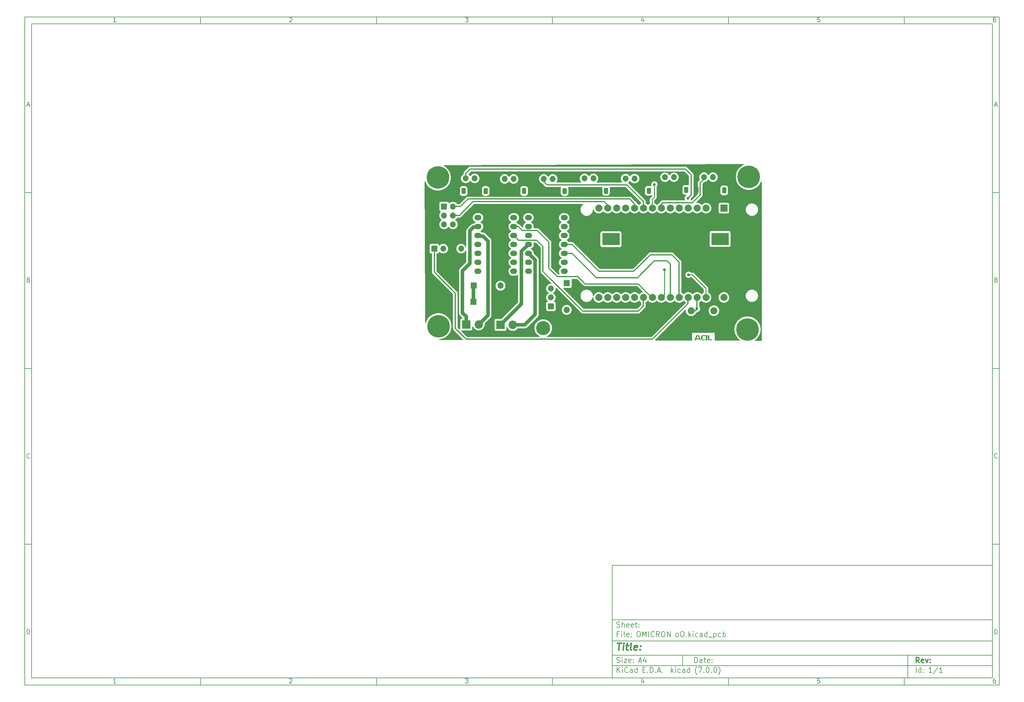
<source format=gbr>
%TF.GenerationSoftware,KiCad,Pcbnew,(7.0.0)*%
%TF.CreationDate,2023-04-21T00:05:07-05:00*%
%TF.ProjectId,OMICRON oO,4f4d4943-524f-44e2-906f-4f2e6b696361,rev?*%
%TF.SameCoordinates,Original*%
%TF.FileFunction,Copper,L2,Bot*%
%TF.FilePolarity,Positive*%
%FSLAX46Y46*%
G04 Gerber Fmt 4.6, Leading zero omitted, Abs format (unit mm)*
G04 Created by KiCad (PCBNEW (7.0.0)) date 2023-04-21 00:05:07*
%MOMM*%
%LPD*%
G01*
G04 APERTURE LIST*
G04 Aperture macros list*
%AMRoundRect*
0 Rectangle with rounded corners*
0 $1 Rounding radius*
0 $2 $3 $4 $5 $6 $7 $8 $9 X,Y pos of 4 corners*
0 Add a 4 corners polygon primitive as box body*
4,1,4,$2,$3,$4,$5,$6,$7,$8,$9,$2,$3,0*
0 Add four circle primitives for the rounded corners*
1,1,$1+$1,$2,$3*
1,1,$1+$1,$4,$5*
1,1,$1+$1,$6,$7*
1,1,$1+$1,$8,$9*
0 Add four rect primitives between the rounded corners*
20,1,$1+$1,$2,$3,$4,$5,0*
20,1,$1+$1,$4,$5,$6,$7,0*
20,1,$1+$1,$6,$7,$8,$9,0*
20,1,$1+$1,$8,$9,$2,$3,0*%
G04 Aperture macros list end*
%ADD10C,0.100000*%
%ADD11C,0.150000*%
%ADD12C,0.300000*%
%ADD13C,0.400000*%
%TA.AperFunction,NonConductor*%
%ADD14C,0.300000*%
%TD*%
%TA.AperFunction,ComponentPad*%
%ADD15O,2.000000X1.524000*%
%TD*%
%TA.AperFunction,ComponentPad*%
%ADD16R,1.700000X1.700000*%
%TD*%
%TA.AperFunction,ComponentPad*%
%ADD17O,1.700000X1.700000*%
%TD*%
%TA.AperFunction,ComponentPad*%
%ADD18C,0.800000*%
%TD*%
%TA.AperFunction,ComponentPad*%
%ADD19C,6.400000*%
%TD*%
%TA.AperFunction,ComponentPad*%
%ADD20R,1.800000X1.800000*%
%TD*%
%TA.AperFunction,ComponentPad*%
%ADD21O,1.800000X1.800000*%
%TD*%
%TA.AperFunction,ComponentPad*%
%ADD22R,2.400000X2.400000*%
%TD*%
%TA.AperFunction,ComponentPad*%
%ADD23C,2.400000*%
%TD*%
%TA.AperFunction,ComponentPad*%
%ADD24R,3.800000X3.800000*%
%TD*%
%TA.AperFunction,ComponentPad*%
%ADD25C,4.000000*%
%TD*%
%TA.AperFunction,ComponentPad*%
%ADD26R,2.000000X2.000000*%
%TD*%
%TA.AperFunction,ComponentPad*%
%ADD27C,2.000000*%
%TD*%
%TA.AperFunction,SMDPad,CuDef*%
%ADD28RoundRect,0.250000X-0.312500X-0.625000X0.312500X-0.625000X0.312500X0.625000X-0.312500X0.625000X0*%
%TD*%
%TA.AperFunction,SMDPad,CuDef*%
%ADD29RoundRect,0.250000X0.312500X0.625000X-0.312500X0.625000X-0.312500X-0.625000X0.312500X-0.625000X0*%
%TD*%
%TA.AperFunction,ComponentPad*%
%ADD30R,5.000000X3.500000*%
%TD*%
%TA.AperFunction,ViaPad*%
%ADD31C,1.016000*%
%TD*%
%TA.AperFunction,ViaPad*%
%ADD32C,0.800000*%
%TD*%
%TA.AperFunction,Conductor*%
%ADD33C,1.000000*%
%TD*%
%TA.AperFunction,Conductor*%
%ADD34C,0.300000*%
%TD*%
%TA.AperFunction,Conductor*%
%ADD35C,0.250000*%
%TD*%
G04 APERTURE END LIST*
D10*
D11*
X177002200Y-166007200D02*
X285002200Y-166007200D01*
X285002200Y-198007200D01*
X177002200Y-198007200D01*
X177002200Y-166007200D01*
D10*
D11*
X10000000Y-10000000D02*
X287002200Y-10000000D01*
X287002200Y-200007200D01*
X10000000Y-200007200D01*
X10000000Y-10000000D01*
D10*
D11*
X12000000Y-12000000D02*
X285002200Y-12000000D01*
X285002200Y-198007200D01*
X12000000Y-198007200D01*
X12000000Y-12000000D01*
D10*
D11*
X60000000Y-12000000D02*
X60000000Y-10000000D01*
D10*
D11*
X110000000Y-12000000D02*
X110000000Y-10000000D01*
D10*
D11*
X160000000Y-12000000D02*
X160000000Y-10000000D01*
D10*
D11*
X210000000Y-12000000D02*
X210000000Y-10000000D01*
D10*
D11*
X260000000Y-12000000D02*
X260000000Y-10000000D01*
D10*
D11*
X35990476Y-11477595D02*
X35247619Y-11477595D01*
X35619047Y-11477595D02*
X35619047Y-10177595D01*
X35619047Y-10177595D02*
X35495238Y-10363309D01*
X35495238Y-10363309D02*
X35371428Y-10487119D01*
X35371428Y-10487119D02*
X35247619Y-10549023D01*
D10*
D11*
X85247619Y-10301404D02*
X85309523Y-10239500D01*
X85309523Y-10239500D02*
X85433333Y-10177595D01*
X85433333Y-10177595D02*
X85742857Y-10177595D01*
X85742857Y-10177595D02*
X85866666Y-10239500D01*
X85866666Y-10239500D02*
X85928571Y-10301404D01*
X85928571Y-10301404D02*
X85990476Y-10425214D01*
X85990476Y-10425214D02*
X85990476Y-10549023D01*
X85990476Y-10549023D02*
X85928571Y-10734738D01*
X85928571Y-10734738D02*
X85185714Y-11477595D01*
X85185714Y-11477595D02*
X85990476Y-11477595D01*
D10*
D11*
X135185714Y-10177595D02*
X135990476Y-10177595D01*
X135990476Y-10177595D02*
X135557142Y-10672833D01*
X135557142Y-10672833D02*
X135742857Y-10672833D01*
X135742857Y-10672833D02*
X135866666Y-10734738D01*
X135866666Y-10734738D02*
X135928571Y-10796642D01*
X135928571Y-10796642D02*
X135990476Y-10920452D01*
X135990476Y-10920452D02*
X135990476Y-11229976D01*
X135990476Y-11229976D02*
X135928571Y-11353785D01*
X135928571Y-11353785D02*
X135866666Y-11415690D01*
X135866666Y-11415690D02*
X135742857Y-11477595D01*
X135742857Y-11477595D02*
X135371428Y-11477595D01*
X135371428Y-11477595D02*
X135247619Y-11415690D01*
X135247619Y-11415690D02*
X135185714Y-11353785D01*
D10*
D11*
X185866666Y-10610928D02*
X185866666Y-11477595D01*
X185557142Y-10115690D02*
X185247619Y-11044261D01*
X185247619Y-11044261D02*
X186052380Y-11044261D01*
D10*
D11*
X235928571Y-10177595D02*
X235309523Y-10177595D01*
X235309523Y-10177595D02*
X235247619Y-10796642D01*
X235247619Y-10796642D02*
X235309523Y-10734738D01*
X235309523Y-10734738D02*
X235433333Y-10672833D01*
X235433333Y-10672833D02*
X235742857Y-10672833D01*
X235742857Y-10672833D02*
X235866666Y-10734738D01*
X235866666Y-10734738D02*
X235928571Y-10796642D01*
X235928571Y-10796642D02*
X235990476Y-10920452D01*
X235990476Y-10920452D02*
X235990476Y-11229976D01*
X235990476Y-11229976D02*
X235928571Y-11353785D01*
X235928571Y-11353785D02*
X235866666Y-11415690D01*
X235866666Y-11415690D02*
X235742857Y-11477595D01*
X235742857Y-11477595D02*
X235433333Y-11477595D01*
X235433333Y-11477595D02*
X235309523Y-11415690D01*
X235309523Y-11415690D02*
X235247619Y-11353785D01*
D10*
D11*
X285866666Y-10177595D02*
X285619047Y-10177595D01*
X285619047Y-10177595D02*
X285495238Y-10239500D01*
X285495238Y-10239500D02*
X285433333Y-10301404D01*
X285433333Y-10301404D02*
X285309523Y-10487119D01*
X285309523Y-10487119D02*
X285247619Y-10734738D01*
X285247619Y-10734738D02*
X285247619Y-11229976D01*
X285247619Y-11229976D02*
X285309523Y-11353785D01*
X285309523Y-11353785D02*
X285371428Y-11415690D01*
X285371428Y-11415690D02*
X285495238Y-11477595D01*
X285495238Y-11477595D02*
X285742857Y-11477595D01*
X285742857Y-11477595D02*
X285866666Y-11415690D01*
X285866666Y-11415690D02*
X285928571Y-11353785D01*
X285928571Y-11353785D02*
X285990476Y-11229976D01*
X285990476Y-11229976D02*
X285990476Y-10920452D01*
X285990476Y-10920452D02*
X285928571Y-10796642D01*
X285928571Y-10796642D02*
X285866666Y-10734738D01*
X285866666Y-10734738D02*
X285742857Y-10672833D01*
X285742857Y-10672833D02*
X285495238Y-10672833D01*
X285495238Y-10672833D02*
X285371428Y-10734738D01*
X285371428Y-10734738D02*
X285309523Y-10796642D01*
X285309523Y-10796642D02*
X285247619Y-10920452D01*
D10*
D11*
X60000000Y-198007200D02*
X60000000Y-200007200D01*
D10*
D11*
X110000000Y-198007200D02*
X110000000Y-200007200D01*
D10*
D11*
X160000000Y-198007200D02*
X160000000Y-200007200D01*
D10*
D11*
X210000000Y-198007200D02*
X210000000Y-200007200D01*
D10*
D11*
X260000000Y-198007200D02*
X260000000Y-200007200D01*
D10*
D11*
X35990476Y-199484795D02*
X35247619Y-199484795D01*
X35619047Y-199484795D02*
X35619047Y-198184795D01*
X35619047Y-198184795D02*
X35495238Y-198370509D01*
X35495238Y-198370509D02*
X35371428Y-198494319D01*
X35371428Y-198494319D02*
X35247619Y-198556223D01*
D10*
D11*
X85247619Y-198308604D02*
X85309523Y-198246700D01*
X85309523Y-198246700D02*
X85433333Y-198184795D01*
X85433333Y-198184795D02*
X85742857Y-198184795D01*
X85742857Y-198184795D02*
X85866666Y-198246700D01*
X85866666Y-198246700D02*
X85928571Y-198308604D01*
X85928571Y-198308604D02*
X85990476Y-198432414D01*
X85990476Y-198432414D02*
X85990476Y-198556223D01*
X85990476Y-198556223D02*
X85928571Y-198741938D01*
X85928571Y-198741938D02*
X85185714Y-199484795D01*
X85185714Y-199484795D02*
X85990476Y-199484795D01*
D10*
D11*
X135185714Y-198184795D02*
X135990476Y-198184795D01*
X135990476Y-198184795D02*
X135557142Y-198680033D01*
X135557142Y-198680033D02*
X135742857Y-198680033D01*
X135742857Y-198680033D02*
X135866666Y-198741938D01*
X135866666Y-198741938D02*
X135928571Y-198803842D01*
X135928571Y-198803842D02*
X135990476Y-198927652D01*
X135990476Y-198927652D02*
X135990476Y-199237176D01*
X135990476Y-199237176D02*
X135928571Y-199360985D01*
X135928571Y-199360985D02*
X135866666Y-199422890D01*
X135866666Y-199422890D02*
X135742857Y-199484795D01*
X135742857Y-199484795D02*
X135371428Y-199484795D01*
X135371428Y-199484795D02*
X135247619Y-199422890D01*
X135247619Y-199422890D02*
X135185714Y-199360985D01*
D10*
D11*
X185866666Y-198618128D02*
X185866666Y-199484795D01*
X185557142Y-198122890D02*
X185247619Y-199051461D01*
X185247619Y-199051461D02*
X186052380Y-199051461D01*
D10*
D11*
X235928571Y-198184795D02*
X235309523Y-198184795D01*
X235309523Y-198184795D02*
X235247619Y-198803842D01*
X235247619Y-198803842D02*
X235309523Y-198741938D01*
X235309523Y-198741938D02*
X235433333Y-198680033D01*
X235433333Y-198680033D02*
X235742857Y-198680033D01*
X235742857Y-198680033D02*
X235866666Y-198741938D01*
X235866666Y-198741938D02*
X235928571Y-198803842D01*
X235928571Y-198803842D02*
X235990476Y-198927652D01*
X235990476Y-198927652D02*
X235990476Y-199237176D01*
X235990476Y-199237176D02*
X235928571Y-199360985D01*
X235928571Y-199360985D02*
X235866666Y-199422890D01*
X235866666Y-199422890D02*
X235742857Y-199484795D01*
X235742857Y-199484795D02*
X235433333Y-199484795D01*
X235433333Y-199484795D02*
X235309523Y-199422890D01*
X235309523Y-199422890D02*
X235247619Y-199360985D01*
D10*
D11*
X285866666Y-198184795D02*
X285619047Y-198184795D01*
X285619047Y-198184795D02*
X285495238Y-198246700D01*
X285495238Y-198246700D02*
X285433333Y-198308604D01*
X285433333Y-198308604D02*
X285309523Y-198494319D01*
X285309523Y-198494319D02*
X285247619Y-198741938D01*
X285247619Y-198741938D02*
X285247619Y-199237176D01*
X285247619Y-199237176D02*
X285309523Y-199360985D01*
X285309523Y-199360985D02*
X285371428Y-199422890D01*
X285371428Y-199422890D02*
X285495238Y-199484795D01*
X285495238Y-199484795D02*
X285742857Y-199484795D01*
X285742857Y-199484795D02*
X285866666Y-199422890D01*
X285866666Y-199422890D02*
X285928571Y-199360985D01*
X285928571Y-199360985D02*
X285990476Y-199237176D01*
X285990476Y-199237176D02*
X285990476Y-198927652D01*
X285990476Y-198927652D02*
X285928571Y-198803842D01*
X285928571Y-198803842D02*
X285866666Y-198741938D01*
X285866666Y-198741938D02*
X285742857Y-198680033D01*
X285742857Y-198680033D02*
X285495238Y-198680033D01*
X285495238Y-198680033D02*
X285371428Y-198741938D01*
X285371428Y-198741938D02*
X285309523Y-198803842D01*
X285309523Y-198803842D02*
X285247619Y-198927652D01*
D10*
D11*
X10000000Y-60000000D02*
X12000000Y-60000000D01*
D10*
D11*
X10000000Y-110000000D02*
X12000000Y-110000000D01*
D10*
D11*
X10000000Y-160000000D02*
X12000000Y-160000000D01*
D10*
D11*
X10690476Y-35106166D02*
X11309523Y-35106166D01*
X10566666Y-35477595D02*
X10999999Y-34177595D01*
X10999999Y-34177595D02*
X11433333Y-35477595D01*
D10*
D11*
X11092857Y-84796642D02*
X11278571Y-84858547D01*
X11278571Y-84858547D02*
X11340476Y-84920452D01*
X11340476Y-84920452D02*
X11402380Y-85044261D01*
X11402380Y-85044261D02*
X11402380Y-85229976D01*
X11402380Y-85229976D02*
X11340476Y-85353785D01*
X11340476Y-85353785D02*
X11278571Y-85415690D01*
X11278571Y-85415690D02*
X11154761Y-85477595D01*
X11154761Y-85477595D02*
X10659523Y-85477595D01*
X10659523Y-85477595D02*
X10659523Y-84177595D01*
X10659523Y-84177595D02*
X11092857Y-84177595D01*
X11092857Y-84177595D02*
X11216666Y-84239500D01*
X11216666Y-84239500D02*
X11278571Y-84301404D01*
X11278571Y-84301404D02*
X11340476Y-84425214D01*
X11340476Y-84425214D02*
X11340476Y-84549023D01*
X11340476Y-84549023D02*
X11278571Y-84672833D01*
X11278571Y-84672833D02*
X11216666Y-84734738D01*
X11216666Y-84734738D02*
X11092857Y-84796642D01*
X11092857Y-84796642D02*
X10659523Y-84796642D01*
D10*
D11*
X11402380Y-135353785D02*
X11340476Y-135415690D01*
X11340476Y-135415690D02*
X11154761Y-135477595D01*
X11154761Y-135477595D02*
X11030952Y-135477595D01*
X11030952Y-135477595D02*
X10845238Y-135415690D01*
X10845238Y-135415690D02*
X10721428Y-135291880D01*
X10721428Y-135291880D02*
X10659523Y-135168071D01*
X10659523Y-135168071D02*
X10597619Y-134920452D01*
X10597619Y-134920452D02*
X10597619Y-134734738D01*
X10597619Y-134734738D02*
X10659523Y-134487119D01*
X10659523Y-134487119D02*
X10721428Y-134363309D01*
X10721428Y-134363309D02*
X10845238Y-134239500D01*
X10845238Y-134239500D02*
X11030952Y-134177595D01*
X11030952Y-134177595D02*
X11154761Y-134177595D01*
X11154761Y-134177595D02*
X11340476Y-134239500D01*
X11340476Y-134239500D02*
X11402380Y-134301404D01*
D10*
D11*
X10659523Y-185477595D02*
X10659523Y-184177595D01*
X10659523Y-184177595D02*
X10969047Y-184177595D01*
X10969047Y-184177595D02*
X11154761Y-184239500D01*
X11154761Y-184239500D02*
X11278571Y-184363309D01*
X11278571Y-184363309D02*
X11340476Y-184487119D01*
X11340476Y-184487119D02*
X11402380Y-184734738D01*
X11402380Y-184734738D02*
X11402380Y-184920452D01*
X11402380Y-184920452D02*
X11340476Y-185168071D01*
X11340476Y-185168071D02*
X11278571Y-185291880D01*
X11278571Y-185291880D02*
X11154761Y-185415690D01*
X11154761Y-185415690D02*
X10969047Y-185477595D01*
X10969047Y-185477595D02*
X10659523Y-185477595D01*
D10*
D11*
X287002200Y-60000000D02*
X285002200Y-60000000D01*
D10*
D11*
X287002200Y-110000000D02*
X285002200Y-110000000D01*
D10*
D11*
X287002200Y-160000000D02*
X285002200Y-160000000D01*
D10*
D11*
X285692676Y-35106166D02*
X286311723Y-35106166D01*
X285568866Y-35477595D02*
X286002199Y-34177595D01*
X286002199Y-34177595D02*
X286435533Y-35477595D01*
D10*
D11*
X286095057Y-84796642D02*
X286280771Y-84858547D01*
X286280771Y-84858547D02*
X286342676Y-84920452D01*
X286342676Y-84920452D02*
X286404580Y-85044261D01*
X286404580Y-85044261D02*
X286404580Y-85229976D01*
X286404580Y-85229976D02*
X286342676Y-85353785D01*
X286342676Y-85353785D02*
X286280771Y-85415690D01*
X286280771Y-85415690D02*
X286156961Y-85477595D01*
X286156961Y-85477595D02*
X285661723Y-85477595D01*
X285661723Y-85477595D02*
X285661723Y-84177595D01*
X285661723Y-84177595D02*
X286095057Y-84177595D01*
X286095057Y-84177595D02*
X286218866Y-84239500D01*
X286218866Y-84239500D02*
X286280771Y-84301404D01*
X286280771Y-84301404D02*
X286342676Y-84425214D01*
X286342676Y-84425214D02*
X286342676Y-84549023D01*
X286342676Y-84549023D02*
X286280771Y-84672833D01*
X286280771Y-84672833D02*
X286218866Y-84734738D01*
X286218866Y-84734738D02*
X286095057Y-84796642D01*
X286095057Y-84796642D02*
X285661723Y-84796642D01*
D10*
D11*
X286404580Y-135353785D02*
X286342676Y-135415690D01*
X286342676Y-135415690D02*
X286156961Y-135477595D01*
X286156961Y-135477595D02*
X286033152Y-135477595D01*
X286033152Y-135477595D02*
X285847438Y-135415690D01*
X285847438Y-135415690D02*
X285723628Y-135291880D01*
X285723628Y-135291880D02*
X285661723Y-135168071D01*
X285661723Y-135168071D02*
X285599819Y-134920452D01*
X285599819Y-134920452D02*
X285599819Y-134734738D01*
X285599819Y-134734738D02*
X285661723Y-134487119D01*
X285661723Y-134487119D02*
X285723628Y-134363309D01*
X285723628Y-134363309D02*
X285847438Y-134239500D01*
X285847438Y-134239500D02*
X286033152Y-134177595D01*
X286033152Y-134177595D02*
X286156961Y-134177595D01*
X286156961Y-134177595D02*
X286342676Y-134239500D01*
X286342676Y-134239500D02*
X286404580Y-134301404D01*
D10*
D11*
X285661723Y-185477595D02*
X285661723Y-184177595D01*
X285661723Y-184177595D02*
X285971247Y-184177595D01*
X285971247Y-184177595D02*
X286156961Y-184239500D01*
X286156961Y-184239500D02*
X286280771Y-184363309D01*
X286280771Y-184363309D02*
X286342676Y-184487119D01*
X286342676Y-184487119D02*
X286404580Y-184734738D01*
X286404580Y-184734738D02*
X286404580Y-184920452D01*
X286404580Y-184920452D02*
X286342676Y-185168071D01*
X286342676Y-185168071D02*
X286280771Y-185291880D01*
X286280771Y-185291880D02*
X286156961Y-185415690D01*
X286156961Y-185415690D02*
X285971247Y-185477595D01*
X285971247Y-185477595D02*
X285661723Y-185477595D01*
D10*
D11*
X200359342Y-193658271D02*
X200359342Y-192158271D01*
X200359342Y-192158271D02*
X200716485Y-192158271D01*
X200716485Y-192158271D02*
X200930771Y-192229700D01*
X200930771Y-192229700D02*
X201073628Y-192372557D01*
X201073628Y-192372557D02*
X201145057Y-192515414D01*
X201145057Y-192515414D02*
X201216485Y-192801128D01*
X201216485Y-192801128D02*
X201216485Y-193015414D01*
X201216485Y-193015414D02*
X201145057Y-193301128D01*
X201145057Y-193301128D02*
X201073628Y-193443985D01*
X201073628Y-193443985D02*
X200930771Y-193586842D01*
X200930771Y-193586842D02*
X200716485Y-193658271D01*
X200716485Y-193658271D02*
X200359342Y-193658271D01*
X202502200Y-193658271D02*
X202502200Y-192872557D01*
X202502200Y-192872557D02*
X202430771Y-192729700D01*
X202430771Y-192729700D02*
X202287914Y-192658271D01*
X202287914Y-192658271D02*
X202002200Y-192658271D01*
X202002200Y-192658271D02*
X201859342Y-192729700D01*
X202502200Y-193586842D02*
X202359342Y-193658271D01*
X202359342Y-193658271D02*
X202002200Y-193658271D01*
X202002200Y-193658271D02*
X201859342Y-193586842D01*
X201859342Y-193586842D02*
X201787914Y-193443985D01*
X201787914Y-193443985D02*
X201787914Y-193301128D01*
X201787914Y-193301128D02*
X201859342Y-193158271D01*
X201859342Y-193158271D02*
X202002200Y-193086842D01*
X202002200Y-193086842D02*
X202359342Y-193086842D01*
X202359342Y-193086842D02*
X202502200Y-193015414D01*
X203002200Y-192658271D02*
X203573628Y-192658271D01*
X203216485Y-192158271D02*
X203216485Y-193443985D01*
X203216485Y-193443985D02*
X203287914Y-193586842D01*
X203287914Y-193586842D02*
X203430771Y-193658271D01*
X203430771Y-193658271D02*
X203573628Y-193658271D01*
X204645057Y-193586842D02*
X204502200Y-193658271D01*
X204502200Y-193658271D02*
X204216486Y-193658271D01*
X204216486Y-193658271D02*
X204073628Y-193586842D01*
X204073628Y-193586842D02*
X204002200Y-193443985D01*
X204002200Y-193443985D02*
X204002200Y-192872557D01*
X204002200Y-192872557D02*
X204073628Y-192729700D01*
X204073628Y-192729700D02*
X204216486Y-192658271D01*
X204216486Y-192658271D02*
X204502200Y-192658271D01*
X204502200Y-192658271D02*
X204645057Y-192729700D01*
X204645057Y-192729700D02*
X204716486Y-192872557D01*
X204716486Y-192872557D02*
X204716486Y-193015414D01*
X204716486Y-193015414D02*
X204002200Y-193158271D01*
X205359342Y-193515414D02*
X205430771Y-193586842D01*
X205430771Y-193586842D02*
X205359342Y-193658271D01*
X205359342Y-193658271D02*
X205287914Y-193586842D01*
X205287914Y-193586842D02*
X205359342Y-193515414D01*
X205359342Y-193515414D02*
X205359342Y-193658271D01*
X205359342Y-192729700D02*
X205430771Y-192801128D01*
X205430771Y-192801128D02*
X205359342Y-192872557D01*
X205359342Y-192872557D02*
X205287914Y-192801128D01*
X205287914Y-192801128D02*
X205359342Y-192729700D01*
X205359342Y-192729700D02*
X205359342Y-192872557D01*
D10*
D11*
X177002200Y-194507200D02*
X285002200Y-194507200D01*
D10*
D11*
X178359342Y-196458271D02*
X178359342Y-194958271D01*
X179216485Y-196458271D02*
X178573628Y-195601128D01*
X179216485Y-194958271D02*
X178359342Y-195815414D01*
X179859342Y-196458271D02*
X179859342Y-195458271D01*
X179859342Y-194958271D02*
X179787914Y-195029700D01*
X179787914Y-195029700D02*
X179859342Y-195101128D01*
X179859342Y-195101128D02*
X179930771Y-195029700D01*
X179930771Y-195029700D02*
X179859342Y-194958271D01*
X179859342Y-194958271D02*
X179859342Y-195101128D01*
X181430771Y-196315414D02*
X181359343Y-196386842D01*
X181359343Y-196386842D02*
X181145057Y-196458271D01*
X181145057Y-196458271D02*
X181002200Y-196458271D01*
X181002200Y-196458271D02*
X180787914Y-196386842D01*
X180787914Y-196386842D02*
X180645057Y-196243985D01*
X180645057Y-196243985D02*
X180573628Y-196101128D01*
X180573628Y-196101128D02*
X180502200Y-195815414D01*
X180502200Y-195815414D02*
X180502200Y-195601128D01*
X180502200Y-195601128D02*
X180573628Y-195315414D01*
X180573628Y-195315414D02*
X180645057Y-195172557D01*
X180645057Y-195172557D02*
X180787914Y-195029700D01*
X180787914Y-195029700D02*
X181002200Y-194958271D01*
X181002200Y-194958271D02*
X181145057Y-194958271D01*
X181145057Y-194958271D02*
X181359343Y-195029700D01*
X181359343Y-195029700D02*
X181430771Y-195101128D01*
X182716486Y-196458271D02*
X182716486Y-195672557D01*
X182716486Y-195672557D02*
X182645057Y-195529700D01*
X182645057Y-195529700D02*
X182502200Y-195458271D01*
X182502200Y-195458271D02*
X182216486Y-195458271D01*
X182216486Y-195458271D02*
X182073628Y-195529700D01*
X182716486Y-196386842D02*
X182573628Y-196458271D01*
X182573628Y-196458271D02*
X182216486Y-196458271D01*
X182216486Y-196458271D02*
X182073628Y-196386842D01*
X182073628Y-196386842D02*
X182002200Y-196243985D01*
X182002200Y-196243985D02*
X182002200Y-196101128D01*
X182002200Y-196101128D02*
X182073628Y-195958271D01*
X182073628Y-195958271D02*
X182216486Y-195886842D01*
X182216486Y-195886842D02*
X182573628Y-195886842D01*
X182573628Y-195886842D02*
X182716486Y-195815414D01*
X184073629Y-196458271D02*
X184073629Y-194958271D01*
X184073629Y-196386842D02*
X183930771Y-196458271D01*
X183930771Y-196458271D02*
X183645057Y-196458271D01*
X183645057Y-196458271D02*
X183502200Y-196386842D01*
X183502200Y-196386842D02*
X183430771Y-196315414D01*
X183430771Y-196315414D02*
X183359343Y-196172557D01*
X183359343Y-196172557D02*
X183359343Y-195743985D01*
X183359343Y-195743985D02*
X183430771Y-195601128D01*
X183430771Y-195601128D02*
X183502200Y-195529700D01*
X183502200Y-195529700D02*
X183645057Y-195458271D01*
X183645057Y-195458271D02*
X183930771Y-195458271D01*
X183930771Y-195458271D02*
X184073629Y-195529700D01*
X185687914Y-195672557D02*
X186187914Y-195672557D01*
X186402200Y-196458271D02*
X185687914Y-196458271D01*
X185687914Y-196458271D02*
X185687914Y-194958271D01*
X185687914Y-194958271D02*
X186402200Y-194958271D01*
X187045057Y-196315414D02*
X187116486Y-196386842D01*
X187116486Y-196386842D02*
X187045057Y-196458271D01*
X187045057Y-196458271D02*
X186973629Y-196386842D01*
X186973629Y-196386842D02*
X187045057Y-196315414D01*
X187045057Y-196315414D02*
X187045057Y-196458271D01*
X187759343Y-196458271D02*
X187759343Y-194958271D01*
X187759343Y-194958271D02*
X188116486Y-194958271D01*
X188116486Y-194958271D02*
X188330772Y-195029700D01*
X188330772Y-195029700D02*
X188473629Y-195172557D01*
X188473629Y-195172557D02*
X188545058Y-195315414D01*
X188545058Y-195315414D02*
X188616486Y-195601128D01*
X188616486Y-195601128D02*
X188616486Y-195815414D01*
X188616486Y-195815414D02*
X188545058Y-196101128D01*
X188545058Y-196101128D02*
X188473629Y-196243985D01*
X188473629Y-196243985D02*
X188330772Y-196386842D01*
X188330772Y-196386842D02*
X188116486Y-196458271D01*
X188116486Y-196458271D02*
X187759343Y-196458271D01*
X189259343Y-196315414D02*
X189330772Y-196386842D01*
X189330772Y-196386842D02*
X189259343Y-196458271D01*
X189259343Y-196458271D02*
X189187915Y-196386842D01*
X189187915Y-196386842D02*
X189259343Y-196315414D01*
X189259343Y-196315414D02*
X189259343Y-196458271D01*
X189902201Y-196029700D02*
X190616487Y-196029700D01*
X189759344Y-196458271D02*
X190259344Y-194958271D01*
X190259344Y-194958271D02*
X190759344Y-196458271D01*
X191259343Y-196315414D02*
X191330772Y-196386842D01*
X191330772Y-196386842D02*
X191259343Y-196458271D01*
X191259343Y-196458271D02*
X191187915Y-196386842D01*
X191187915Y-196386842D02*
X191259343Y-196315414D01*
X191259343Y-196315414D02*
X191259343Y-196458271D01*
X193773629Y-196458271D02*
X193773629Y-194958271D01*
X193916487Y-195886842D02*
X194345058Y-196458271D01*
X194345058Y-195458271D02*
X193773629Y-196029700D01*
X194987915Y-196458271D02*
X194987915Y-195458271D01*
X194987915Y-194958271D02*
X194916487Y-195029700D01*
X194916487Y-195029700D02*
X194987915Y-195101128D01*
X194987915Y-195101128D02*
X195059344Y-195029700D01*
X195059344Y-195029700D02*
X194987915Y-194958271D01*
X194987915Y-194958271D02*
X194987915Y-195101128D01*
X196345059Y-196386842D02*
X196202201Y-196458271D01*
X196202201Y-196458271D02*
X195916487Y-196458271D01*
X195916487Y-196458271D02*
X195773630Y-196386842D01*
X195773630Y-196386842D02*
X195702201Y-196315414D01*
X195702201Y-196315414D02*
X195630773Y-196172557D01*
X195630773Y-196172557D02*
X195630773Y-195743985D01*
X195630773Y-195743985D02*
X195702201Y-195601128D01*
X195702201Y-195601128D02*
X195773630Y-195529700D01*
X195773630Y-195529700D02*
X195916487Y-195458271D01*
X195916487Y-195458271D02*
X196202201Y-195458271D01*
X196202201Y-195458271D02*
X196345059Y-195529700D01*
X197630773Y-196458271D02*
X197630773Y-195672557D01*
X197630773Y-195672557D02*
X197559344Y-195529700D01*
X197559344Y-195529700D02*
X197416487Y-195458271D01*
X197416487Y-195458271D02*
X197130773Y-195458271D01*
X197130773Y-195458271D02*
X196987915Y-195529700D01*
X197630773Y-196386842D02*
X197487915Y-196458271D01*
X197487915Y-196458271D02*
X197130773Y-196458271D01*
X197130773Y-196458271D02*
X196987915Y-196386842D01*
X196987915Y-196386842D02*
X196916487Y-196243985D01*
X196916487Y-196243985D02*
X196916487Y-196101128D01*
X196916487Y-196101128D02*
X196987915Y-195958271D01*
X196987915Y-195958271D02*
X197130773Y-195886842D01*
X197130773Y-195886842D02*
X197487915Y-195886842D01*
X197487915Y-195886842D02*
X197630773Y-195815414D01*
X198987916Y-196458271D02*
X198987916Y-194958271D01*
X198987916Y-196386842D02*
X198845058Y-196458271D01*
X198845058Y-196458271D02*
X198559344Y-196458271D01*
X198559344Y-196458271D02*
X198416487Y-196386842D01*
X198416487Y-196386842D02*
X198345058Y-196315414D01*
X198345058Y-196315414D02*
X198273630Y-196172557D01*
X198273630Y-196172557D02*
X198273630Y-195743985D01*
X198273630Y-195743985D02*
X198345058Y-195601128D01*
X198345058Y-195601128D02*
X198416487Y-195529700D01*
X198416487Y-195529700D02*
X198559344Y-195458271D01*
X198559344Y-195458271D02*
X198845058Y-195458271D01*
X198845058Y-195458271D02*
X198987916Y-195529700D01*
X201030773Y-197029700D02*
X200959344Y-196958271D01*
X200959344Y-196958271D02*
X200816487Y-196743985D01*
X200816487Y-196743985D02*
X200745059Y-196601128D01*
X200745059Y-196601128D02*
X200673630Y-196386842D01*
X200673630Y-196386842D02*
X200602201Y-196029700D01*
X200602201Y-196029700D02*
X200602201Y-195743985D01*
X200602201Y-195743985D02*
X200673630Y-195386842D01*
X200673630Y-195386842D02*
X200745059Y-195172557D01*
X200745059Y-195172557D02*
X200816487Y-195029700D01*
X200816487Y-195029700D02*
X200959344Y-194815414D01*
X200959344Y-194815414D02*
X201030773Y-194743985D01*
X201459344Y-194958271D02*
X202459344Y-194958271D01*
X202459344Y-194958271D02*
X201816487Y-196458271D01*
X203030772Y-196315414D02*
X203102201Y-196386842D01*
X203102201Y-196386842D02*
X203030772Y-196458271D01*
X203030772Y-196458271D02*
X202959344Y-196386842D01*
X202959344Y-196386842D02*
X203030772Y-196315414D01*
X203030772Y-196315414D02*
X203030772Y-196458271D01*
X204030773Y-194958271D02*
X204173630Y-194958271D01*
X204173630Y-194958271D02*
X204316487Y-195029700D01*
X204316487Y-195029700D02*
X204387916Y-195101128D01*
X204387916Y-195101128D02*
X204459344Y-195243985D01*
X204459344Y-195243985D02*
X204530773Y-195529700D01*
X204530773Y-195529700D02*
X204530773Y-195886842D01*
X204530773Y-195886842D02*
X204459344Y-196172557D01*
X204459344Y-196172557D02*
X204387916Y-196315414D01*
X204387916Y-196315414D02*
X204316487Y-196386842D01*
X204316487Y-196386842D02*
X204173630Y-196458271D01*
X204173630Y-196458271D02*
X204030773Y-196458271D01*
X204030773Y-196458271D02*
X203887916Y-196386842D01*
X203887916Y-196386842D02*
X203816487Y-196315414D01*
X203816487Y-196315414D02*
X203745058Y-196172557D01*
X203745058Y-196172557D02*
X203673630Y-195886842D01*
X203673630Y-195886842D02*
X203673630Y-195529700D01*
X203673630Y-195529700D02*
X203745058Y-195243985D01*
X203745058Y-195243985D02*
X203816487Y-195101128D01*
X203816487Y-195101128D02*
X203887916Y-195029700D01*
X203887916Y-195029700D02*
X204030773Y-194958271D01*
X205173629Y-196315414D02*
X205245058Y-196386842D01*
X205245058Y-196386842D02*
X205173629Y-196458271D01*
X205173629Y-196458271D02*
X205102201Y-196386842D01*
X205102201Y-196386842D02*
X205173629Y-196315414D01*
X205173629Y-196315414D02*
X205173629Y-196458271D01*
X206173630Y-194958271D02*
X206316487Y-194958271D01*
X206316487Y-194958271D02*
X206459344Y-195029700D01*
X206459344Y-195029700D02*
X206530773Y-195101128D01*
X206530773Y-195101128D02*
X206602201Y-195243985D01*
X206602201Y-195243985D02*
X206673630Y-195529700D01*
X206673630Y-195529700D02*
X206673630Y-195886842D01*
X206673630Y-195886842D02*
X206602201Y-196172557D01*
X206602201Y-196172557D02*
X206530773Y-196315414D01*
X206530773Y-196315414D02*
X206459344Y-196386842D01*
X206459344Y-196386842D02*
X206316487Y-196458271D01*
X206316487Y-196458271D02*
X206173630Y-196458271D01*
X206173630Y-196458271D02*
X206030773Y-196386842D01*
X206030773Y-196386842D02*
X205959344Y-196315414D01*
X205959344Y-196315414D02*
X205887915Y-196172557D01*
X205887915Y-196172557D02*
X205816487Y-195886842D01*
X205816487Y-195886842D02*
X205816487Y-195529700D01*
X205816487Y-195529700D02*
X205887915Y-195243985D01*
X205887915Y-195243985D02*
X205959344Y-195101128D01*
X205959344Y-195101128D02*
X206030773Y-195029700D01*
X206030773Y-195029700D02*
X206173630Y-194958271D01*
X207173629Y-197029700D02*
X207245058Y-196958271D01*
X207245058Y-196958271D02*
X207387915Y-196743985D01*
X207387915Y-196743985D02*
X207459344Y-196601128D01*
X207459344Y-196601128D02*
X207530772Y-196386842D01*
X207530772Y-196386842D02*
X207602201Y-196029700D01*
X207602201Y-196029700D02*
X207602201Y-195743985D01*
X207602201Y-195743985D02*
X207530772Y-195386842D01*
X207530772Y-195386842D02*
X207459344Y-195172557D01*
X207459344Y-195172557D02*
X207387915Y-195029700D01*
X207387915Y-195029700D02*
X207245058Y-194815414D01*
X207245058Y-194815414D02*
X207173629Y-194743985D01*
D10*
D11*
X177002200Y-191507200D02*
X285002200Y-191507200D01*
D10*
D12*
X264216485Y-193658271D02*
X263716485Y-192943985D01*
X263359342Y-193658271D02*
X263359342Y-192158271D01*
X263359342Y-192158271D02*
X263930771Y-192158271D01*
X263930771Y-192158271D02*
X264073628Y-192229700D01*
X264073628Y-192229700D02*
X264145057Y-192301128D01*
X264145057Y-192301128D02*
X264216485Y-192443985D01*
X264216485Y-192443985D02*
X264216485Y-192658271D01*
X264216485Y-192658271D02*
X264145057Y-192801128D01*
X264145057Y-192801128D02*
X264073628Y-192872557D01*
X264073628Y-192872557D02*
X263930771Y-192943985D01*
X263930771Y-192943985D02*
X263359342Y-192943985D01*
X265430771Y-193586842D02*
X265287914Y-193658271D01*
X265287914Y-193658271D02*
X265002200Y-193658271D01*
X265002200Y-193658271D02*
X264859342Y-193586842D01*
X264859342Y-193586842D02*
X264787914Y-193443985D01*
X264787914Y-193443985D02*
X264787914Y-192872557D01*
X264787914Y-192872557D02*
X264859342Y-192729700D01*
X264859342Y-192729700D02*
X265002200Y-192658271D01*
X265002200Y-192658271D02*
X265287914Y-192658271D01*
X265287914Y-192658271D02*
X265430771Y-192729700D01*
X265430771Y-192729700D02*
X265502200Y-192872557D01*
X265502200Y-192872557D02*
X265502200Y-193015414D01*
X265502200Y-193015414D02*
X264787914Y-193158271D01*
X266002199Y-192658271D02*
X266359342Y-193658271D01*
X266359342Y-193658271D02*
X266716485Y-192658271D01*
X267287913Y-193515414D02*
X267359342Y-193586842D01*
X267359342Y-193586842D02*
X267287913Y-193658271D01*
X267287913Y-193658271D02*
X267216485Y-193586842D01*
X267216485Y-193586842D02*
X267287913Y-193515414D01*
X267287913Y-193515414D02*
X267287913Y-193658271D01*
X267287913Y-192729700D02*
X267359342Y-192801128D01*
X267359342Y-192801128D02*
X267287913Y-192872557D01*
X267287913Y-192872557D02*
X267216485Y-192801128D01*
X267216485Y-192801128D02*
X267287913Y-192729700D01*
X267287913Y-192729700D02*
X267287913Y-192872557D01*
D10*
D11*
X178287914Y-193586842D02*
X178502200Y-193658271D01*
X178502200Y-193658271D02*
X178859342Y-193658271D01*
X178859342Y-193658271D02*
X179002200Y-193586842D01*
X179002200Y-193586842D02*
X179073628Y-193515414D01*
X179073628Y-193515414D02*
X179145057Y-193372557D01*
X179145057Y-193372557D02*
X179145057Y-193229700D01*
X179145057Y-193229700D02*
X179073628Y-193086842D01*
X179073628Y-193086842D02*
X179002200Y-193015414D01*
X179002200Y-193015414D02*
X178859342Y-192943985D01*
X178859342Y-192943985D02*
X178573628Y-192872557D01*
X178573628Y-192872557D02*
X178430771Y-192801128D01*
X178430771Y-192801128D02*
X178359342Y-192729700D01*
X178359342Y-192729700D02*
X178287914Y-192586842D01*
X178287914Y-192586842D02*
X178287914Y-192443985D01*
X178287914Y-192443985D02*
X178359342Y-192301128D01*
X178359342Y-192301128D02*
X178430771Y-192229700D01*
X178430771Y-192229700D02*
X178573628Y-192158271D01*
X178573628Y-192158271D02*
X178930771Y-192158271D01*
X178930771Y-192158271D02*
X179145057Y-192229700D01*
X179787913Y-193658271D02*
X179787913Y-192658271D01*
X179787913Y-192158271D02*
X179716485Y-192229700D01*
X179716485Y-192229700D02*
X179787913Y-192301128D01*
X179787913Y-192301128D02*
X179859342Y-192229700D01*
X179859342Y-192229700D02*
X179787913Y-192158271D01*
X179787913Y-192158271D02*
X179787913Y-192301128D01*
X180359342Y-192658271D02*
X181145057Y-192658271D01*
X181145057Y-192658271D02*
X180359342Y-193658271D01*
X180359342Y-193658271D02*
X181145057Y-193658271D01*
X182287914Y-193586842D02*
X182145057Y-193658271D01*
X182145057Y-193658271D02*
X181859343Y-193658271D01*
X181859343Y-193658271D02*
X181716485Y-193586842D01*
X181716485Y-193586842D02*
X181645057Y-193443985D01*
X181645057Y-193443985D02*
X181645057Y-192872557D01*
X181645057Y-192872557D02*
X181716485Y-192729700D01*
X181716485Y-192729700D02*
X181859343Y-192658271D01*
X181859343Y-192658271D02*
X182145057Y-192658271D01*
X182145057Y-192658271D02*
X182287914Y-192729700D01*
X182287914Y-192729700D02*
X182359343Y-192872557D01*
X182359343Y-192872557D02*
X182359343Y-193015414D01*
X182359343Y-193015414D02*
X181645057Y-193158271D01*
X183002199Y-193515414D02*
X183073628Y-193586842D01*
X183073628Y-193586842D02*
X183002199Y-193658271D01*
X183002199Y-193658271D02*
X182930771Y-193586842D01*
X182930771Y-193586842D02*
X183002199Y-193515414D01*
X183002199Y-193515414D02*
X183002199Y-193658271D01*
X183002199Y-192729700D02*
X183073628Y-192801128D01*
X183073628Y-192801128D02*
X183002199Y-192872557D01*
X183002199Y-192872557D02*
X182930771Y-192801128D01*
X182930771Y-192801128D02*
X183002199Y-192729700D01*
X183002199Y-192729700D02*
X183002199Y-192872557D01*
X184545057Y-193229700D02*
X185259343Y-193229700D01*
X184402200Y-193658271D02*
X184902200Y-192158271D01*
X184902200Y-192158271D02*
X185402200Y-193658271D01*
X186545057Y-192658271D02*
X186545057Y-193658271D01*
X186187914Y-192086842D02*
X185830771Y-193158271D01*
X185830771Y-193158271D02*
X186759342Y-193158271D01*
D10*
D11*
X263359342Y-196458271D02*
X263359342Y-194958271D01*
X264716486Y-196458271D02*
X264716486Y-194958271D01*
X264716486Y-196386842D02*
X264573628Y-196458271D01*
X264573628Y-196458271D02*
X264287914Y-196458271D01*
X264287914Y-196458271D02*
X264145057Y-196386842D01*
X264145057Y-196386842D02*
X264073628Y-196315414D01*
X264073628Y-196315414D02*
X264002200Y-196172557D01*
X264002200Y-196172557D02*
X264002200Y-195743985D01*
X264002200Y-195743985D02*
X264073628Y-195601128D01*
X264073628Y-195601128D02*
X264145057Y-195529700D01*
X264145057Y-195529700D02*
X264287914Y-195458271D01*
X264287914Y-195458271D02*
X264573628Y-195458271D01*
X264573628Y-195458271D02*
X264716486Y-195529700D01*
X265430771Y-196315414D02*
X265502200Y-196386842D01*
X265502200Y-196386842D02*
X265430771Y-196458271D01*
X265430771Y-196458271D02*
X265359343Y-196386842D01*
X265359343Y-196386842D02*
X265430771Y-196315414D01*
X265430771Y-196315414D02*
X265430771Y-196458271D01*
X265430771Y-195529700D02*
X265502200Y-195601128D01*
X265502200Y-195601128D02*
X265430771Y-195672557D01*
X265430771Y-195672557D02*
X265359343Y-195601128D01*
X265359343Y-195601128D02*
X265430771Y-195529700D01*
X265430771Y-195529700D02*
X265430771Y-195672557D01*
X267830772Y-196458271D02*
X266973629Y-196458271D01*
X267402200Y-196458271D02*
X267402200Y-194958271D01*
X267402200Y-194958271D02*
X267259343Y-195172557D01*
X267259343Y-195172557D02*
X267116486Y-195315414D01*
X267116486Y-195315414D02*
X266973629Y-195386842D01*
X269545057Y-194886842D02*
X268259343Y-196815414D01*
X270830772Y-196458271D02*
X269973629Y-196458271D01*
X270402200Y-196458271D02*
X270402200Y-194958271D01*
X270402200Y-194958271D02*
X270259343Y-195172557D01*
X270259343Y-195172557D02*
X270116486Y-195315414D01*
X270116486Y-195315414D02*
X269973629Y-195386842D01*
D10*
D11*
X177002200Y-187507200D02*
X285002200Y-187507200D01*
D10*
D13*
X178454580Y-188041961D02*
X179597438Y-188041961D01*
X178776009Y-190041961D02*
X179026009Y-188041961D01*
X180014105Y-190041961D02*
X180180771Y-188708628D01*
X180264105Y-188041961D02*
X180156962Y-188137200D01*
X180156962Y-188137200D02*
X180240295Y-188232438D01*
X180240295Y-188232438D02*
X180347438Y-188137200D01*
X180347438Y-188137200D02*
X180264105Y-188041961D01*
X180264105Y-188041961D02*
X180240295Y-188232438D01*
X180847438Y-188708628D02*
X181609343Y-188708628D01*
X181216486Y-188041961D02*
X181002200Y-189756247D01*
X181002200Y-189756247D02*
X181073629Y-189946723D01*
X181073629Y-189946723D02*
X181252200Y-190041961D01*
X181252200Y-190041961D02*
X181442676Y-190041961D01*
X182395057Y-190041961D02*
X182216486Y-189946723D01*
X182216486Y-189946723D02*
X182145057Y-189756247D01*
X182145057Y-189756247D02*
X182359343Y-188041961D01*
X183930771Y-189946723D02*
X183728390Y-190041961D01*
X183728390Y-190041961D02*
X183347438Y-190041961D01*
X183347438Y-190041961D02*
X183168867Y-189946723D01*
X183168867Y-189946723D02*
X183097438Y-189756247D01*
X183097438Y-189756247D02*
X183192676Y-188994342D01*
X183192676Y-188994342D02*
X183311724Y-188803866D01*
X183311724Y-188803866D02*
X183514105Y-188708628D01*
X183514105Y-188708628D02*
X183895057Y-188708628D01*
X183895057Y-188708628D02*
X184073628Y-188803866D01*
X184073628Y-188803866D02*
X184145057Y-188994342D01*
X184145057Y-188994342D02*
X184121247Y-189184819D01*
X184121247Y-189184819D02*
X183145057Y-189375295D01*
X184895057Y-189851485D02*
X184978391Y-189946723D01*
X184978391Y-189946723D02*
X184871248Y-190041961D01*
X184871248Y-190041961D02*
X184787914Y-189946723D01*
X184787914Y-189946723D02*
X184895057Y-189851485D01*
X184895057Y-189851485D02*
X184871248Y-190041961D01*
X185026010Y-188803866D02*
X185109343Y-188899104D01*
X185109343Y-188899104D02*
X185002200Y-188994342D01*
X185002200Y-188994342D02*
X184918867Y-188899104D01*
X184918867Y-188899104D02*
X185026010Y-188803866D01*
X185026010Y-188803866D02*
X185002200Y-188994342D01*
D10*
D11*
X178859342Y-185472557D02*
X178359342Y-185472557D01*
X178359342Y-186258271D02*
X178359342Y-184758271D01*
X178359342Y-184758271D02*
X179073628Y-184758271D01*
X179645056Y-186258271D02*
X179645056Y-185258271D01*
X179645056Y-184758271D02*
X179573628Y-184829700D01*
X179573628Y-184829700D02*
X179645056Y-184901128D01*
X179645056Y-184901128D02*
X179716485Y-184829700D01*
X179716485Y-184829700D02*
X179645056Y-184758271D01*
X179645056Y-184758271D02*
X179645056Y-184901128D01*
X180573628Y-186258271D02*
X180430771Y-186186842D01*
X180430771Y-186186842D02*
X180359342Y-186043985D01*
X180359342Y-186043985D02*
X180359342Y-184758271D01*
X181716485Y-186186842D02*
X181573628Y-186258271D01*
X181573628Y-186258271D02*
X181287914Y-186258271D01*
X181287914Y-186258271D02*
X181145056Y-186186842D01*
X181145056Y-186186842D02*
X181073628Y-186043985D01*
X181073628Y-186043985D02*
X181073628Y-185472557D01*
X181073628Y-185472557D02*
X181145056Y-185329700D01*
X181145056Y-185329700D02*
X181287914Y-185258271D01*
X181287914Y-185258271D02*
X181573628Y-185258271D01*
X181573628Y-185258271D02*
X181716485Y-185329700D01*
X181716485Y-185329700D02*
X181787914Y-185472557D01*
X181787914Y-185472557D02*
X181787914Y-185615414D01*
X181787914Y-185615414D02*
X181073628Y-185758271D01*
X182430770Y-186115414D02*
X182502199Y-186186842D01*
X182502199Y-186186842D02*
X182430770Y-186258271D01*
X182430770Y-186258271D02*
X182359342Y-186186842D01*
X182359342Y-186186842D02*
X182430770Y-186115414D01*
X182430770Y-186115414D02*
X182430770Y-186258271D01*
X182430770Y-185329700D02*
X182502199Y-185401128D01*
X182502199Y-185401128D02*
X182430770Y-185472557D01*
X182430770Y-185472557D02*
X182359342Y-185401128D01*
X182359342Y-185401128D02*
X182430770Y-185329700D01*
X182430770Y-185329700D02*
X182430770Y-185472557D01*
X184330771Y-184758271D02*
X184616485Y-184758271D01*
X184616485Y-184758271D02*
X184759342Y-184829700D01*
X184759342Y-184829700D02*
X184902199Y-184972557D01*
X184902199Y-184972557D02*
X184973628Y-185258271D01*
X184973628Y-185258271D02*
X184973628Y-185758271D01*
X184973628Y-185758271D02*
X184902199Y-186043985D01*
X184902199Y-186043985D02*
X184759342Y-186186842D01*
X184759342Y-186186842D02*
X184616485Y-186258271D01*
X184616485Y-186258271D02*
X184330771Y-186258271D01*
X184330771Y-186258271D02*
X184187914Y-186186842D01*
X184187914Y-186186842D02*
X184045056Y-186043985D01*
X184045056Y-186043985D02*
X183973628Y-185758271D01*
X183973628Y-185758271D02*
X183973628Y-185258271D01*
X183973628Y-185258271D02*
X184045056Y-184972557D01*
X184045056Y-184972557D02*
X184187914Y-184829700D01*
X184187914Y-184829700D02*
X184330771Y-184758271D01*
X185616485Y-186258271D02*
X185616485Y-184758271D01*
X185616485Y-184758271D02*
X186116485Y-185829700D01*
X186116485Y-185829700D02*
X186616485Y-184758271D01*
X186616485Y-184758271D02*
X186616485Y-186258271D01*
X187330771Y-186258271D02*
X187330771Y-184758271D01*
X188902200Y-186115414D02*
X188830772Y-186186842D01*
X188830772Y-186186842D02*
X188616486Y-186258271D01*
X188616486Y-186258271D02*
X188473629Y-186258271D01*
X188473629Y-186258271D02*
X188259343Y-186186842D01*
X188259343Y-186186842D02*
X188116486Y-186043985D01*
X188116486Y-186043985D02*
X188045057Y-185901128D01*
X188045057Y-185901128D02*
X187973629Y-185615414D01*
X187973629Y-185615414D02*
X187973629Y-185401128D01*
X187973629Y-185401128D02*
X188045057Y-185115414D01*
X188045057Y-185115414D02*
X188116486Y-184972557D01*
X188116486Y-184972557D02*
X188259343Y-184829700D01*
X188259343Y-184829700D02*
X188473629Y-184758271D01*
X188473629Y-184758271D02*
X188616486Y-184758271D01*
X188616486Y-184758271D02*
X188830772Y-184829700D01*
X188830772Y-184829700D02*
X188902200Y-184901128D01*
X190402200Y-186258271D02*
X189902200Y-185543985D01*
X189545057Y-186258271D02*
X189545057Y-184758271D01*
X189545057Y-184758271D02*
X190116486Y-184758271D01*
X190116486Y-184758271D02*
X190259343Y-184829700D01*
X190259343Y-184829700D02*
X190330772Y-184901128D01*
X190330772Y-184901128D02*
X190402200Y-185043985D01*
X190402200Y-185043985D02*
X190402200Y-185258271D01*
X190402200Y-185258271D02*
X190330772Y-185401128D01*
X190330772Y-185401128D02*
X190259343Y-185472557D01*
X190259343Y-185472557D02*
X190116486Y-185543985D01*
X190116486Y-185543985D02*
X189545057Y-185543985D01*
X191330772Y-184758271D02*
X191616486Y-184758271D01*
X191616486Y-184758271D02*
X191759343Y-184829700D01*
X191759343Y-184829700D02*
X191902200Y-184972557D01*
X191902200Y-184972557D02*
X191973629Y-185258271D01*
X191973629Y-185258271D02*
X191973629Y-185758271D01*
X191973629Y-185758271D02*
X191902200Y-186043985D01*
X191902200Y-186043985D02*
X191759343Y-186186842D01*
X191759343Y-186186842D02*
X191616486Y-186258271D01*
X191616486Y-186258271D02*
X191330772Y-186258271D01*
X191330772Y-186258271D02*
X191187915Y-186186842D01*
X191187915Y-186186842D02*
X191045057Y-186043985D01*
X191045057Y-186043985D02*
X190973629Y-185758271D01*
X190973629Y-185758271D02*
X190973629Y-185258271D01*
X190973629Y-185258271D02*
X191045057Y-184972557D01*
X191045057Y-184972557D02*
X191187915Y-184829700D01*
X191187915Y-184829700D02*
X191330772Y-184758271D01*
X192616486Y-186258271D02*
X192616486Y-184758271D01*
X192616486Y-184758271D02*
X193473629Y-186258271D01*
X193473629Y-186258271D02*
X193473629Y-184758271D01*
X195302201Y-186258271D02*
X195159344Y-186186842D01*
X195159344Y-186186842D02*
X195087915Y-186115414D01*
X195087915Y-186115414D02*
X195016487Y-185972557D01*
X195016487Y-185972557D02*
X195016487Y-185543985D01*
X195016487Y-185543985D02*
X195087915Y-185401128D01*
X195087915Y-185401128D02*
X195159344Y-185329700D01*
X195159344Y-185329700D02*
X195302201Y-185258271D01*
X195302201Y-185258271D02*
X195516487Y-185258271D01*
X195516487Y-185258271D02*
X195659344Y-185329700D01*
X195659344Y-185329700D02*
X195730773Y-185401128D01*
X195730773Y-185401128D02*
X195802201Y-185543985D01*
X195802201Y-185543985D02*
X195802201Y-185972557D01*
X195802201Y-185972557D02*
X195730773Y-186115414D01*
X195730773Y-186115414D02*
X195659344Y-186186842D01*
X195659344Y-186186842D02*
X195516487Y-186258271D01*
X195516487Y-186258271D02*
X195302201Y-186258271D01*
X196730773Y-184758271D02*
X197016487Y-184758271D01*
X197016487Y-184758271D02*
X197159344Y-184829700D01*
X197159344Y-184829700D02*
X197302201Y-184972557D01*
X197302201Y-184972557D02*
X197373630Y-185258271D01*
X197373630Y-185258271D02*
X197373630Y-185758271D01*
X197373630Y-185758271D02*
X197302201Y-186043985D01*
X197302201Y-186043985D02*
X197159344Y-186186842D01*
X197159344Y-186186842D02*
X197016487Y-186258271D01*
X197016487Y-186258271D02*
X196730773Y-186258271D01*
X196730773Y-186258271D02*
X196587916Y-186186842D01*
X196587916Y-186186842D02*
X196445058Y-186043985D01*
X196445058Y-186043985D02*
X196373630Y-185758271D01*
X196373630Y-185758271D02*
X196373630Y-185258271D01*
X196373630Y-185258271D02*
X196445058Y-184972557D01*
X196445058Y-184972557D02*
X196587916Y-184829700D01*
X196587916Y-184829700D02*
X196730773Y-184758271D01*
X198016487Y-186115414D02*
X198087916Y-186186842D01*
X198087916Y-186186842D02*
X198016487Y-186258271D01*
X198016487Y-186258271D02*
X197945059Y-186186842D01*
X197945059Y-186186842D02*
X198016487Y-186115414D01*
X198016487Y-186115414D02*
X198016487Y-186258271D01*
X198730773Y-186258271D02*
X198730773Y-184758271D01*
X198873631Y-185686842D02*
X199302202Y-186258271D01*
X199302202Y-185258271D02*
X198730773Y-185829700D01*
X199945059Y-186258271D02*
X199945059Y-185258271D01*
X199945059Y-184758271D02*
X199873631Y-184829700D01*
X199873631Y-184829700D02*
X199945059Y-184901128D01*
X199945059Y-184901128D02*
X200016488Y-184829700D01*
X200016488Y-184829700D02*
X199945059Y-184758271D01*
X199945059Y-184758271D02*
X199945059Y-184901128D01*
X201302203Y-186186842D02*
X201159345Y-186258271D01*
X201159345Y-186258271D02*
X200873631Y-186258271D01*
X200873631Y-186258271D02*
X200730774Y-186186842D01*
X200730774Y-186186842D02*
X200659345Y-186115414D01*
X200659345Y-186115414D02*
X200587917Y-185972557D01*
X200587917Y-185972557D02*
X200587917Y-185543985D01*
X200587917Y-185543985D02*
X200659345Y-185401128D01*
X200659345Y-185401128D02*
X200730774Y-185329700D01*
X200730774Y-185329700D02*
X200873631Y-185258271D01*
X200873631Y-185258271D02*
X201159345Y-185258271D01*
X201159345Y-185258271D02*
X201302203Y-185329700D01*
X202587917Y-186258271D02*
X202587917Y-185472557D01*
X202587917Y-185472557D02*
X202516488Y-185329700D01*
X202516488Y-185329700D02*
X202373631Y-185258271D01*
X202373631Y-185258271D02*
X202087917Y-185258271D01*
X202087917Y-185258271D02*
X201945059Y-185329700D01*
X202587917Y-186186842D02*
X202445059Y-186258271D01*
X202445059Y-186258271D02*
X202087917Y-186258271D01*
X202087917Y-186258271D02*
X201945059Y-186186842D01*
X201945059Y-186186842D02*
X201873631Y-186043985D01*
X201873631Y-186043985D02*
X201873631Y-185901128D01*
X201873631Y-185901128D02*
X201945059Y-185758271D01*
X201945059Y-185758271D02*
X202087917Y-185686842D01*
X202087917Y-185686842D02*
X202445059Y-185686842D01*
X202445059Y-185686842D02*
X202587917Y-185615414D01*
X203945060Y-186258271D02*
X203945060Y-184758271D01*
X203945060Y-186186842D02*
X203802202Y-186258271D01*
X203802202Y-186258271D02*
X203516488Y-186258271D01*
X203516488Y-186258271D02*
X203373631Y-186186842D01*
X203373631Y-186186842D02*
X203302202Y-186115414D01*
X203302202Y-186115414D02*
X203230774Y-185972557D01*
X203230774Y-185972557D02*
X203230774Y-185543985D01*
X203230774Y-185543985D02*
X203302202Y-185401128D01*
X203302202Y-185401128D02*
X203373631Y-185329700D01*
X203373631Y-185329700D02*
X203516488Y-185258271D01*
X203516488Y-185258271D02*
X203802202Y-185258271D01*
X203802202Y-185258271D02*
X203945060Y-185329700D01*
X204302203Y-186401128D02*
X205445060Y-186401128D01*
X205802202Y-185258271D02*
X205802202Y-186758271D01*
X205802202Y-185329700D02*
X205945060Y-185258271D01*
X205945060Y-185258271D02*
X206230774Y-185258271D01*
X206230774Y-185258271D02*
X206373631Y-185329700D01*
X206373631Y-185329700D02*
X206445060Y-185401128D01*
X206445060Y-185401128D02*
X206516488Y-185543985D01*
X206516488Y-185543985D02*
X206516488Y-185972557D01*
X206516488Y-185972557D02*
X206445060Y-186115414D01*
X206445060Y-186115414D02*
X206373631Y-186186842D01*
X206373631Y-186186842D02*
X206230774Y-186258271D01*
X206230774Y-186258271D02*
X205945060Y-186258271D01*
X205945060Y-186258271D02*
X205802202Y-186186842D01*
X207802203Y-186186842D02*
X207659345Y-186258271D01*
X207659345Y-186258271D02*
X207373631Y-186258271D01*
X207373631Y-186258271D02*
X207230774Y-186186842D01*
X207230774Y-186186842D02*
X207159345Y-186115414D01*
X207159345Y-186115414D02*
X207087917Y-185972557D01*
X207087917Y-185972557D02*
X207087917Y-185543985D01*
X207087917Y-185543985D02*
X207159345Y-185401128D01*
X207159345Y-185401128D02*
X207230774Y-185329700D01*
X207230774Y-185329700D02*
X207373631Y-185258271D01*
X207373631Y-185258271D02*
X207659345Y-185258271D01*
X207659345Y-185258271D02*
X207802203Y-185329700D01*
X208445059Y-186258271D02*
X208445059Y-184758271D01*
X208445059Y-185329700D02*
X208587917Y-185258271D01*
X208587917Y-185258271D02*
X208873631Y-185258271D01*
X208873631Y-185258271D02*
X209016488Y-185329700D01*
X209016488Y-185329700D02*
X209087917Y-185401128D01*
X209087917Y-185401128D02*
X209159345Y-185543985D01*
X209159345Y-185543985D02*
X209159345Y-185972557D01*
X209159345Y-185972557D02*
X209087917Y-186115414D01*
X209087917Y-186115414D02*
X209016488Y-186186842D01*
X209016488Y-186186842D02*
X208873631Y-186258271D01*
X208873631Y-186258271D02*
X208587917Y-186258271D01*
X208587917Y-186258271D02*
X208445059Y-186186842D01*
D10*
D11*
X177002200Y-181507200D02*
X285002200Y-181507200D01*
D10*
D11*
X178287914Y-183486842D02*
X178502200Y-183558271D01*
X178502200Y-183558271D02*
X178859342Y-183558271D01*
X178859342Y-183558271D02*
X179002200Y-183486842D01*
X179002200Y-183486842D02*
X179073628Y-183415414D01*
X179073628Y-183415414D02*
X179145057Y-183272557D01*
X179145057Y-183272557D02*
X179145057Y-183129700D01*
X179145057Y-183129700D02*
X179073628Y-182986842D01*
X179073628Y-182986842D02*
X179002200Y-182915414D01*
X179002200Y-182915414D02*
X178859342Y-182843985D01*
X178859342Y-182843985D02*
X178573628Y-182772557D01*
X178573628Y-182772557D02*
X178430771Y-182701128D01*
X178430771Y-182701128D02*
X178359342Y-182629700D01*
X178359342Y-182629700D02*
X178287914Y-182486842D01*
X178287914Y-182486842D02*
X178287914Y-182343985D01*
X178287914Y-182343985D02*
X178359342Y-182201128D01*
X178359342Y-182201128D02*
X178430771Y-182129700D01*
X178430771Y-182129700D02*
X178573628Y-182058271D01*
X178573628Y-182058271D02*
X178930771Y-182058271D01*
X178930771Y-182058271D02*
X179145057Y-182129700D01*
X179787913Y-183558271D02*
X179787913Y-182058271D01*
X180430771Y-183558271D02*
X180430771Y-182772557D01*
X180430771Y-182772557D02*
X180359342Y-182629700D01*
X180359342Y-182629700D02*
X180216485Y-182558271D01*
X180216485Y-182558271D02*
X180002199Y-182558271D01*
X180002199Y-182558271D02*
X179859342Y-182629700D01*
X179859342Y-182629700D02*
X179787913Y-182701128D01*
X181716485Y-183486842D02*
X181573628Y-183558271D01*
X181573628Y-183558271D02*
X181287914Y-183558271D01*
X181287914Y-183558271D02*
X181145056Y-183486842D01*
X181145056Y-183486842D02*
X181073628Y-183343985D01*
X181073628Y-183343985D02*
X181073628Y-182772557D01*
X181073628Y-182772557D02*
X181145056Y-182629700D01*
X181145056Y-182629700D02*
X181287914Y-182558271D01*
X181287914Y-182558271D02*
X181573628Y-182558271D01*
X181573628Y-182558271D02*
X181716485Y-182629700D01*
X181716485Y-182629700D02*
X181787914Y-182772557D01*
X181787914Y-182772557D02*
X181787914Y-182915414D01*
X181787914Y-182915414D02*
X181073628Y-183058271D01*
X183002199Y-183486842D02*
X182859342Y-183558271D01*
X182859342Y-183558271D02*
X182573628Y-183558271D01*
X182573628Y-183558271D02*
X182430770Y-183486842D01*
X182430770Y-183486842D02*
X182359342Y-183343985D01*
X182359342Y-183343985D02*
X182359342Y-182772557D01*
X182359342Y-182772557D02*
X182430770Y-182629700D01*
X182430770Y-182629700D02*
X182573628Y-182558271D01*
X182573628Y-182558271D02*
X182859342Y-182558271D01*
X182859342Y-182558271D02*
X183002199Y-182629700D01*
X183002199Y-182629700D02*
X183073628Y-182772557D01*
X183073628Y-182772557D02*
X183073628Y-182915414D01*
X183073628Y-182915414D02*
X182359342Y-183058271D01*
X183502199Y-182558271D02*
X184073627Y-182558271D01*
X183716484Y-182058271D02*
X183716484Y-183343985D01*
X183716484Y-183343985D02*
X183787913Y-183486842D01*
X183787913Y-183486842D02*
X183930770Y-183558271D01*
X183930770Y-183558271D02*
X184073627Y-183558271D01*
X184573627Y-183415414D02*
X184645056Y-183486842D01*
X184645056Y-183486842D02*
X184573627Y-183558271D01*
X184573627Y-183558271D02*
X184502199Y-183486842D01*
X184502199Y-183486842D02*
X184573627Y-183415414D01*
X184573627Y-183415414D02*
X184573627Y-183558271D01*
X184573627Y-182629700D02*
X184645056Y-182701128D01*
X184645056Y-182701128D02*
X184573627Y-182772557D01*
X184573627Y-182772557D02*
X184502199Y-182701128D01*
X184502199Y-182701128D02*
X184573627Y-182629700D01*
X184573627Y-182629700D02*
X184573627Y-182772557D01*
D10*
D12*
D10*
D11*
D10*
D11*
D10*
D11*
D10*
D11*
D10*
D11*
X197002200Y-191507200D02*
X197002200Y-194507200D01*
D10*
D11*
X261002200Y-191507200D02*
X261002200Y-198007200D01*
D12*
D14*
G36*
X204156559Y-100573248D02*
G01*
X204159007Y-100556525D01*
X204166043Y-100543207D01*
X204179114Y-100532747D01*
X204194434Y-100528276D01*
X204201988Y-100527819D01*
X204535746Y-100527819D01*
X204552469Y-100530267D01*
X204565787Y-100537303D01*
X204576247Y-100550373D01*
X204580718Y-100565693D01*
X204581175Y-100573248D01*
X204581175Y-101589909D01*
X204584044Y-101604568D01*
X204592166Y-101615188D01*
X204722226Y-101737187D01*
X204734261Y-101746016D01*
X204748632Y-101750277D01*
X204756297Y-101750743D01*
X205317201Y-101750743D01*
X205332774Y-101753190D01*
X205346971Y-101761580D01*
X205356471Y-101775276D01*
X205360228Y-101791073D01*
X205360432Y-101796172D01*
X205360432Y-101959937D01*
X205358640Y-101974571D01*
X205352364Y-101988326D01*
X205340404Y-101999249D01*
X205326422Y-102004220D01*
X205317201Y-102005000D01*
X204525122Y-102005000D01*
X204508628Y-102003614D01*
X204492710Y-101999596D01*
X204477942Y-101993151D01*
X204464900Y-101984488D01*
X204458443Y-101978621D01*
X204179274Y-101716304D01*
X204169542Y-101704575D01*
X204162421Y-101691437D01*
X204158048Y-101676995D01*
X204156559Y-101661350D01*
X204156559Y-100573248D01*
G37*
G36*
X203916787Y-100529118D02*
G01*
X203931028Y-100532925D01*
X203946230Y-100541000D01*
X203958309Y-100552510D01*
X203967014Y-100567186D01*
X203972093Y-100584760D01*
X203973377Y-100600725D01*
X203973377Y-101930628D01*
X203972093Y-101947182D01*
X203968328Y-101961877D01*
X203960328Y-101977469D01*
X203948903Y-101989778D01*
X203934306Y-101998596D01*
X203916787Y-102003712D01*
X203900837Y-102005000D01*
X202678279Y-102005000D01*
X202662047Y-102004127D01*
X202646763Y-102001558D01*
X202632569Y-101997370D01*
X202617176Y-101990311D01*
X202603803Y-101981159D01*
X202594382Y-101972027D01*
X202258792Y-101652923D01*
X202248376Y-101641370D01*
X202240291Y-101627553D01*
X202236726Y-101611823D01*
X202236078Y-101596137D01*
X202236078Y-101562431D01*
X202658496Y-101562431D01*
X202661169Y-101577427D01*
X202668944Y-101590556D01*
X202672051Y-101593939D01*
X202833618Y-101747812D01*
X202846197Y-101756483D01*
X202861283Y-101760691D01*
X202871720Y-101761367D01*
X203528977Y-101761367D01*
X203543660Y-101758643D01*
X203550603Y-101745009D01*
X203550959Y-101737187D01*
X203550959Y-100789769D01*
X203547341Y-100775435D01*
X203533007Y-100771817D01*
X202829588Y-100771817D01*
X202813911Y-100773565D01*
X202799332Y-100779743D01*
X202789654Y-100787571D01*
X202670219Y-100905540D01*
X202660923Y-100917905D01*
X202658496Y-100933018D01*
X202658496Y-101562431D01*
X202236078Y-101562431D01*
X202236078Y-100861210D01*
X202237623Y-100845491D01*
X202242123Y-100831077D01*
X202250459Y-100817020D01*
X202259159Y-100808087D01*
X202510851Y-100560792D01*
X202524538Y-100549994D01*
X202537288Y-100542507D01*
X202551197Y-100536474D01*
X202566206Y-100531971D01*
X202582256Y-100529072D01*
X202599289Y-100527854D01*
X202602808Y-100527819D01*
X203900837Y-100527819D01*
X203916787Y-100529118D01*
G37*
G36*
X201648297Y-100530604D02*
G01*
X201664246Y-100537108D01*
X201677417Y-100545120D01*
X201689280Y-100555238D01*
X201698711Y-100567229D01*
X201703750Y-100578011D01*
X202165736Y-101863583D01*
X202170998Y-101878431D01*
X202175494Y-101892569D01*
X202179251Y-101908566D01*
X202181043Y-101925181D01*
X202181123Y-101929528D01*
X202181123Y-101959204D01*
X202179394Y-101973906D01*
X202173270Y-101987858D01*
X202161420Y-101999048D01*
X202147323Y-102004189D01*
X202137892Y-102005000D01*
X201879605Y-102005000D01*
X201864197Y-102001587D01*
X201851164Y-101992654D01*
X201841141Y-101980156D01*
X201837107Y-101972393D01*
X201741120Y-101700184D01*
X200866974Y-101700184D01*
X200769155Y-101972027D01*
X200762652Y-101985370D01*
X200752387Y-101996856D01*
X200739188Y-102003621D01*
X200728855Y-102005000D01*
X200409385Y-102005000D01*
X200393710Y-102002548D01*
X200379636Y-101994124D01*
X200370349Y-101980330D01*
X200366716Y-101964367D01*
X200366521Y-101959204D01*
X200366521Y-101929528D01*
X200367463Y-101914680D01*
X200370543Y-101898548D01*
X200375268Y-101882519D01*
X200380347Y-101867930D01*
X200381908Y-101863583D01*
X200523662Y-101469009D01*
X200951605Y-101469009D01*
X201656856Y-101469009D01*
X201402233Y-100776580D01*
X201390509Y-100771817D01*
X201213921Y-100771817D01*
X201205861Y-100774748D01*
X200951605Y-101469009D01*
X200523662Y-101469009D01*
X200843893Y-100577644D01*
X200850199Y-100564228D01*
X200860292Y-100550524D01*
X200873032Y-100539750D01*
X200888303Y-100532239D01*
X200902878Y-100528712D01*
X200915701Y-100527819D01*
X201631943Y-100527819D01*
X201648297Y-100530604D01*
G37*
D15*
%TO.P,DRV 8833,1,GND*%
%TO.N,GND*%
X153169999Y-64549999D03*
%TO.P,DRV 8833,2,VIN*%
%TO.N,VIN M*%
X153169999Y-67089999D03*
%TO.P,DRV 8833,3,OUT_B1*%
%TO.N,unconnected-(DM_2-OUT_B1-Pad3)*%
X153169999Y-69629999D03*
%TO.P,DRV 8833,4,OUT_B2*%
%TO.N,unconnected-(DM_2-OUT_B2-Pad4)*%
X153169999Y-72169999D03*
%TO.P,DRV 8833,5,OUT_A2*%
%TO.N,OUT A1*%
X153169999Y-74709999D03*
%TO.P,DRV 8833,6,OUT_A1*%
%TO.N,OUT A2*%
X153169999Y-77249999D03*
%TO.P,DRV 8833,7,AISEN*%
%TO.N,unconnected-(DM_2-AISEN-Pad7)*%
X153169999Y-79789999D03*
%TO.P,DRV 8833,8,BISEN*%
%TO.N,unconnected-(DM_2-BISEN-Pad8)*%
X153169999Y-82329999D03*
%TO.P,DRV 8833,9,GND*%
%TO.N,GND*%
X163329999Y-64549999D03*
%TO.P,DRV 8833,10,VMM*%
%TO.N,unconnected-(DM_2-VMM-Pad10)*%
X163329999Y-67089999D03*
%TO.P,DRV 8833,11,IN_B1*%
%TO.N,unconnected-(DM_2-IN_B1-Pad11)*%
X163329999Y-69629999D03*
%TO.P,DRV 8833,12,IN_B2*%
%TO.N,unconnected-(DM_2-IN_B2-Pad12)*%
X163329999Y-72169999D03*
%TO.P,DRV 8833,13,IN_A2*%
%TO.N,MOTOR A1*%
X163329999Y-74709999D03*
%TO.P,DRV 8833,14,IN_A1*%
%TO.N,MOTOR A2*%
X163329999Y-77249999D03*
%TO.P,DRV 8833,15,SPL*%
%TO.N,unconnected-(DM_2-SPL-Pad15)*%
X163329999Y-79789999D03*
%TO.P,DRV 8833,16,FTL*%
%TO.N,unconnected-(DM_2-FTL-Pad16)*%
X163329999Y-82329999D03*
%TD*%
D16*
%TO.P,J3,1,Pin_1*%
%TO.N,GND*%
X208139999Y-55569999D03*
D17*
%TO.P,J3,2,Pin_2*%
%TO.N,+5V*%
X205599999Y-55569999D03*
%TO.P,J3,3,Pin_3*%
%TO.N,GPIO 5*%
X203059999Y-55569999D03*
%TD*%
D16*
%TO.P,J6,1,Pin_1*%
%TO.N,GND*%
X162619999Y-56069999D03*
D17*
%TO.P,J6,2,Pin_2*%
%TO.N,+5V*%
X160079999Y-56069999D03*
%TO.P,J6,3,Pin_3*%
%TO.N,GPIO 19*%
X157539999Y-56069999D03*
%TD*%
D16*
%TO.P,SW1,1,A*%
%TO.N,Net-(J1-Pin_1)*%
X159549999Y-92314999D03*
D17*
%TO.P,SW1,2,B*%
%TO.N,Net-(D7-K)*%
X159549999Y-89774999D03*
%TO.P,SW1,3,C*%
%TO.N,unconnected-(SW1-C-Pad3)*%
X159549999Y-87234999D03*
%TD*%
D18*
%TO.P,H1,1*%
%TO.N,N/C*%
X125027056Y-55687056D03*
X125730000Y-53990000D03*
X125730000Y-57384112D03*
X127427056Y-53287056D03*
D19*
X127427056Y-55687056D03*
D18*
X127427056Y-58087056D03*
X129124112Y-53990000D03*
X129124112Y-57384112D03*
X129827056Y-55687056D03*
%TD*%
D20*
%TO.P,D7,1,K*%
%TO.N,Net-(D7-K)*%
X164049999Y-85689999D03*
D21*
%TO.P,D7,2,A*%
%TO.N,VCC*%
X164049999Y-93309999D03*
%TD*%
D22*
%TO.P,J12,1,Pin_1*%
%TO.N,OUT B1*%
X135524999Y-97449999D03*
D23*
%TO.P,J12,2,Pin_2*%
%TO.N,OUT B2*%
X139025000Y-97450000D03*
%TD*%
D16*
%TO.P,J10,1,Pin_1*%
%TO.N,SDA*%
X129189999Y-63909999D03*
D17*
%TO.P,J10,2,Pin_2*%
X131729999Y-63909999D03*
%TO.P,J10,3,Pin_3*%
%TO.N,SCL*%
X129189999Y-66449999D03*
%TO.P,J10,4,Pin_4*%
X131729999Y-66449999D03*
%TO.P,J10,5,Pin_5*%
%TO.N,+5V*%
X129189999Y-68989999D03*
%TO.P,J10,6,Pin_6*%
X131729999Y-68989999D03*
%TO.P,J10,7,Pin_7*%
%TO.N,GND*%
X129189999Y-71529999D03*
%TO.P,J10,8,Pin_8*%
X131729999Y-71529999D03*
%TD*%
D16*
%TO.P,J5,1,Pin_1*%
%TO.N,GND*%
X151499999Y-56069999D03*
D17*
%TO.P,J5,2,Pin_2*%
%TO.N,+5V*%
X148959999Y-56069999D03*
%TO.P,J5,3,Pin_3*%
%TO.N,GPIO 18*%
X146419999Y-56069999D03*
%TD*%
D20*
%TO.P,D2,1,K*%
%TO.N,Net-(D1-K)*%
X137514999Y-91024999D03*
D21*
%TO.P,D2,2,A*%
%TO.N,GND*%
X145134999Y-91024999D03*
%TD*%
D15*
%TO.P,DRV 8833,1,GND*%
%TO.N,GND*%
X138839999Y-64549999D03*
%TO.P,DRV 8833,2,VIN*%
%TO.N,VIN M*%
X138839999Y-67089999D03*
%TO.P,DRV 8833,3,OUT_B1*%
%TO.N,OUT B1*%
X138839999Y-69629999D03*
%TO.P,DRV 8833,4,OUT_B2*%
%TO.N,OUT B2*%
X138839999Y-72169999D03*
%TO.P,DRV 8833,5,OUT_A2*%
%TO.N,unconnected-(DM_1-OUT_A2-Pad5)*%
X138839999Y-74709999D03*
%TO.P,DRV 8833,6,OUT_A1*%
%TO.N,unconnected-(DM_1-OUT_A1-Pad6)*%
X138839999Y-77249999D03*
%TO.P,DRV 8833,7,AISEN*%
%TO.N,unconnected-(DM_1-AISEN-Pad7)*%
X138839999Y-79789999D03*
%TO.P,DRV 8833,8,BISEN*%
%TO.N,unconnected-(DM_1-BISEN-Pad8)*%
X138839999Y-82329999D03*
%TO.P,DRV 8833,9,GND*%
%TO.N,GND*%
X148999999Y-64549999D03*
%TO.P,DRV 8833,10,VMM*%
%TO.N,unconnected-(DM_1-VMM-Pad10)*%
X148999999Y-67089999D03*
%TO.P,DRV 8833,11,IN_B1*%
%TO.N,MOTOR B1*%
X148999999Y-69629999D03*
%TO.P,DRV 8833,12,IN_B2*%
%TO.N,MOTOR B2*%
X148999999Y-72169999D03*
%TO.P,DRV 8833,13,IN_A2*%
%TO.N,unconnected-(DM_1-IN_A2-Pad13)*%
X148999999Y-74709999D03*
%TO.P,DRV 8833,14,IN_A1*%
%TO.N,unconnected-(DM_1-IN_A1-Pad14)*%
X148999999Y-77249999D03*
%TO.P,DRV 8833,15,SPL*%
%TO.N,unconnected-(DM_1-SPL-Pad15)*%
X148999999Y-79789999D03*
%TO.P,DRV 8833,16,FTL*%
%TO.N,unconnected-(DM_1-FTL-Pad16)*%
X148999999Y-82329999D03*
%TD*%
D18*
%TO.P,H4,1*%
%TO.N,N/C*%
X213022944Y-98882944D03*
X213725888Y-97185888D03*
X213725888Y-100580000D03*
X215422944Y-96482944D03*
D19*
X215422944Y-98882944D03*
D18*
X215422944Y-101282944D03*
X217120000Y-97185888D03*
X217120000Y-100580000D03*
X217822944Y-98882944D03*
%TD*%
D24*
%TO.P,J1,1,Pin_2*%
%TO.N,GND*%
X162374999Y-98524999D03*
D25*
%TO.P,J1,2,Pin_1*%
%TO.N,Net-(J1-Pin_1)*%
X157375000Y-98525000D03*
%TD*%
D16*
%TO.P,J4,1,Pin_1*%
%TO.N,GND*%
X174179999Y-55899999D03*
D17*
%TO.P,J4,2,Pin_2*%
%TO.N,+5V*%
X171639999Y-55899999D03*
%TO.P,J4,3,Pin_3*%
%TO.N,GPIO 13*%
X169099999Y-55899999D03*
%TD*%
D26*
%TO.P,U1,1,3V3*%
%TO.N,+3V3*%
X208714999Y-64382499D03*
D27*
%TO.P,U1,2,GND*%
%TO.N,GND*%
X206175000Y-64382500D03*
%TO.P,U1,3,D15*%
%TO.N,unconnected-(U1-D15-Pad3)*%
X203635000Y-64382500D03*
%TO.P,U1,4,D2*%
%TO.N,unconnected-(U1-D2-Pad4)*%
X201095000Y-64382500D03*
%TO.P,U1,5,D4*%
%TO.N,GPIO 4*%
X198555000Y-64382500D03*
%TO.P,U1,6,RX2*%
%TO.N,unconnected-(U1-RX2-Pad6)*%
X196015000Y-64382500D03*
%TO.P,U1,7,TX2*%
%TO.N,unconnected-(U1-TX2-Pad7)*%
X193475000Y-64382500D03*
%TO.P,U1,8,D5*%
%TO.N,GPIO 5*%
X190935000Y-64382500D03*
%TO.P,U1,9,D18*%
%TO.N,GPIO 18*%
X188395000Y-64382500D03*
%TO.P,U1,10,D19*%
%TO.N,GPIO 19*%
X185855000Y-64382500D03*
%TO.P,U1,11,D21*%
%TO.N,SDA*%
X183315000Y-64382500D03*
%TO.P,U1,12,RX0*%
%TO.N,unconnected-(U1-RX0-Pad12)*%
X180775000Y-64382500D03*
%TO.P,U1,13,TX0*%
%TO.N,unconnected-(U1-TX0-Pad13)*%
X178235000Y-64382500D03*
%TO.P,U1,14,D22*%
%TO.N,SCL*%
X175695000Y-64382500D03*
%TO.P,U1,15,D23*%
%TO.N,GPIO 23*%
X173155000Y-64382500D03*
%TO.P,U1,16,EN*%
%TO.N,unconnected-(U1-EN-Pad16)*%
X173155000Y-89782500D03*
%TO.P,U1,17,VP*%
%TO.N,unconnected-(U1-VP-Pad17)*%
X175695000Y-89782500D03*
%TO.P,U1,18,VN*%
%TO.N,unconnected-(U1-VN-Pad18)*%
X178235000Y-89782500D03*
%TO.P,U1,19,D34*%
%TO.N,unconnected-(U1-D34-Pad19)*%
X180775000Y-89782500D03*
%TO.P,U1,20,D35*%
%TO.N,unconnected-(U1-D35-Pad20)*%
X183315000Y-89782500D03*
%TO.P,U1,21,D32*%
%TO.N,MOTOR B2*%
X185855000Y-89782500D03*
%TO.P,U1,22,D33*%
%TO.N,MOTOR B1*%
X188395000Y-89782500D03*
%TO.P,U1,23,D25*%
%TO.N,GPIO 25*%
X190935000Y-89782500D03*
%TO.P,U1,24,D26*%
%TO.N,MOTOR A2*%
X193475000Y-89782500D03*
%TO.P,U1,25,D27*%
%TO.N,MOTOR A1*%
X196015000Y-89782500D03*
%TO.P,U1,26,D14*%
%TO.N,GPIO 14*%
X198555000Y-89782500D03*
%TO.P,U1,27,D12*%
%TO.N,GPIO 12*%
X201095000Y-89782500D03*
%TO.P,U1,28,D13*%
%TO.N,GPIO 13*%
X203635000Y-89782500D03*
%TO.P,U1,29,GND*%
%TO.N,GND*%
X206175000Y-89782500D03*
%TO.P,U1,30,VIN*%
%TO.N,+5V*%
X208715000Y-89782500D03*
%TD*%
D16*
%TO.P,J2,1,Pin_1*%
%TO.N,GND*%
X140429999Y-55919999D03*
D17*
%TO.P,J2,2,Pin_2*%
%TO.N,+5V*%
X137889999Y-55919999D03*
%TO.P,J2,3,Pin_3*%
%TO.N,GPIO 4*%
X135349999Y-55919999D03*
%TD*%
D16*
%TO.P,J8,1,Pin_1*%
%TO.N,GND*%
X185854999Y-55959999D03*
D17*
%TO.P,J8,2,Pin_2*%
%TO.N,+5V*%
X183314999Y-55959999D03*
%TO.P,J8,3,Pin_3*%
%TO.N,GPIO 25*%
X180774999Y-55959999D03*
%TD*%
D18*
%TO.P,H3,1*%
%TO.N,N/C*%
X213397056Y-55497056D03*
X214100000Y-53800000D03*
X214100000Y-57194112D03*
X215797056Y-53097056D03*
D19*
X215797056Y-55497056D03*
D18*
X215797056Y-57897056D03*
X217494112Y-53800000D03*
X217494112Y-57194112D03*
X218197056Y-55497056D03*
%TD*%
D20*
%TO.P,D1,1,K*%
%TO.N,Net-(D1-K)*%
X137614999Y-86424999D03*
D21*
%TO.P,D1,2,A*%
%TO.N,VIN M*%
X145234999Y-86424999D03*
%TD*%
D16*
%TO.P,J9,1,Pin_1*%
%TO.N,GPIO 14*%
X126419999Y-75909999D03*
D17*
%TO.P,J9,2,Pin_2*%
%TO.N,unconnected-(J9-Pin_2-Pad2)*%
X128959999Y-75909999D03*
%TO.P,J9,3,Pin_3*%
%TO.N,GND*%
X131499999Y-75909999D03*
%TO.P,J9,4,Pin_4*%
%TO.N,+5V*%
X134039999Y-75909999D03*
%TD*%
D18*
%TO.P,H2,1*%
%TO.N,N/C*%
X125197056Y-97952944D03*
X125900000Y-96255888D03*
X125900000Y-99650000D03*
X127597056Y-95552944D03*
D19*
X127597056Y-97952944D03*
D18*
X127597056Y-100352944D03*
X129294112Y-96255888D03*
X129294112Y-99650000D03*
X129997056Y-97952944D03*
%TD*%
D27*
%TO.P,J13,1,Pin_1*%
%TO.N,GPIO 12*%
X199380000Y-93550000D03*
X205880000Y-93550000D03*
%TO.P,J13,2,Pin_2*%
%TO.N,GND*%
X199380000Y-98050000D03*
X205880000Y-98050000D03*
%TD*%
D22*
%TO.P,J11,1,Pin_1*%
%TO.N,OUT A1*%
X145224999Y-97574999D03*
D23*
%TO.P,J11,2,Pin_2*%
%TO.N,OUT A2*%
X148725000Y-97575000D03*
%TD*%
D16*
%TO.P,J7,1,Pin_1*%
%TO.N,GND*%
X197039999Y-55599999D03*
D17*
%TO.P,J7,2,Pin_2*%
%TO.N,+5V*%
X194499999Y-55599999D03*
%TO.P,J7,3,Pin_3*%
%TO.N,GPIO 23*%
X191959999Y-55599999D03*
%TD*%
D28*
%TO.P,R1,1*%
%TO.N,Net-(D3-K)*%
X141017500Y-59510000D03*
%TO.P,R1,2*%
%TO.N,GND*%
X143942500Y-59510000D03*
%TD*%
%TO.P,R2,1*%
%TO.N,Net-(D4-K)*%
X163437500Y-59510000D03*
%TO.P,R2,2*%
%TO.N,GND*%
X166362500Y-59510000D03*
%TD*%
D29*
%TO.P,R3,1*%
%TO.N,Net-(D5-K)*%
X134750000Y-59500000D03*
%TO.P,R3,2*%
%TO.N,GND*%
X131825000Y-59500000D03*
%TD*%
D28*
%TO.P,R7,1*%
%TO.N,Net-(D10-K)*%
X151937500Y-59490000D03*
%TO.P,R7,2*%
%TO.N,GND*%
X154862500Y-59490000D03*
%TD*%
%TO.P,R8,1*%
%TO.N,Net-(D11-K)*%
X187370000Y-59460000D03*
%TO.P,R8,2*%
%TO.N,GND*%
X190295000Y-59460000D03*
%TD*%
%TO.P,R6,1*%
%TO.N,Net-(D9-K)*%
X175227500Y-59470000D03*
%TO.P,R6,2*%
%TO.N,GND*%
X178152500Y-59470000D03*
%TD*%
%TO.P,R5,1*%
%TO.N,Net-(D8-K)*%
X208807500Y-59330000D03*
%TO.P,R5,2*%
%TO.N,GND*%
X211732500Y-59330000D03*
%TD*%
D30*
%TO.P,U2,1,VOUT_+*%
%TO.N,VIN M*%
X176639999Y-73219999D03*
%TO.P,U2,2,VOUT_-*%
%TO.N,GND*%
X176639999Y-79669999D03*
%TO.P,U2,3,VIN_-*%
X207639999Y-79669999D03*
%TO.P,U2,4,VIN_+*%
%TO.N,VCC*%
X207639999Y-73169999D03*
%TD*%
D28*
%TO.P,R4,1*%
%TO.N,Net-(D6-K)*%
X198000000Y-59200000D03*
%TO.P,R4,2*%
%TO.N,GND*%
X200925000Y-59200000D03*
%TD*%
D31*
%TO.N,GND*%
X147360000Y-88860000D03*
X194600000Y-94010000D03*
X169770000Y-99540000D03*
D32*
X187600000Y-95700000D03*
X184140000Y-92330000D03*
X187000000Y-92690000D03*
X187620000Y-97900000D03*
%TO.N,Net-(D3-K)*%
X141000000Y-59470000D03*
%TO.N,GPIO 4*%
X198480000Y-61550000D03*
%TO.N,Net-(D4-K)*%
X163400000Y-59580000D03*
%TO.N,Net-(D6-K)*%
X197960000Y-59240000D03*
%TO.N,Net-(D8-K)*%
X208700000Y-59350000D03*
%TO.N,Net-(D9-K)*%
X175070000Y-59450000D03*
%TO.N,GPIO 13*%
X198660000Y-83340000D03*
%TO.N,Net-(D10-K)*%
X151800000Y-59520000D03*
%TO.N,GPIO 18*%
X188950000Y-57660000D03*
%TO.N,Net-(D11-K)*%
X187410000Y-59440000D03*
%TO.N,GPIO 25*%
X191800000Y-81930000D03*
%TO.N,GPIO 12*%
X201040000Y-93030000D03*
%TO.N,Net-(D5-K)*%
X134720000Y-59580000D03*
%TD*%
D33*
%TO.N,Net-(D1-K)*%
X137515000Y-86525000D02*
X137615000Y-86425000D01*
X137515000Y-91025000D02*
X137515000Y-86525000D01*
D34*
%TO.N,GPIO 4*%
X198480000Y-61550000D02*
X199430000Y-60600000D01*
X136600000Y-53270000D02*
X135350000Y-54520000D01*
X199430000Y-60600000D02*
X199430000Y-54930000D01*
X197770000Y-53270000D02*
X136600000Y-53270000D01*
X199430000Y-54930000D02*
X197770000Y-53270000D01*
X135350000Y-54520000D02*
X135350000Y-55920000D01*
%TO.N,GPIO 19*%
X158420000Y-57750000D02*
X181120000Y-57750000D01*
X185815000Y-62445000D02*
X185815000Y-64550000D01*
X157540000Y-56870000D02*
X158420000Y-57750000D01*
X181120000Y-57750000D02*
X185815000Y-62445000D01*
X157540000Y-56070000D02*
X157540000Y-56870000D01*
%TO.N,GPIO 14*%
X126420000Y-82600000D02*
X132370000Y-88550000D01*
X188450000Y-101650000D02*
X198515000Y-91585000D01*
X132370000Y-98560000D02*
X135460000Y-101650000D01*
X126420000Y-75910000D02*
X126420000Y-82600000D01*
X198515000Y-91585000D02*
X198515000Y-89950000D01*
X132370000Y-88550000D02*
X132370000Y-98560000D01*
X135460000Y-101650000D02*
X188450000Y-101650000D01*
%TO.N,GPIO 5*%
X199800000Y-62810000D02*
X201970000Y-60640000D01*
X201970000Y-60640000D02*
X201970000Y-57170000D01*
X190895000Y-63285000D02*
X191370000Y-62810000D01*
X201970000Y-57170000D02*
X203240000Y-55900000D01*
X191370000Y-62810000D02*
X199800000Y-62810000D01*
X190895000Y-64550000D02*
X190895000Y-63285000D01*
D35*
%TO.N,GPIO 13*%
X203595000Y-87135000D02*
X203595000Y-89950000D01*
X199800000Y-83340000D02*
X203595000Y-87135000D01*
X198660000Y-83340000D02*
X199800000Y-83340000D01*
%TO.N,GPIO 18*%
X188950000Y-61280000D02*
X188305000Y-61925000D01*
X188305000Y-61925000D02*
X188305000Y-64520000D01*
X188950000Y-57660000D02*
X188950000Y-61280000D01*
X188150000Y-64345000D02*
X188355000Y-64550000D01*
%TO.N,GPIO 25*%
X191840000Y-89005000D02*
X190895000Y-89950000D01*
X191840000Y-81970000D02*
X191840000Y-89005000D01*
X191800000Y-81930000D02*
X191840000Y-81970000D01*
D34*
%TO.N,SDA*%
X131730000Y-63910000D02*
X131750000Y-63890000D01*
X135980000Y-61790000D02*
X181970000Y-61790000D01*
X181970000Y-61790000D02*
X183275000Y-63095000D01*
X133880000Y-63890000D02*
X135980000Y-61790000D01*
X183275000Y-63095000D02*
X183275000Y-64550000D01*
X131750000Y-63890000D02*
X133880000Y-63890000D01*
%TO.N,SCL*%
X174720000Y-62540000D02*
X175655000Y-63475000D01*
X175655000Y-63475000D02*
X175655000Y-64550000D01*
X137430000Y-62540000D02*
X174720000Y-62540000D01*
X133520000Y-66450000D02*
X137430000Y-62540000D01*
X131730000Y-66450000D02*
X133520000Y-66450000D01*
D33*
%TO.N,OUT A1*%
X151190000Y-91610000D02*
X151190000Y-76690000D01*
X151190000Y-76690000D02*
X153170000Y-74710000D01*
X145225000Y-97575000D02*
X151190000Y-91610000D01*
%TO.N,OUT A2*%
X155060000Y-79140000D02*
X153170000Y-77250000D01*
X152125000Y-97575000D02*
X155060000Y-94640000D01*
X155060000Y-94640000D02*
X155060000Y-79140000D01*
X148725000Y-97575000D02*
X152125000Y-97575000D01*
%TO.N,OUT B1*%
X136530000Y-70850000D02*
X136530000Y-80110000D01*
X136530000Y-80110000D02*
X134440000Y-82200000D01*
X134440000Y-82200000D02*
X134440000Y-94140000D01*
X134440000Y-94140000D02*
X135525000Y-95225000D01*
X137560000Y-69820000D02*
X136530000Y-70850000D01*
X135525000Y-95225000D02*
X135525000Y-97450000D01*
X138840000Y-69820000D02*
X137560000Y-69820000D01*
%TO.N,OUT B2*%
X140270000Y-72360000D02*
X138840000Y-72360000D01*
X141650000Y-94825000D02*
X141650000Y-73740000D01*
X141650000Y-73740000D02*
X140270000Y-72360000D01*
X139025000Y-97450000D02*
X141650000Y-94825000D01*
D34*
%TO.N,MOTOR B2*%
X168600000Y-93670000D02*
X184380000Y-93670000D01*
X155510000Y-73520000D02*
X157300000Y-75310000D01*
X184380000Y-93670000D02*
X185815000Y-92235000D01*
X185815000Y-92235000D02*
X185815000Y-89950000D01*
X157300000Y-82370000D02*
X168600000Y-93670000D01*
X150350000Y-73520000D02*
X155510000Y-73520000D01*
X149000000Y-72170000D02*
X150350000Y-73520000D01*
X157300000Y-75310000D02*
X157300000Y-82370000D01*
%TO.N,MOTOR B1*%
X151432000Y-70742000D02*
X155662000Y-70742000D01*
X155662000Y-70742000D02*
X158950000Y-74030000D01*
X158950000Y-81440000D02*
X161380000Y-83870000D01*
X169300000Y-85930000D02*
X184335000Y-85930000D01*
X149000000Y-69630000D02*
X150320000Y-69630000D01*
X161380000Y-83870000D02*
X167240000Y-83870000D01*
X167240000Y-83870000D02*
X169300000Y-85930000D01*
X184335000Y-85930000D02*
X188355000Y-89950000D01*
X158950000Y-74030000D02*
X158950000Y-81440000D01*
X150320000Y-69630000D02*
X151432000Y-70742000D01*
%TO.N,MOTOR A2*%
X184150000Y-84170000D02*
X188920000Y-79400000D01*
X193460000Y-89925000D02*
X193435000Y-89950000D01*
X188920000Y-79400000D02*
X192540000Y-79400000D01*
X165570000Y-77250000D02*
X172490000Y-84170000D01*
X163330000Y-77250000D02*
X165570000Y-77250000D01*
X193460000Y-80320000D02*
X193460000Y-89925000D01*
X172490000Y-84170000D02*
X184150000Y-84170000D01*
X192540000Y-79400000D02*
X193460000Y-80320000D01*
%TO.N,MOTOR A1*%
X165560000Y-74710000D02*
X173180000Y-82330000D01*
X187790000Y-77650000D02*
X193930000Y-77650000D01*
X183110000Y-82330000D02*
X187790000Y-77650000D01*
X193930000Y-77650000D02*
X195975000Y-79695000D01*
X195975000Y-79695000D02*
X195975000Y-89950000D01*
X163330000Y-74710000D02*
X165560000Y-74710000D01*
X173180000Y-82330000D02*
X183110000Y-82330000D01*
%TO.N,GPIO 12*%
X201055000Y-93105000D02*
X201055000Y-89950000D01*
X200610000Y-93550000D02*
X201055000Y-93105000D01*
X199380000Y-93550000D02*
X200610000Y-93550000D01*
%TD*%
%TA.AperFunction,Conductor*%
%TO.N,GND*%
G36*
X214317328Y-51887860D02*
G01*
X214363240Y-51938055D01*
X214375764Y-52004918D01*
X214351129Y-52068326D01*
X214296750Y-52109197D01*
X214292898Y-52110675D01*
X214292872Y-52110686D01*
X214289862Y-52111842D01*
X214286985Y-52113307D01*
X214286969Y-52113315D01*
X213947160Y-52286456D01*
X213947146Y-52286464D01*
X213944267Y-52287931D01*
X213941547Y-52289697D01*
X213941539Y-52289702D01*
X213621700Y-52497408D01*
X213621694Y-52497411D01*
X213618972Y-52499180D01*
X213616452Y-52501220D01*
X213616446Y-52501225D01*
X213320058Y-52741235D01*
X213320047Y-52741244D01*
X213317540Y-52743275D01*
X213315255Y-52745559D01*
X213315245Y-52745569D01*
X213045569Y-53015245D01*
X213045559Y-53015255D01*
X213043275Y-53017540D01*
X213041244Y-53020047D01*
X213041235Y-53020058D01*
X212801225Y-53316446D01*
X212801220Y-53316452D01*
X212799180Y-53318972D01*
X212797411Y-53321694D01*
X212797408Y-53321700D01*
X212589702Y-53641539D01*
X212589697Y-53641547D01*
X212587931Y-53644267D01*
X212586464Y-53647146D01*
X212586456Y-53647160D01*
X212413315Y-53986969D01*
X212413307Y-53986985D01*
X212411842Y-53989862D01*
X212410681Y-53992884D01*
X212410678Y-53992893D01*
X212274002Y-54348945D01*
X212273997Y-54348958D01*
X212272842Y-54351969D01*
X212272006Y-54355087D01*
X212272003Y-54355098D01*
X212173293Y-54723489D01*
X212173290Y-54723502D01*
X212172454Y-54726623D01*
X212171948Y-54729814D01*
X212171945Y-54729831D01*
X212112285Y-55106512D01*
X212112283Y-55106526D01*
X212111778Y-55109718D01*
X212111608Y-55112950D01*
X212111608Y-55112956D01*
X212094660Y-55436337D01*
X212091478Y-55497056D01*
X212091648Y-55500300D01*
X212109484Y-55840634D01*
X212111778Y-55884394D01*
X212112283Y-55887587D01*
X212112285Y-55887599D01*
X212171945Y-56264280D01*
X212171947Y-56264293D01*
X212172454Y-56267489D01*
X212173291Y-56270613D01*
X212173293Y-56270622D01*
X212272003Y-56639013D01*
X212272842Y-56642143D01*
X212273999Y-56645158D01*
X212274002Y-56645166D01*
X212394278Y-56958495D01*
X212411842Y-57004250D01*
X212413311Y-57007133D01*
X212413315Y-57007142D01*
X212586456Y-57346951D01*
X212587931Y-57349845D01*
X212799180Y-57675140D01*
X213043275Y-57976572D01*
X213317540Y-58250837D01*
X213618972Y-58494932D01*
X213944267Y-58706181D01*
X213988930Y-58728938D01*
X214197071Y-58834991D01*
X214289862Y-58882270D01*
X214651969Y-59021270D01*
X215026623Y-59121658D01*
X215409718Y-59182334D01*
X215797056Y-59202634D01*
X216184394Y-59182334D01*
X216567489Y-59121658D01*
X216942143Y-59021270D01*
X217304250Y-58882270D01*
X217649845Y-58706181D01*
X217975140Y-58494932D01*
X218276572Y-58250837D01*
X218550837Y-57976572D01*
X218794932Y-57675140D01*
X219006181Y-57349845D01*
X219182270Y-57004250D01*
X219227235Y-56887110D01*
X219268030Y-56832778D01*
X219331331Y-56808098D01*
X219398135Y-56820480D01*
X219448387Y-56866206D01*
X219467000Y-56931548D01*
X219467000Y-101975158D01*
X219450340Y-102037240D01*
X219404836Y-102082640D01*
X219342715Y-102099157D01*
X219119844Y-102098646D01*
X217685977Y-102095356D01*
X217627465Y-102080530D01*
X217582885Y-102039834D01*
X217562802Y-101982912D01*
X217571973Y-101923251D01*
X217608223Y-101874992D01*
X217902460Y-101636725D01*
X218176725Y-101362460D01*
X218420820Y-101061028D01*
X218632069Y-100735733D01*
X218808158Y-100390138D01*
X218947158Y-100028031D01*
X219047546Y-99653377D01*
X219108222Y-99270282D01*
X219128522Y-98882944D01*
X219108222Y-98495606D01*
X219047546Y-98112511D01*
X218947158Y-97737857D01*
X218808158Y-97375750D01*
X218632069Y-97030155D01*
X218420820Y-96704860D01*
X218176725Y-96403428D01*
X217902460Y-96129163D01*
X217887153Y-96116768D01*
X217757950Y-96012141D01*
X217601028Y-95885068D01*
X217275733Y-95673819D01*
X217272845Y-95672347D01*
X217272839Y-95672344D01*
X216933030Y-95499203D01*
X216933021Y-95499199D01*
X216930138Y-95497730D01*
X216927106Y-95496566D01*
X216571054Y-95359890D01*
X216571046Y-95359887D01*
X216568031Y-95358730D01*
X216564906Y-95357892D01*
X216564901Y-95357891D01*
X216196510Y-95259181D01*
X216196501Y-95259179D01*
X216193377Y-95258342D01*
X216190181Y-95257835D01*
X216190168Y-95257833D01*
X215813487Y-95198173D01*
X215813475Y-95198171D01*
X215810282Y-95197666D01*
X215807047Y-95197496D01*
X215807043Y-95197496D01*
X215426188Y-95177536D01*
X215422944Y-95177366D01*
X215419700Y-95177536D01*
X215038844Y-95197496D01*
X215038838Y-95197496D01*
X215035606Y-95197666D01*
X215032414Y-95198171D01*
X215032400Y-95198173D01*
X214655719Y-95257833D01*
X214655702Y-95257836D01*
X214652511Y-95258342D01*
X214649390Y-95259178D01*
X214649377Y-95259181D01*
X214280986Y-95357891D01*
X214280975Y-95357894D01*
X214277857Y-95358730D01*
X214274846Y-95359885D01*
X214274833Y-95359890D01*
X213918781Y-95496566D01*
X213918772Y-95496569D01*
X213915750Y-95497730D01*
X213912873Y-95499195D01*
X213912857Y-95499203D01*
X213573048Y-95672344D01*
X213573034Y-95672352D01*
X213570155Y-95673819D01*
X213567435Y-95675585D01*
X213567427Y-95675590D01*
X213247588Y-95883296D01*
X213247582Y-95883299D01*
X213244860Y-95885068D01*
X213242340Y-95887108D01*
X213242334Y-95887113D01*
X212945946Y-96127123D01*
X212945935Y-96127132D01*
X212943428Y-96129163D01*
X212941143Y-96131447D01*
X212941133Y-96131457D01*
X212671457Y-96401133D01*
X212671447Y-96401143D01*
X212669163Y-96403428D01*
X212667132Y-96405935D01*
X212667123Y-96405946D01*
X212427113Y-96702334D01*
X212427108Y-96702340D01*
X212425068Y-96704860D01*
X212423299Y-96707582D01*
X212423296Y-96707588D01*
X212215590Y-97027427D01*
X212215585Y-97027435D01*
X212213819Y-97030155D01*
X212212352Y-97033034D01*
X212212344Y-97033048D01*
X212039203Y-97372857D01*
X212039195Y-97372873D01*
X212037730Y-97375750D01*
X212036569Y-97378772D01*
X212036566Y-97378781D01*
X211899890Y-97734833D01*
X211899885Y-97734846D01*
X211898730Y-97737857D01*
X211897894Y-97740975D01*
X211897891Y-97740986D01*
X211799181Y-98109377D01*
X211799178Y-98109390D01*
X211798342Y-98112511D01*
X211797836Y-98115702D01*
X211797833Y-98115719D01*
X211738173Y-98492400D01*
X211738171Y-98492414D01*
X211737666Y-98495606D01*
X211737496Y-98498838D01*
X211737496Y-98498844D01*
X211725365Y-98730317D01*
X211717366Y-98882944D01*
X211717536Y-98886188D01*
X211735948Y-99237513D01*
X211737666Y-99270282D01*
X211738171Y-99273475D01*
X211738173Y-99273487D01*
X211797833Y-99650168D01*
X211797835Y-99650181D01*
X211798342Y-99653377D01*
X211799179Y-99656501D01*
X211799181Y-99656510D01*
X211842046Y-99816483D01*
X211898730Y-100028031D01*
X212037730Y-100390138D01*
X212039199Y-100393021D01*
X212039203Y-100393030D01*
X212212344Y-100732839D01*
X212213819Y-100735733D01*
X212425068Y-101061028D01*
X212508083Y-101163543D01*
X212649483Y-101338158D01*
X212669163Y-101362460D01*
X212943428Y-101636725D01*
X212945946Y-101638764D01*
X213224802Y-101864578D01*
X213261099Y-101912945D01*
X213270205Y-101972727D01*
X213249954Y-102029707D01*
X213205162Y-102070333D01*
X213146482Y-102084944D01*
X209610404Y-102076833D01*
X206198931Y-102069008D01*
X206137054Y-102052301D01*
X206091783Y-102006927D01*
X206075218Y-101945009D01*
X206075218Y-99829359D01*
X206075218Y-99813033D01*
X199651735Y-99813033D01*
X199651735Y-99829359D01*
X199651735Y-101929705D01*
X199635075Y-101991787D01*
X199589571Y-102037187D01*
X199527451Y-102053705D01*
X189288802Y-102030219D01*
X189232589Y-102016600D01*
X189188668Y-101978966D01*
X189166595Y-101925504D01*
X189171173Y-101867847D01*
X189201401Y-101818543D01*
X197671706Y-93348238D01*
X197723022Y-93317373D01*
X197782821Y-93314156D01*
X197837155Y-93339340D01*
X197873349Y-93387051D01*
X197882961Y-93446157D01*
X197874357Y-93550000D01*
X197874781Y-93555117D01*
X197894467Y-93792701D01*
X197894468Y-93792709D01*
X197894892Y-93797821D01*
X197896149Y-93802788D01*
X197896151Y-93802795D01*
X197944264Y-93992786D01*
X197955937Y-94038881D01*
X197968745Y-94068081D01*
X198053766Y-94261910D01*
X198053769Y-94261916D01*
X198055827Y-94266607D01*
X198058627Y-94270893D01*
X198058631Y-94270900D01*
X198161199Y-94427891D01*
X198191836Y-94474785D01*
X198195310Y-94478559D01*
X198195311Y-94478560D01*
X198356784Y-94653967D01*
X198356787Y-94653970D01*
X198360256Y-94657738D01*
X198556491Y-94810474D01*
X198775190Y-94928828D01*
X199010386Y-95009571D01*
X199255665Y-95050500D01*
X199499201Y-95050500D01*
X199504335Y-95050500D01*
X199749614Y-95009571D01*
X199984810Y-94928828D01*
X200203509Y-94810474D01*
X200399744Y-94657738D01*
X200568164Y-94474785D01*
X200704173Y-94266607D01*
X200712489Y-94247645D01*
X200739970Y-94208198D01*
X200780392Y-94182167D01*
X200815520Y-94168258D01*
X200826557Y-94164480D01*
X200870398Y-94151744D01*
X200888660Y-94140942D01*
X200906136Y-94132380D01*
X200925871Y-94124568D01*
X200962816Y-94097725D01*
X200972558Y-94091326D01*
X201011865Y-94068081D01*
X201026869Y-94053076D01*
X201041664Y-94040438D01*
X201058837Y-94027963D01*
X201087947Y-93992772D01*
X201095790Y-93984154D01*
X201127470Y-93952474D01*
X201155981Y-93931184D01*
X201189365Y-93918868D01*
X201319803Y-93891144D01*
X201492730Y-93814151D01*
X201645871Y-93702888D01*
X201772533Y-93562216D01*
X201779586Y-93550000D01*
X204374357Y-93550000D01*
X204374781Y-93555117D01*
X204394467Y-93792701D01*
X204394468Y-93792709D01*
X204394892Y-93797821D01*
X204396149Y-93802788D01*
X204396151Y-93802795D01*
X204444264Y-93992786D01*
X204455937Y-94038881D01*
X204468745Y-94068081D01*
X204553766Y-94261910D01*
X204553769Y-94261916D01*
X204555827Y-94266607D01*
X204558627Y-94270893D01*
X204558631Y-94270900D01*
X204661199Y-94427891D01*
X204691836Y-94474785D01*
X204695310Y-94478559D01*
X204695311Y-94478560D01*
X204856784Y-94653967D01*
X204856787Y-94653970D01*
X204860256Y-94657738D01*
X205056491Y-94810474D01*
X205275190Y-94928828D01*
X205510386Y-95009571D01*
X205755665Y-95050500D01*
X205999201Y-95050500D01*
X206004335Y-95050500D01*
X206249614Y-95009571D01*
X206484810Y-94928828D01*
X206703509Y-94810474D01*
X206899744Y-94657738D01*
X207068164Y-94474785D01*
X207204173Y-94266607D01*
X207304063Y-94038881D01*
X207365108Y-93797821D01*
X207385643Y-93550000D01*
X207365108Y-93302179D01*
X207304063Y-93061119D01*
X207215261Y-92858670D01*
X207206233Y-92838089D01*
X207206232Y-92838087D01*
X207204173Y-92833393D01*
X207143288Y-92740202D01*
X207092011Y-92661716D01*
X207068164Y-92625215D01*
X206924190Y-92468817D01*
X206903215Y-92446032D01*
X206903211Y-92446029D01*
X206899744Y-92442262D01*
X206752387Y-92327569D01*
X206707559Y-92292678D01*
X206707557Y-92292676D01*
X206703509Y-92289526D01*
X206698997Y-92287084D01*
X206489316Y-92173610D01*
X206489310Y-92173607D01*
X206484810Y-92171172D01*
X206479969Y-92169510D01*
X206479962Y-92169507D01*
X206254465Y-92092094D01*
X206254461Y-92092093D01*
X206249614Y-92090429D01*
X206240768Y-92088952D01*
X206009398Y-92050344D01*
X206009387Y-92050343D01*
X206004335Y-92049500D01*
X205755665Y-92049500D01*
X205750613Y-92050343D01*
X205750601Y-92050344D01*
X205515443Y-92089585D01*
X205515441Y-92089585D01*
X205510386Y-92090429D01*
X205505541Y-92092092D01*
X205505534Y-92092094D01*
X205280037Y-92169507D01*
X205280026Y-92169511D01*
X205275190Y-92171172D01*
X205270693Y-92173605D01*
X205270683Y-92173610D01*
X205061002Y-92287084D01*
X205060995Y-92287088D01*
X205056491Y-92289526D01*
X205052448Y-92292672D01*
X205052440Y-92292678D01*
X204866509Y-92437395D01*
X204860256Y-92442262D01*
X204856793Y-92446023D01*
X204856784Y-92446032D01*
X204695311Y-92621439D01*
X204695305Y-92621446D01*
X204691836Y-92625215D01*
X204689031Y-92629506D01*
X204689028Y-92629512D01*
X204558631Y-92829099D01*
X204558624Y-92829111D01*
X204555827Y-92833393D01*
X204553772Y-92838077D01*
X204553766Y-92838089D01*
X204469587Y-93030000D01*
X204455937Y-93061119D01*
X204454679Y-93066084D01*
X204454678Y-93066089D01*
X204396151Y-93297204D01*
X204396149Y-93297213D01*
X204394892Y-93302179D01*
X204394468Y-93307288D01*
X204394467Y-93307298D01*
X204382961Y-93446160D01*
X204374357Y-93550000D01*
X201779586Y-93550000D01*
X201867179Y-93398284D01*
X201925674Y-93218256D01*
X201945460Y-93030000D01*
X201925674Y-92841744D01*
X201867179Y-92661716D01*
X201772533Y-92497784D01*
X201768188Y-92492959D01*
X201768182Y-92492950D01*
X201737351Y-92458710D01*
X201713736Y-92420175D01*
X201705500Y-92375737D01*
X201705500Y-91232137D01*
X201722977Y-91168663D01*
X201770483Y-91123082D01*
X201913997Y-91045416D01*
X201913998Y-91045414D01*
X201918509Y-91042974D01*
X202114744Y-90890238D01*
X202273771Y-90717488D01*
X202331259Y-90682151D01*
X202398741Y-90682151D01*
X202456228Y-90717488D01*
X202500155Y-90765205D01*
X202611784Y-90886467D01*
X202611787Y-90886470D01*
X202615256Y-90890238D01*
X202811491Y-91042974D01*
X202920822Y-91102141D01*
X203024500Y-91158249D01*
X203030190Y-91161328D01*
X203265386Y-91242071D01*
X203510665Y-91283000D01*
X203754201Y-91283000D01*
X203759335Y-91283000D01*
X204004614Y-91242071D01*
X204239810Y-91161328D01*
X204458509Y-91042974D01*
X204654744Y-90890238D01*
X204823164Y-90707285D01*
X204959173Y-90499107D01*
X205059063Y-90271381D01*
X205120108Y-90030321D01*
X205140643Y-89782500D01*
X207209357Y-89782500D01*
X207209781Y-89787617D01*
X207229467Y-90025201D01*
X207229468Y-90025209D01*
X207229892Y-90030321D01*
X207231149Y-90035288D01*
X207231151Y-90035295D01*
X207283895Y-90243572D01*
X207290937Y-90271381D01*
X207292997Y-90276077D01*
X207388766Y-90494410D01*
X207388769Y-90494416D01*
X207390827Y-90499107D01*
X207393627Y-90503393D01*
X207393631Y-90503400D01*
X207510415Y-90682151D01*
X207526836Y-90707285D01*
X207530310Y-90711059D01*
X207530311Y-90711060D01*
X207691784Y-90886467D01*
X207691787Y-90886470D01*
X207695256Y-90890238D01*
X207891491Y-91042974D01*
X208000822Y-91102141D01*
X208104500Y-91158249D01*
X208110190Y-91161328D01*
X208345386Y-91242071D01*
X208590665Y-91283000D01*
X208834201Y-91283000D01*
X208839335Y-91283000D01*
X209084614Y-91242071D01*
X209319810Y-91161328D01*
X209538509Y-91042974D01*
X209734744Y-90890238D01*
X209903164Y-90707285D01*
X210039173Y-90499107D01*
X210139063Y-90271381D01*
X210200108Y-90030321D01*
X210220643Y-89782500D01*
X210200108Y-89534679D01*
X210177064Y-89443682D01*
X214924500Y-89443682D01*
X214925189Y-89448254D01*
X214925190Y-89448265D01*
X214962912Y-89698528D01*
X214962913Y-89698535D01*
X214963604Y-89703115D01*
X214964969Y-89707543D01*
X214964971Y-89707548D01*
X215039569Y-89949391D01*
X215039573Y-89949401D01*
X215040937Y-89953823D01*
X215042946Y-89957996D01*
X215042949Y-89958002D01*
X215101912Y-90080439D01*
X215154772Y-90190204D01*
X215302567Y-90406979D01*
X215481019Y-90599305D01*
X215686143Y-90762886D01*
X215913357Y-90894068D01*
X216157584Y-90989920D01*
X216413370Y-91048302D01*
X216609506Y-91063000D01*
X216738177Y-91063000D01*
X216740494Y-91063000D01*
X216936630Y-91048302D01*
X217192416Y-90989920D01*
X217436643Y-90894068D01*
X217663857Y-90762886D01*
X217868981Y-90599305D01*
X218047433Y-90406979D01*
X218195228Y-90190204D01*
X218309063Y-89953823D01*
X218386396Y-89703115D01*
X218425500Y-89443682D01*
X218425500Y-89181318D01*
X218386396Y-88921885D01*
X218309063Y-88671177D01*
X218195228Y-88434796D01*
X218047433Y-88218021D01*
X217868981Y-88025695D01*
X217663857Y-87862114D01*
X217534272Y-87787298D01*
X217440664Y-87733253D01*
X217440658Y-87733250D01*
X217436643Y-87730932D01*
X217432324Y-87729237D01*
X217432318Y-87729234D01*
X217196738Y-87636776D01*
X217196734Y-87636775D01*
X217192416Y-87635080D01*
X217187893Y-87634047D01*
X217187891Y-87634047D01*
X216941149Y-87577729D01*
X216941143Y-87577728D01*
X216936630Y-87576698D01*
X216932008Y-87576351D01*
X216932004Y-87576351D01*
X216742808Y-87562173D01*
X216742797Y-87562172D01*
X216740494Y-87562000D01*
X216609506Y-87562000D01*
X216607203Y-87562172D01*
X216607191Y-87562173D01*
X216417995Y-87576351D01*
X216417989Y-87576351D01*
X216413370Y-87576698D01*
X216408858Y-87577727D01*
X216408850Y-87577729D01*
X216162108Y-87634047D01*
X216162102Y-87634048D01*
X216157584Y-87635080D01*
X216153268Y-87636773D01*
X216153261Y-87636776D01*
X215917681Y-87729234D01*
X215917670Y-87729239D01*
X215913357Y-87730932D01*
X215909346Y-87733247D01*
X215909335Y-87733253D01*
X215690161Y-87859794D01*
X215686143Y-87862114D01*
X215682519Y-87865003D01*
X215682516Y-87865006D01*
X215484646Y-88022802D01*
X215484641Y-88022806D01*
X215481019Y-88025695D01*
X215477865Y-88029093D01*
X215477863Y-88029096D01*
X215305719Y-88214623D01*
X215305713Y-88214629D01*
X215302567Y-88218021D01*
X215299957Y-88221848D01*
X215299957Y-88221849D01*
X215161252Y-88425292D01*
X215154772Y-88434796D01*
X215152759Y-88438974D01*
X215152756Y-88438981D01*
X215042949Y-88666997D01*
X215042944Y-88667008D01*
X215040937Y-88671177D01*
X215039574Y-88675593D01*
X215039569Y-88675608D01*
X214964971Y-88917451D01*
X214964968Y-88917459D01*
X214963604Y-88921885D01*
X214962914Y-88926461D01*
X214962912Y-88926471D01*
X214925190Y-89176734D01*
X214925189Y-89176746D01*
X214924500Y-89181318D01*
X214924500Y-89443682D01*
X210177064Y-89443682D01*
X210139063Y-89293619D01*
X210039173Y-89065893D01*
X209903164Y-88857715D01*
X209893770Y-88847510D01*
X209738215Y-88678532D01*
X209738211Y-88678529D01*
X209734744Y-88674762D01*
X209561323Y-88539783D01*
X209542559Y-88525178D01*
X209542557Y-88525176D01*
X209538509Y-88522026D01*
X209495789Y-88498907D01*
X209324316Y-88406110D01*
X209324310Y-88406107D01*
X209319810Y-88403672D01*
X209314969Y-88402010D01*
X209314962Y-88402007D01*
X209089465Y-88324594D01*
X209089461Y-88324593D01*
X209084614Y-88322929D01*
X209045751Y-88316444D01*
X208844398Y-88282844D01*
X208844387Y-88282843D01*
X208839335Y-88282000D01*
X208590665Y-88282000D01*
X208585613Y-88282843D01*
X208585601Y-88282844D01*
X208350443Y-88322085D01*
X208350441Y-88322085D01*
X208345386Y-88322929D01*
X208340541Y-88324592D01*
X208340534Y-88324594D01*
X208115037Y-88402007D01*
X208115026Y-88402011D01*
X208110190Y-88403672D01*
X208105693Y-88406105D01*
X208105683Y-88406110D01*
X207896002Y-88519584D01*
X207895995Y-88519588D01*
X207891491Y-88522026D01*
X207887448Y-88525172D01*
X207887440Y-88525178D01*
X207705232Y-88666997D01*
X207695256Y-88674762D01*
X207691793Y-88678523D01*
X207691784Y-88678532D01*
X207530311Y-88853939D01*
X207530305Y-88853946D01*
X207526836Y-88857715D01*
X207524031Y-88862006D01*
X207524028Y-88862012D01*
X207393631Y-89061599D01*
X207393624Y-89061611D01*
X207390827Y-89065893D01*
X207388772Y-89070577D01*
X207388766Y-89070589D01*
X207292997Y-89288922D01*
X207290937Y-89293619D01*
X207289679Y-89298584D01*
X207289678Y-89298589D01*
X207231151Y-89529704D01*
X207231149Y-89529713D01*
X207229892Y-89534679D01*
X207229468Y-89539788D01*
X207229467Y-89539798D01*
X207210016Y-89774550D01*
X207209357Y-89782500D01*
X205140643Y-89782500D01*
X205120108Y-89534679D01*
X205059063Y-89293619D01*
X204959173Y-89065893D01*
X204823164Y-88857715D01*
X204813770Y-88847510D01*
X204658215Y-88678532D01*
X204658211Y-88678529D01*
X204654744Y-88674762D01*
X204481323Y-88539783D01*
X204462559Y-88525178D01*
X204462557Y-88525176D01*
X204458509Y-88522026D01*
X204285482Y-88428388D01*
X204237977Y-88382808D01*
X204220500Y-88319334D01*
X204220500Y-87212771D01*
X204221020Y-87201718D01*
X204222672Y-87194332D01*
X204220561Y-87127144D01*
X204220500Y-87123250D01*
X204220500Y-87099545D01*
X204220500Y-87095650D01*
X204219998Y-87091681D01*
X204219080Y-87080024D01*
X204218861Y-87073065D01*
X204217709Y-87036372D01*
X204212120Y-87017139D01*
X204208174Y-86998082D01*
X204205664Y-86978208D01*
X204189581Y-86937587D01*
X204185799Y-86926540D01*
X204175793Y-86892101D01*
X204173617Y-86884610D01*
X204168720Y-86876329D01*
X204163422Y-86867370D01*
X204154860Y-86849892D01*
X204150360Y-86838527D01*
X204150359Y-86838526D01*
X204147486Y-86831268D01*
X204121812Y-86795931D01*
X204115409Y-86786184D01*
X204093170Y-86748579D01*
X204079005Y-86734414D01*
X204066368Y-86719618D01*
X204059184Y-86709729D01*
X204059178Y-86709723D01*
X204054594Y-86703413D01*
X204020946Y-86675577D01*
X204012305Y-86667714D01*
X200297286Y-82952695D01*
X200289842Y-82944514D01*
X200285786Y-82938123D01*
X200236775Y-82892098D01*
X200233978Y-82889387D01*
X200217227Y-82872636D01*
X200214471Y-82869880D01*
X200211290Y-82867412D01*
X200202414Y-82859830D01*
X200176269Y-82835278D01*
X200176267Y-82835276D01*
X200170582Y-82829938D01*
X200163749Y-82826182D01*
X200163743Y-82826177D01*
X200153025Y-82820285D01*
X200136766Y-82809606D01*
X200127095Y-82802104D01*
X200127092Y-82802102D01*
X200120936Y-82797327D01*
X200113779Y-82794229D01*
X200113776Y-82794228D01*
X200080849Y-82779978D01*
X200070363Y-82774841D01*
X200038932Y-82757562D01*
X200038923Y-82757558D01*
X200032092Y-82753803D01*
X200024535Y-82751862D01*
X200024531Y-82751861D01*
X200012688Y-82748820D01*
X199994284Y-82742519D01*
X199983057Y-82737660D01*
X199983050Y-82737658D01*
X199975896Y-82734562D01*
X199968192Y-82733341D01*
X199968190Y-82733341D01*
X199932759Y-82727729D01*
X199921324Y-82725361D01*
X199886571Y-82716438D01*
X199886563Y-82716437D01*
X199879019Y-82714500D01*
X199871223Y-82714500D01*
X199858983Y-82714500D01*
X199839597Y-82712974D01*
X199819804Y-82709840D01*
X199812038Y-82710574D01*
X199812035Y-82710574D01*
X199776324Y-82713950D01*
X199764655Y-82714500D01*
X199363748Y-82714500D01*
X199313315Y-82703781D01*
X199275218Y-82676104D01*
X199275050Y-82676291D01*
X199273271Y-82674689D01*
X199271601Y-82673476D01*
X199271272Y-82673111D01*
X199265871Y-82667112D01*
X199260613Y-82663292D01*
X199260611Y-82663290D01*
X199117988Y-82559669D01*
X199117987Y-82559668D01*
X199112730Y-82555849D01*
X199090818Y-82546093D01*
X198945745Y-82481501D01*
X198945740Y-82481499D01*
X198939803Y-82478856D01*
X198933444Y-82477504D01*
X198933440Y-82477503D01*
X198761008Y-82440852D01*
X198761005Y-82440851D01*
X198754646Y-82439500D01*
X198565354Y-82439500D01*
X198558995Y-82440851D01*
X198558991Y-82440852D01*
X198386559Y-82477503D01*
X198386552Y-82477505D01*
X198380197Y-82478856D01*
X198374262Y-82481498D01*
X198374254Y-82481501D01*
X198213207Y-82553205D01*
X198213202Y-82553207D01*
X198207270Y-82555849D01*
X198202016Y-82559665D01*
X198202011Y-82559669D01*
X198059388Y-82663290D01*
X198059381Y-82663295D01*
X198054129Y-82667112D01*
X198049784Y-82671937D01*
X198049779Y-82671942D01*
X197931813Y-82802956D01*
X197931808Y-82802962D01*
X197927467Y-82807784D01*
X197924222Y-82813404D01*
X197924218Y-82813410D01*
X197836069Y-82966089D01*
X197836066Y-82966094D01*
X197832821Y-82971716D01*
X197830815Y-82977888D01*
X197830813Y-82977894D01*
X197776333Y-83145564D01*
X197776331Y-83145573D01*
X197774326Y-83151744D01*
X197773648Y-83158194D01*
X197773646Y-83158204D01*
X197760786Y-83280570D01*
X197754540Y-83340000D01*
X197755219Y-83346460D01*
X197773646Y-83521795D01*
X197773647Y-83521803D01*
X197774326Y-83528256D01*
X197776331Y-83534428D01*
X197776333Y-83534435D01*
X197795119Y-83592251D01*
X197832821Y-83708284D01*
X197927467Y-83872216D01*
X197931811Y-83877041D01*
X197931813Y-83877043D01*
X198019959Y-83974939D01*
X198054129Y-84012888D01*
X198207270Y-84124151D01*
X198380197Y-84201144D01*
X198565354Y-84240500D01*
X198748143Y-84240500D01*
X198754646Y-84240500D01*
X198939803Y-84201144D01*
X199112730Y-84124151D01*
X199265871Y-84012888D01*
X199271601Y-84006523D01*
X199273271Y-84005310D01*
X199275050Y-84003709D01*
X199275218Y-84003895D01*
X199313315Y-83976219D01*
X199363748Y-83965500D01*
X199489548Y-83965500D01*
X199537001Y-83974939D01*
X199577229Y-84001819D01*
X202933181Y-87357772D01*
X202960061Y-87398000D01*
X202969500Y-87445453D01*
X202969500Y-88362628D01*
X202952023Y-88426102D01*
X202904517Y-88471683D01*
X202816002Y-88519584D01*
X202815995Y-88519588D01*
X202811491Y-88522026D01*
X202807448Y-88525172D01*
X202807440Y-88525178D01*
X202625232Y-88666997D01*
X202615256Y-88674762D01*
X202611793Y-88678523D01*
X202611784Y-88678532D01*
X202456230Y-88847510D01*
X202398741Y-88882848D01*
X202331259Y-88882848D01*
X202273770Y-88847510D01*
X202118215Y-88678532D01*
X202118211Y-88678529D01*
X202114744Y-88674762D01*
X201941323Y-88539783D01*
X201922559Y-88525178D01*
X201922557Y-88525176D01*
X201918509Y-88522026D01*
X201875789Y-88498907D01*
X201704316Y-88406110D01*
X201704310Y-88406107D01*
X201699810Y-88403672D01*
X201694969Y-88402010D01*
X201694962Y-88402007D01*
X201469465Y-88324594D01*
X201469461Y-88324593D01*
X201464614Y-88322929D01*
X201425751Y-88316444D01*
X201224398Y-88282844D01*
X201224387Y-88282843D01*
X201219335Y-88282000D01*
X200970665Y-88282000D01*
X200965613Y-88282843D01*
X200965601Y-88282844D01*
X200730443Y-88322085D01*
X200730441Y-88322085D01*
X200725386Y-88322929D01*
X200720541Y-88324592D01*
X200720534Y-88324594D01*
X200495037Y-88402007D01*
X200495026Y-88402011D01*
X200490190Y-88403672D01*
X200485693Y-88406105D01*
X200485683Y-88406110D01*
X200276002Y-88519584D01*
X200275995Y-88519588D01*
X200271491Y-88522026D01*
X200267448Y-88525172D01*
X200267440Y-88525178D01*
X200085232Y-88666997D01*
X200075256Y-88674762D01*
X200071793Y-88678523D01*
X200071784Y-88678532D01*
X199916230Y-88847510D01*
X199858741Y-88882848D01*
X199791259Y-88882848D01*
X199733770Y-88847510D01*
X199578215Y-88678532D01*
X199578211Y-88678529D01*
X199574744Y-88674762D01*
X199401323Y-88539783D01*
X199382559Y-88525178D01*
X199382557Y-88525176D01*
X199378509Y-88522026D01*
X199335789Y-88498907D01*
X199164316Y-88406110D01*
X199164310Y-88406107D01*
X199159810Y-88403672D01*
X199154969Y-88402010D01*
X199154962Y-88402007D01*
X198929465Y-88324594D01*
X198929461Y-88324593D01*
X198924614Y-88322929D01*
X198885751Y-88316444D01*
X198684398Y-88282844D01*
X198684387Y-88282843D01*
X198679335Y-88282000D01*
X198430665Y-88282000D01*
X198425613Y-88282843D01*
X198425601Y-88282844D01*
X198190443Y-88322085D01*
X198190441Y-88322085D01*
X198185386Y-88322929D01*
X198180541Y-88324592D01*
X198180534Y-88324594D01*
X197955037Y-88402007D01*
X197955026Y-88402011D01*
X197950190Y-88403672D01*
X197945693Y-88406105D01*
X197945683Y-88406110D01*
X197736002Y-88519584D01*
X197735995Y-88519588D01*
X197731491Y-88522026D01*
X197727448Y-88525172D01*
X197727440Y-88525178D01*
X197545232Y-88666997D01*
X197535256Y-88674762D01*
X197531793Y-88678523D01*
X197531784Y-88678532D01*
X197376230Y-88847510D01*
X197318741Y-88882848D01*
X197251259Y-88882848D01*
X197193770Y-88847510D01*
X197038215Y-88678532D01*
X197038211Y-88678529D01*
X197034744Y-88674762D01*
X196863817Y-88541724D01*
X196842558Y-88525177D01*
X196842554Y-88525174D01*
X196838509Y-88522026D01*
X196834007Y-88519590D01*
X196833997Y-88519583D01*
X196690483Y-88441918D01*
X196642977Y-88396337D01*
X196625500Y-88332863D01*
X196625500Y-79776073D01*
X196626050Y-79764404D01*
X196626058Y-79764318D01*
X196627760Y-79756704D01*
X196625561Y-79686724D01*
X196625500Y-79682829D01*
X196625500Y-79657977D01*
X196625500Y-79654075D01*
X196624948Y-79649712D01*
X196624031Y-79638063D01*
X196622598Y-79592431D01*
X196616676Y-79572048D01*
X196612730Y-79552994D01*
X196611048Y-79539680D01*
X196610071Y-79531942D01*
X196593267Y-79489501D01*
X196589484Y-79478451D01*
X196578922Y-79442095D01*
X196578921Y-79442094D01*
X196576745Y-79434602D01*
X196572773Y-79427887D01*
X196572772Y-79427883D01*
X196565936Y-79416324D01*
X196557376Y-79398850D01*
X196557154Y-79398289D01*
X196549568Y-79379129D01*
X196544981Y-79372815D01*
X196522731Y-79342190D01*
X196516317Y-79332426D01*
X196497051Y-79299848D01*
X196497050Y-79299847D01*
X196493081Y-79293135D01*
X196478074Y-79278128D01*
X196465436Y-79263331D01*
X196457545Y-79252470D01*
X196452963Y-79246163D01*
X196417780Y-79217057D01*
X196409140Y-79209194D01*
X194447299Y-77247353D01*
X194439436Y-77238712D01*
X194439382Y-77238647D01*
X194435202Y-77232060D01*
X194384166Y-77184134D01*
X194381369Y-77181423D01*
X194363789Y-77163843D01*
X194361035Y-77161089D01*
X194357956Y-77158701D01*
X194357951Y-77158696D01*
X194357548Y-77158383D01*
X194348669Y-77150799D01*
X194321085Y-77124896D01*
X194321079Y-77124892D01*
X194315393Y-77119552D01*
X194308557Y-77115794D01*
X194308556Y-77115793D01*
X194296794Y-77109327D01*
X194280531Y-77098644D01*
X194269924Y-77090416D01*
X194269922Y-77090415D01*
X194263764Y-77085638D01*
X194256612Y-77082543D01*
X194256607Y-77082540D01*
X194221869Y-77067508D01*
X194211379Y-77062369D01*
X194178207Y-77044132D01*
X194178202Y-77044130D01*
X194171368Y-77040373D01*
X194150796Y-77035090D01*
X194132397Y-77028790D01*
X194120087Y-77023463D01*
X194120081Y-77023461D01*
X194112926Y-77020365D01*
X194105227Y-77019145D01*
X194105222Y-77019144D01*
X194067837Y-77013223D01*
X194056399Y-77010854D01*
X194019735Y-77001440D01*
X194019730Y-77001439D01*
X194012177Y-76999500D01*
X194004375Y-76999500D01*
X193990954Y-76999500D01*
X193971555Y-76997973D01*
X193958302Y-76995873D01*
X193958296Y-76995872D01*
X193950595Y-76994653D01*
X193942829Y-76995387D01*
X193942827Y-76995387D01*
X193905140Y-76998950D01*
X193893470Y-76999500D01*
X187871072Y-76999500D01*
X187859403Y-76998950D01*
X187859316Y-76998941D01*
X187851703Y-76997240D01*
X187843905Y-76997485D01*
X187781737Y-76999439D01*
X187777842Y-76999500D01*
X187749075Y-76999500D01*
X187745207Y-76999988D01*
X187745198Y-76999989D01*
X187744676Y-77000055D01*
X187733059Y-77000968D01*
X187695224Y-77002157D01*
X187695216Y-77002158D01*
X187687430Y-77002403D01*
X187679942Y-77004578D01*
X187679943Y-77004578D01*
X187667048Y-77008324D01*
X187648009Y-77012266D01*
X187634683Y-77013950D01*
X187634676Y-77013951D01*
X187626942Y-77014929D01*
X187619694Y-77017798D01*
X187619692Y-77017799D01*
X187584489Y-77031736D01*
X187573443Y-77035517D01*
X187537098Y-77046077D01*
X187537091Y-77046079D01*
X187529601Y-77048256D01*
X187522888Y-77052225D01*
X187522883Y-77052228D01*
X187511329Y-77059061D01*
X187493866Y-77067616D01*
X187481381Y-77072559D01*
X187481370Y-77072564D01*
X187474129Y-77075432D01*
X187442180Y-77098644D01*
X187437201Y-77102261D01*
X187427444Y-77108670D01*
X187394848Y-77127948D01*
X187394843Y-77127951D01*
X187388135Y-77131919D01*
X187382619Y-77137434D01*
X187382616Y-77137437D01*
X187373122Y-77146930D01*
X187358338Y-77159557D01*
X187347475Y-77167449D01*
X187347466Y-77167457D01*
X187341163Y-77172037D01*
X187336196Y-77178039D01*
X187336185Y-77178051D01*
X187312055Y-77207219D01*
X187304195Y-77215857D01*
X182876873Y-81643181D01*
X182836645Y-81670061D01*
X182789192Y-81679500D01*
X173500808Y-81679500D01*
X173453355Y-81670061D01*
X173413127Y-81643181D01*
X166784524Y-75014578D01*
X173639500Y-75014578D01*
X173639501Y-75017872D01*
X173639853Y-75021150D01*
X173639854Y-75021161D01*
X173645079Y-75069768D01*
X173645080Y-75069773D01*
X173645909Y-75077483D01*
X173648619Y-75084749D01*
X173648620Y-75084753D01*
X173674455Y-75154019D01*
X173696204Y-75212331D01*
X173701518Y-75219430D01*
X173701519Y-75219431D01*
X173773304Y-75315324D01*
X173782454Y-75327546D01*
X173897669Y-75413796D01*
X174032517Y-75464091D01*
X174092127Y-75470500D01*
X179187872Y-75470499D01*
X179247483Y-75464091D01*
X179382331Y-75413796D01*
X179497546Y-75327546D01*
X179583796Y-75212331D01*
X179634091Y-75077483D01*
X179640500Y-75017873D01*
X179640500Y-74964578D01*
X204639500Y-74964578D01*
X204639501Y-74967872D01*
X204639853Y-74971150D01*
X204639854Y-74971161D01*
X204645079Y-75019768D01*
X204645080Y-75019773D01*
X204645909Y-75027483D01*
X204648619Y-75034749D01*
X204648620Y-75034753D01*
X204672605Y-75099058D01*
X204696204Y-75162331D01*
X204701518Y-75169430D01*
X204701519Y-75169431D01*
X204776112Y-75269075D01*
X204782454Y-75277546D01*
X204897669Y-75363796D01*
X205032517Y-75414091D01*
X205092127Y-75420500D01*
X210187872Y-75420499D01*
X210247483Y-75414091D01*
X210382331Y-75363796D01*
X210497546Y-75277546D01*
X210583796Y-75162331D01*
X210634091Y-75027483D01*
X210640500Y-74967873D01*
X210640499Y-71372128D01*
X210634091Y-71312517D01*
X210583796Y-71177669D01*
X210497546Y-71062454D01*
X210455236Y-71030781D01*
X210389431Y-70981519D01*
X210389430Y-70981518D01*
X210382331Y-70976204D01*
X210306921Y-70948078D01*
X210254752Y-70928620D01*
X210254750Y-70928619D01*
X210247483Y-70925909D01*
X210239770Y-70925079D01*
X210239767Y-70925079D01*
X210191180Y-70919855D01*
X210191169Y-70919854D01*
X210187873Y-70919500D01*
X210184550Y-70919500D01*
X205095439Y-70919500D01*
X205095420Y-70919500D01*
X205092128Y-70919501D01*
X205088850Y-70919853D01*
X205088838Y-70919854D01*
X205040231Y-70925079D01*
X205040225Y-70925080D01*
X205032517Y-70925909D01*
X205025252Y-70928618D01*
X205025246Y-70928620D01*
X204905980Y-70973104D01*
X204905978Y-70973104D01*
X204897669Y-70976204D01*
X204890572Y-70981516D01*
X204890568Y-70981519D01*
X204789550Y-71057141D01*
X204789546Y-71057144D01*
X204782454Y-71062454D01*
X204777144Y-71069546D01*
X204777141Y-71069550D01*
X204701519Y-71170568D01*
X204701516Y-71170572D01*
X204696204Y-71177669D01*
X204693104Y-71185978D01*
X204693104Y-71185980D01*
X204648620Y-71305247D01*
X204648619Y-71305250D01*
X204645909Y-71312517D01*
X204645079Y-71320227D01*
X204645079Y-71320232D01*
X204639855Y-71368819D01*
X204639854Y-71368831D01*
X204639500Y-71372127D01*
X204639500Y-71375448D01*
X204639500Y-71375449D01*
X204639500Y-74964560D01*
X204639500Y-74964578D01*
X179640500Y-74964578D01*
X179640499Y-71422128D01*
X179634091Y-71362517D01*
X179583796Y-71227669D01*
X179497546Y-71112454D01*
X179423657Y-71057141D01*
X179389431Y-71031519D01*
X179389430Y-71031518D01*
X179382331Y-71026204D01*
X179267101Y-70983226D01*
X179254752Y-70978620D01*
X179254750Y-70978619D01*
X179247483Y-70975909D01*
X179239770Y-70975079D01*
X179239767Y-70975079D01*
X179191180Y-70969855D01*
X179191169Y-70969854D01*
X179187873Y-70969500D01*
X179184550Y-70969500D01*
X174095439Y-70969500D01*
X174095420Y-70969500D01*
X174092128Y-70969501D01*
X174088850Y-70969853D01*
X174088838Y-70969854D01*
X174040231Y-70975079D01*
X174040225Y-70975080D01*
X174032517Y-70975909D01*
X174025252Y-70978618D01*
X174025246Y-70978620D01*
X173905980Y-71023104D01*
X173905978Y-71023104D01*
X173897669Y-71026204D01*
X173890572Y-71031516D01*
X173890568Y-71031519D01*
X173789550Y-71107141D01*
X173789546Y-71107144D01*
X173782454Y-71112454D01*
X173777144Y-71119546D01*
X173777141Y-71119550D01*
X173701519Y-71220568D01*
X173701516Y-71220572D01*
X173696204Y-71227669D01*
X173693104Y-71235978D01*
X173693104Y-71235980D01*
X173648620Y-71355247D01*
X173648619Y-71355250D01*
X173645909Y-71362517D01*
X173645079Y-71370227D01*
X173645079Y-71370232D01*
X173639855Y-71418819D01*
X173639854Y-71418831D01*
X173639500Y-71422127D01*
X173639500Y-71425448D01*
X173639500Y-71425449D01*
X173639500Y-75014560D01*
X173639500Y-75014578D01*
X166784524Y-75014578D01*
X166077299Y-74307353D01*
X166069436Y-74298712D01*
X166069382Y-74298647D01*
X166065202Y-74292060D01*
X166014166Y-74244134D01*
X166011369Y-74241423D01*
X165993789Y-74223843D01*
X165991035Y-74221089D01*
X165987956Y-74218701D01*
X165987951Y-74218696D01*
X165987548Y-74218383D01*
X165978669Y-74210799D01*
X165951085Y-74184896D01*
X165951079Y-74184892D01*
X165945393Y-74179552D01*
X165938557Y-74175794D01*
X165938556Y-74175793D01*
X165926794Y-74169327D01*
X165910531Y-74158644D01*
X165899924Y-74150416D01*
X165899922Y-74150415D01*
X165893764Y-74145638D01*
X165886612Y-74142543D01*
X165886607Y-74142540D01*
X165851869Y-74127508D01*
X165841379Y-74122369D01*
X165808207Y-74104132D01*
X165808202Y-74104130D01*
X165801368Y-74100373D01*
X165780796Y-74095090D01*
X165762397Y-74088790D01*
X165750087Y-74083463D01*
X165750081Y-74083461D01*
X165742926Y-74080365D01*
X165735227Y-74079145D01*
X165735222Y-74079144D01*
X165697837Y-74073223D01*
X165686399Y-74070854D01*
X165649735Y-74061440D01*
X165649730Y-74061439D01*
X165642177Y-74059500D01*
X165634375Y-74059500D01*
X165620954Y-74059500D01*
X165601555Y-74057973D01*
X165588302Y-74055873D01*
X165588296Y-74055872D01*
X165580595Y-74054653D01*
X165572829Y-74055387D01*
X165572827Y-74055387D01*
X165535140Y-74058950D01*
X165523470Y-74059500D01*
X164723602Y-74059500D01*
X164664835Y-74044690D01*
X164627414Y-74010479D01*
X164625908Y-74011681D01*
X164487687Y-73838358D01*
X164487685Y-73838356D01*
X164484217Y-73834007D01*
X164402817Y-73762890D01*
X164317275Y-73688154D01*
X164317269Y-73688150D01*
X164313078Y-73684488D01*
X164308300Y-73681633D01*
X164308297Y-73681631D01*
X164122766Y-73570781D01*
X164122763Y-73570779D01*
X164117992Y-73567929D01*
X164109788Y-73564850D01*
X164084400Y-73555321D01*
X164036821Y-73523296D01*
X164008742Y-73473287D01*
X164006170Y-73415992D01*
X164029654Y-73363668D01*
X164074170Y-73327510D01*
X164218153Y-73258172D01*
X164402005Y-73124596D01*
X164559052Y-72960338D01*
X164684246Y-72770677D01*
X164773562Y-72561711D01*
X164824131Y-72340154D01*
X164834327Y-72113129D01*
X164803822Y-71887932D01*
X164733596Y-71671800D01*
X164625908Y-71471681D01*
X164610931Y-71452901D01*
X164487687Y-71298358D01*
X164487685Y-71298356D01*
X164484217Y-71294007D01*
X164419190Y-71237195D01*
X164317275Y-71148154D01*
X164317269Y-71148150D01*
X164313078Y-71144488D01*
X164308300Y-71141633D01*
X164308297Y-71141631D01*
X164122766Y-71030781D01*
X164122763Y-71030779D01*
X164117992Y-71027929D01*
X164105136Y-71023104D01*
X164084400Y-71015321D01*
X164036821Y-70983296D01*
X164008742Y-70933287D01*
X164006170Y-70875992D01*
X164029654Y-70823668D01*
X164074170Y-70787510D01*
X164218153Y-70718172D01*
X164402005Y-70584596D01*
X164559052Y-70420338D01*
X164684246Y-70230677D01*
X164773562Y-70021711D01*
X164824131Y-69800154D01*
X164834327Y-69573129D01*
X164803822Y-69347932D01*
X164733596Y-69131800D01*
X164625908Y-68931681D01*
X164528488Y-68809521D01*
X164487687Y-68758358D01*
X164487685Y-68758356D01*
X164484217Y-68754007D01*
X164398860Y-68679433D01*
X164317275Y-68608154D01*
X164317269Y-68608150D01*
X164313078Y-68604488D01*
X164308300Y-68601633D01*
X164308297Y-68601631D01*
X164122766Y-68490781D01*
X164122763Y-68490779D01*
X164117992Y-68487929D01*
X164109788Y-68484850D01*
X164084400Y-68475321D01*
X164036821Y-68443296D01*
X164008742Y-68393287D01*
X164006170Y-68335992D01*
X164029654Y-68283668D01*
X164074170Y-68247510D01*
X164218153Y-68178172D01*
X164402005Y-68044596D01*
X164559052Y-67880338D01*
X164684246Y-67690677D01*
X164773562Y-67481711D01*
X164824131Y-67260154D01*
X164834327Y-67033129D01*
X164803822Y-66807932D01*
X164733596Y-66591800D01*
X164625908Y-66391681D01*
X164549313Y-66295634D01*
X164487687Y-66218358D01*
X164487685Y-66218356D01*
X164484217Y-66214007D01*
X164435552Y-66171490D01*
X164317275Y-66068154D01*
X164317269Y-66068150D01*
X164313078Y-66064488D01*
X164308300Y-66061633D01*
X164308297Y-66061631D01*
X164122766Y-65950781D01*
X164122763Y-65950779D01*
X164117992Y-65947929D01*
X163998881Y-65903226D01*
X163910439Y-65870033D01*
X163910435Y-65870032D01*
X163905229Y-65868078D01*
X163899752Y-65867084D01*
X163687112Y-65828495D01*
X163687107Y-65828494D01*
X163681627Y-65827500D01*
X163035301Y-65827500D01*
X163032553Y-65827747D01*
X163032537Y-65827748D01*
X162871210Y-65842268D01*
X162871203Y-65842269D01*
X162865661Y-65842768D01*
X162860298Y-65844247D01*
X162860287Y-65844250D01*
X162651969Y-65901743D01*
X162651967Y-65901743D01*
X162646596Y-65903226D01*
X162641584Y-65905639D01*
X162641575Y-65905643D01*
X162446866Y-65999410D01*
X162446857Y-65999415D01*
X162441847Y-66001828D01*
X162437345Y-66005098D01*
X162437338Y-66005103D01*
X162262501Y-66132129D01*
X162262492Y-66132136D01*
X162257995Y-66135404D01*
X162254150Y-66139425D01*
X162254146Y-66139429D01*
X162143453Y-66255205D01*
X162100948Y-66299662D01*
X162097881Y-66304307D01*
X162097878Y-66304312D01*
X161978821Y-66484675D01*
X161978816Y-66484684D01*
X161975754Y-66489323D01*
X161973570Y-66494431D01*
X161973566Y-66494440D01*
X161889710Y-66690634D01*
X161886438Y-66698289D01*
X161885200Y-66703712D01*
X161885198Y-66703719D01*
X161837108Y-66914415D01*
X161837107Y-66914421D01*
X161835869Y-66919846D01*
X161835619Y-66925410D01*
X161835619Y-66925411D01*
X161833951Y-66962562D01*
X161825673Y-67146871D01*
X161826418Y-67152374D01*
X161826419Y-67152385D01*
X161855430Y-67366548D01*
X161856178Y-67372068D01*
X161857897Y-67377361D01*
X161857899Y-67377366D01*
X161893467Y-67486830D01*
X161926404Y-67588200D01*
X161929043Y-67593104D01*
X161984049Y-67695324D01*
X162034092Y-67788319D01*
X162037562Y-67792671D01*
X162037564Y-67792673D01*
X162167282Y-67955334D01*
X162175783Y-67965993D01*
X162179975Y-67969655D01*
X162342724Y-68111845D01*
X162342728Y-68111848D01*
X162346922Y-68115512D01*
X162542008Y-68232071D01*
X162575597Y-68244677D01*
X162623177Y-68276701D01*
X162651257Y-68326710D01*
X162653830Y-68384005D01*
X162630345Y-68436330D01*
X162585828Y-68472490D01*
X162446866Y-68539410D01*
X162446857Y-68539415D01*
X162441847Y-68541828D01*
X162437345Y-68545098D01*
X162437338Y-68545103D01*
X162262501Y-68672129D01*
X162262492Y-68672136D01*
X162257995Y-68675404D01*
X162254150Y-68679425D01*
X162254146Y-68679429D01*
X162111638Y-68828481D01*
X162100948Y-68839662D01*
X162097881Y-68844307D01*
X162097878Y-68844312D01*
X161978821Y-69024675D01*
X161978816Y-69024684D01*
X161975754Y-69029323D01*
X161973570Y-69034431D01*
X161973566Y-69034440D01*
X161891112Y-69227353D01*
X161886438Y-69238289D01*
X161885200Y-69243712D01*
X161885198Y-69243719D01*
X161837108Y-69454415D01*
X161837107Y-69454421D01*
X161835869Y-69459846D01*
X161825673Y-69686871D01*
X161826418Y-69692374D01*
X161826419Y-69692385D01*
X161855430Y-69906548D01*
X161856178Y-69912068D01*
X161857897Y-69917361D01*
X161857899Y-69917366D01*
X161899310Y-70044813D01*
X161926404Y-70128200D01*
X161929043Y-70133104D01*
X162028926Y-70318720D01*
X162034092Y-70328319D01*
X162037562Y-70332671D01*
X162037564Y-70332673D01*
X162152622Y-70476951D01*
X162175783Y-70505993D01*
X162218321Y-70543157D01*
X162342724Y-70651845D01*
X162342728Y-70651848D01*
X162346922Y-70655512D01*
X162542008Y-70772071D01*
X162575597Y-70784677D01*
X162623177Y-70816701D01*
X162651257Y-70866710D01*
X162653830Y-70924005D01*
X162630345Y-70976330D01*
X162585828Y-71012490D01*
X162446866Y-71079410D01*
X162446857Y-71079415D01*
X162441847Y-71081828D01*
X162437345Y-71085098D01*
X162437338Y-71085103D01*
X162262501Y-71212129D01*
X162262492Y-71212136D01*
X162257995Y-71215404D01*
X162254150Y-71219425D01*
X162254146Y-71219429D01*
X162104976Y-71375449D01*
X162100948Y-71379662D01*
X162097881Y-71384307D01*
X162097878Y-71384312D01*
X161978821Y-71564675D01*
X161978816Y-71564684D01*
X161975754Y-71569323D01*
X161973570Y-71574431D01*
X161973566Y-71574440D01*
X161888626Y-71773169D01*
X161886438Y-71778289D01*
X161885200Y-71783712D01*
X161885198Y-71783719D01*
X161837108Y-71994415D01*
X161837107Y-71994421D01*
X161835869Y-71999846D01*
X161825673Y-72226871D01*
X161826418Y-72232374D01*
X161826419Y-72232385D01*
X161855430Y-72446548D01*
X161856178Y-72452068D01*
X161926404Y-72668200D01*
X161929043Y-72673104D01*
X162026035Y-72853348D01*
X162034092Y-72868319D01*
X162037562Y-72872671D01*
X162037564Y-72872673D01*
X162166093Y-73033843D01*
X162175783Y-73045993D01*
X162233845Y-73096720D01*
X162342724Y-73191845D01*
X162342728Y-73191848D01*
X162346922Y-73195512D01*
X162542008Y-73312071D01*
X162575597Y-73324677D01*
X162623177Y-73356701D01*
X162651257Y-73406710D01*
X162653830Y-73464005D01*
X162630345Y-73516330D01*
X162585828Y-73552490D01*
X162446866Y-73619410D01*
X162446857Y-73619415D01*
X162441847Y-73621828D01*
X162437345Y-73625098D01*
X162437338Y-73625103D01*
X162262501Y-73752129D01*
X162262492Y-73752136D01*
X162257995Y-73755404D01*
X162254150Y-73759425D01*
X162254146Y-73759429D01*
X162104799Y-73915634D01*
X162100948Y-73919662D01*
X162097881Y-73924307D01*
X162097878Y-73924312D01*
X161978821Y-74104675D01*
X161978816Y-74104684D01*
X161975754Y-74109323D01*
X161973570Y-74114431D01*
X161973566Y-74114440D01*
X161893910Y-74300807D01*
X161886438Y-74318289D01*
X161885200Y-74323712D01*
X161885198Y-74323719D01*
X161837108Y-74534415D01*
X161837107Y-74534421D01*
X161835869Y-74539846D01*
X161825673Y-74766871D01*
X161826418Y-74772374D01*
X161826419Y-74772385D01*
X161855430Y-74986548D01*
X161856178Y-74992068D01*
X161857897Y-74997361D01*
X161857899Y-74997366D01*
X161911142Y-75161230D01*
X161926404Y-75208200D01*
X161929043Y-75213104D01*
X162030564Y-75401764D01*
X162034092Y-75408319D01*
X162037562Y-75412671D01*
X162037564Y-75412673D01*
X162110686Y-75504365D01*
X162175783Y-75585993D01*
X162227078Y-75630808D01*
X162342724Y-75731845D01*
X162342728Y-75731848D01*
X162346922Y-75735512D01*
X162542008Y-75852071D01*
X162575597Y-75864677D01*
X162623177Y-75896701D01*
X162651257Y-75946710D01*
X162653830Y-76004005D01*
X162630345Y-76056330D01*
X162585828Y-76092490D01*
X162446866Y-76159410D01*
X162446857Y-76159415D01*
X162441847Y-76161828D01*
X162437345Y-76165098D01*
X162437338Y-76165103D01*
X162262501Y-76292129D01*
X162262492Y-76292136D01*
X162257995Y-76295404D01*
X162254150Y-76299425D01*
X162254146Y-76299429D01*
X162178478Y-76378572D01*
X162100948Y-76459662D01*
X162097881Y-76464307D01*
X162097878Y-76464312D01*
X161978821Y-76644675D01*
X161978816Y-76644684D01*
X161975754Y-76649323D01*
X161973570Y-76654431D01*
X161973566Y-76654440D01*
X161893910Y-76840807D01*
X161886438Y-76858289D01*
X161885200Y-76863712D01*
X161885198Y-76863719D01*
X161837108Y-77074415D01*
X161837107Y-77074421D01*
X161835869Y-77079846D01*
X161835619Y-77085410D01*
X161835619Y-77085411D01*
X161832856Y-77146930D01*
X161825673Y-77306871D01*
X161826418Y-77312374D01*
X161826419Y-77312385D01*
X161855430Y-77526548D01*
X161856178Y-77532068D01*
X161926404Y-77748200D01*
X161929043Y-77753104D01*
X162027903Y-77936819D01*
X162034092Y-77948319D01*
X162037562Y-77952671D01*
X162037564Y-77952673D01*
X162110686Y-78044365D01*
X162175783Y-78125993D01*
X162243294Y-78184975D01*
X162342724Y-78271845D01*
X162342728Y-78271848D01*
X162346922Y-78275512D01*
X162542008Y-78392071D01*
X162575597Y-78404677D01*
X162623177Y-78436701D01*
X162651257Y-78486710D01*
X162653830Y-78544005D01*
X162630345Y-78596330D01*
X162585828Y-78632490D01*
X162446866Y-78699410D01*
X162446857Y-78699415D01*
X162441847Y-78701828D01*
X162437345Y-78705098D01*
X162437338Y-78705103D01*
X162262501Y-78832129D01*
X162262492Y-78832136D01*
X162257995Y-78835404D01*
X162254150Y-78839425D01*
X162254146Y-78839429D01*
X162140542Y-78958250D01*
X162100948Y-78999662D01*
X162097881Y-79004307D01*
X162097878Y-79004312D01*
X161978821Y-79184675D01*
X161978816Y-79184684D01*
X161975754Y-79189323D01*
X161973570Y-79194431D01*
X161973566Y-79194440D01*
X161897326Y-79372815D01*
X161886438Y-79398289D01*
X161885200Y-79403712D01*
X161885198Y-79403719D01*
X161837108Y-79614415D01*
X161837107Y-79614421D01*
X161835869Y-79619846D01*
X161825673Y-79846871D01*
X161826418Y-79852374D01*
X161826419Y-79852385D01*
X161852015Y-80041336D01*
X161856178Y-80072068D01*
X161857897Y-80077361D01*
X161857899Y-80077366D01*
X161868197Y-80109058D01*
X161926404Y-80288200D01*
X161929043Y-80293104D01*
X162011450Y-80446244D01*
X162034092Y-80488319D01*
X162037562Y-80492671D01*
X162037564Y-80492673D01*
X162155698Y-80640808D01*
X162175783Y-80665993D01*
X162229331Y-80712776D01*
X162342724Y-80811845D01*
X162342728Y-80811848D01*
X162346922Y-80815512D01*
X162351701Y-80818367D01*
X162351702Y-80818368D01*
X162367070Y-80827550D01*
X162542008Y-80932071D01*
X162575597Y-80944677D01*
X162623177Y-80976701D01*
X162651257Y-81026710D01*
X162653830Y-81084005D01*
X162630345Y-81136330D01*
X162585828Y-81172490D01*
X162446866Y-81239410D01*
X162446857Y-81239415D01*
X162441847Y-81241828D01*
X162437345Y-81245098D01*
X162437338Y-81245103D01*
X162262501Y-81372129D01*
X162262492Y-81372136D01*
X162257995Y-81375404D01*
X162254150Y-81379425D01*
X162254146Y-81379429D01*
X162140542Y-81498250D01*
X162100948Y-81539662D01*
X162097881Y-81544307D01*
X162097878Y-81544312D01*
X161978821Y-81724675D01*
X161978816Y-81724684D01*
X161975754Y-81729323D01*
X161973570Y-81734431D01*
X161973566Y-81734440D01*
X161888626Y-81933169D01*
X161886438Y-81938289D01*
X161885200Y-81943712D01*
X161885198Y-81943719D01*
X161837108Y-82154415D01*
X161837107Y-82154421D01*
X161835869Y-82159846D01*
X161825673Y-82386871D01*
X161826418Y-82392374D01*
X161826419Y-82392385D01*
X161854934Y-82602888D01*
X161856178Y-82612068D01*
X161857897Y-82617361D01*
X161857899Y-82617366D01*
X161902231Y-82753803D01*
X161926404Y-82828200D01*
X161937024Y-82847936D01*
X162019856Y-83001865D01*
X162034092Y-83028319D01*
X162034464Y-83028785D01*
X162054332Y-83089939D01*
X162039650Y-83154261D01*
X161994056Y-83201948D01*
X161930457Y-83219500D01*
X161700808Y-83219500D01*
X161653355Y-83210061D01*
X161613127Y-83183181D01*
X159636819Y-81206873D01*
X159609939Y-81166645D01*
X159600500Y-81119192D01*
X159600500Y-74111072D01*
X159601050Y-74099403D01*
X159601058Y-74099317D01*
X159602760Y-74091703D01*
X159600560Y-74021736D01*
X159600500Y-74017842D01*
X159600500Y-73992976D01*
X159600500Y-73989075D01*
X159599948Y-73984709D01*
X159599030Y-73973055D01*
X159597597Y-73927430D01*
X159591675Y-73907049D01*
X159587732Y-73888007D01*
X159585071Y-73866942D01*
X159568261Y-73824487D01*
X159564481Y-73813444D01*
X159553920Y-73777090D01*
X159553918Y-73777087D01*
X159551744Y-73769601D01*
X159540936Y-73751327D01*
X159532380Y-73733862D01*
X159524568Y-73714129D01*
X159497737Y-73677199D01*
X159491323Y-73667435D01*
X159489077Y-73663637D01*
X159468081Y-73628135D01*
X159453074Y-73613128D01*
X159440436Y-73598331D01*
X159432545Y-73587470D01*
X159427963Y-73581163D01*
X159415413Y-73570781D01*
X159392780Y-73552057D01*
X159384140Y-73544194D01*
X156179299Y-70339353D01*
X156171436Y-70330712D01*
X156171382Y-70330647D01*
X156167202Y-70324060D01*
X156116166Y-70276134D01*
X156113369Y-70273423D01*
X156095789Y-70255843D01*
X156093035Y-70253089D01*
X156089956Y-70250701D01*
X156089951Y-70250696D01*
X156089548Y-70250383D01*
X156080669Y-70242799D01*
X156053085Y-70216896D01*
X156053079Y-70216892D01*
X156047393Y-70211552D01*
X156040557Y-70207794D01*
X156040556Y-70207793D01*
X156028794Y-70201327D01*
X156012531Y-70190644D01*
X156001924Y-70182416D01*
X156001922Y-70182415D01*
X155995764Y-70177638D01*
X155988612Y-70174543D01*
X155988607Y-70174540D01*
X155953869Y-70159508D01*
X155943379Y-70154369D01*
X155910207Y-70136132D01*
X155910202Y-70136130D01*
X155903368Y-70132373D01*
X155882796Y-70127090D01*
X155864397Y-70120790D01*
X155852087Y-70115463D01*
X155852081Y-70115461D01*
X155844926Y-70112365D01*
X155837227Y-70111145D01*
X155837222Y-70111144D01*
X155799837Y-70105223D01*
X155788399Y-70102854D01*
X155751735Y-70093440D01*
X155751730Y-70093439D01*
X155744177Y-70091500D01*
X155736375Y-70091500D01*
X155722954Y-70091500D01*
X155703555Y-70089973D01*
X155690302Y-70087873D01*
X155690296Y-70087872D01*
X155682595Y-70086653D01*
X155674829Y-70087387D01*
X155674827Y-70087387D01*
X155637140Y-70090950D01*
X155625470Y-70091500D01*
X154753124Y-70091500D01*
X154699322Y-70079220D01*
X154656177Y-70044813D01*
X154632233Y-69995092D01*
X154632233Y-69939907D01*
X154644264Y-69887195D01*
X154664131Y-69800154D01*
X154674327Y-69573129D01*
X154643822Y-69347932D01*
X154573596Y-69131800D01*
X154465908Y-68931681D01*
X154368488Y-68809521D01*
X154327687Y-68758358D01*
X154327685Y-68758356D01*
X154324217Y-68754007D01*
X154238860Y-68679433D01*
X154157275Y-68608154D01*
X154157269Y-68608150D01*
X154153078Y-68604488D01*
X154148300Y-68601633D01*
X154148297Y-68601631D01*
X153962766Y-68490781D01*
X153962763Y-68490779D01*
X153957992Y-68487929D01*
X153949788Y-68484850D01*
X153924400Y-68475321D01*
X153876821Y-68443296D01*
X153848742Y-68393287D01*
X153846170Y-68335992D01*
X153869654Y-68283668D01*
X153914170Y-68247510D01*
X154058153Y-68178172D01*
X154242005Y-68044596D01*
X154399052Y-67880338D01*
X154524246Y-67690677D01*
X154613562Y-67481711D01*
X154664131Y-67260154D01*
X154674327Y-67033129D01*
X154643822Y-66807932D01*
X154573596Y-66591800D01*
X154465908Y-66391681D01*
X154389313Y-66295634D01*
X154327687Y-66218358D01*
X154327685Y-66218356D01*
X154324217Y-66214007D01*
X154275552Y-66171490D01*
X154157275Y-66068154D01*
X154157269Y-66068150D01*
X154153078Y-66064488D01*
X154148300Y-66061633D01*
X154148297Y-66061631D01*
X153962766Y-65950781D01*
X153962763Y-65950779D01*
X153957992Y-65947929D01*
X153838881Y-65903226D01*
X153750439Y-65870033D01*
X153750435Y-65870032D01*
X153745229Y-65868078D01*
X153739752Y-65867084D01*
X153527112Y-65828495D01*
X153527107Y-65828494D01*
X153521627Y-65827500D01*
X152875301Y-65827500D01*
X152872553Y-65827747D01*
X152872537Y-65827748D01*
X152711210Y-65842268D01*
X152711203Y-65842269D01*
X152705661Y-65842768D01*
X152700298Y-65844247D01*
X152700287Y-65844250D01*
X152491969Y-65901743D01*
X152491967Y-65901743D01*
X152486596Y-65903226D01*
X152481584Y-65905639D01*
X152481575Y-65905643D01*
X152286866Y-65999410D01*
X152286857Y-65999415D01*
X152281847Y-66001828D01*
X152277345Y-66005098D01*
X152277338Y-66005103D01*
X152102501Y-66132129D01*
X152102492Y-66132136D01*
X152097995Y-66135404D01*
X152094150Y-66139425D01*
X152094146Y-66139429D01*
X151983453Y-66255205D01*
X151940948Y-66299662D01*
X151937881Y-66304307D01*
X151937878Y-66304312D01*
X151818821Y-66484675D01*
X151818816Y-66484684D01*
X151815754Y-66489323D01*
X151813570Y-66494431D01*
X151813566Y-66494440D01*
X151729710Y-66690634D01*
X151726438Y-66698289D01*
X151725200Y-66703712D01*
X151725198Y-66703719D01*
X151677108Y-66914415D01*
X151677107Y-66914421D01*
X151675869Y-66919846D01*
X151675619Y-66925410D01*
X151675619Y-66925411D01*
X151673951Y-66962562D01*
X151665673Y-67146871D01*
X151666418Y-67152374D01*
X151666419Y-67152385D01*
X151695430Y-67366548D01*
X151696178Y-67372068D01*
X151697897Y-67377361D01*
X151697899Y-67377366D01*
X151733467Y-67486830D01*
X151766404Y-67588200D01*
X151769043Y-67593104D01*
X151824049Y-67695324D01*
X151874092Y-67788319D01*
X151877562Y-67792671D01*
X151877564Y-67792673D01*
X152007282Y-67955334D01*
X152015783Y-67965993D01*
X152019975Y-67969655D01*
X152182724Y-68111845D01*
X152182728Y-68111848D01*
X152186922Y-68115512D01*
X152382008Y-68232071D01*
X152415597Y-68244677D01*
X152463177Y-68276701D01*
X152491257Y-68326710D01*
X152493830Y-68384005D01*
X152470345Y-68436330D01*
X152425828Y-68472490D01*
X152286866Y-68539410D01*
X152286857Y-68539415D01*
X152281847Y-68541828D01*
X152277345Y-68545098D01*
X152277338Y-68545103D01*
X152102501Y-68672129D01*
X152102492Y-68672136D01*
X152097995Y-68675404D01*
X152094150Y-68679425D01*
X152094146Y-68679429D01*
X151951638Y-68828481D01*
X151940948Y-68839662D01*
X151937881Y-68844307D01*
X151937878Y-68844312D01*
X151818821Y-69024675D01*
X151818816Y-69024684D01*
X151815754Y-69029323D01*
X151813570Y-69034431D01*
X151813566Y-69034440D01*
X151731112Y-69227353D01*
X151726438Y-69238289D01*
X151725200Y-69243712D01*
X151725198Y-69243719D01*
X151677108Y-69454415D01*
X151677107Y-69454421D01*
X151675869Y-69459846D01*
X151665673Y-69686871D01*
X151666419Y-69692384D01*
X151666420Y-69692387D01*
X151674129Y-69749299D01*
X151667147Y-69810035D01*
X151631994Y-69860053D01*
X151577213Y-69887195D01*
X151516122Y-69884863D01*
X151463570Y-69853624D01*
X150837299Y-69227353D01*
X150829436Y-69218712D01*
X150829382Y-69218647D01*
X150825202Y-69212060D01*
X150774166Y-69164134D01*
X150771369Y-69161423D01*
X150753789Y-69143843D01*
X150753788Y-69143842D01*
X150751035Y-69141089D01*
X150747956Y-69138701D01*
X150747951Y-69138696D01*
X150747548Y-69138383D01*
X150738669Y-69130799D01*
X150711085Y-69104896D01*
X150711079Y-69104892D01*
X150705393Y-69099552D01*
X150698557Y-69095794D01*
X150698556Y-69095793D01*
X150686794Y-69089327D01*
X150670531Y-69078644D01*
X150659924Y-69070416D01*
X150659922Y-69070415D01*
X150653764Y-69065638D01*
X150646612Y-69062543D01*
X150646607Y-69062540D01*
X150611869Y-69047508D01*
X150601379Y-69042369D01*
X150568207Y-69024132D01*
X150568202Y-69024130D01*
X150561368Y-69020373D01*
X150540796Y-69015090D01*
X150522397Y-69008790D01*
X150510087Y-69003463D01*
X150510081Y-69003461D01*
X150502926Y-69000365D01*
X150495227Y-68999145D01*
X150495222Y-68999144D01*
X150457837Y-68993223D01*
X150446399Y-68990854D01*
X150409735Y-68981440D01*
X150409730Y-68981439D01*
X150402177Y-68979500D01*
X150394375Y-68979500D01*
X150393602Y-68979500D01*
X150392824Y-68979304D01*
X150386634Y-68978522D01*
X150386729Y-68977767D01*
X150334835Y-68964690D01*
X150297414Y-68930479D01*
X150295908Y-68931681D01*
X150157687Y-68758358D01*
X150157685Y-68758356D01*
X150154217Y-68754007D01*
X150068860Y-68679433D01*
X149987275Y-68608154D01*
X149987269Y-68608150D01*
X149983078Y-68604488D01*
X149978300Y-68601633D01*
X149978297Y-68601631D01*
X149792766Y-68490781D01*
X149792763Y-68490779D01*
X149787992Y-68487929D01*
X149779788Y-68484850D01*
X149754400Y-68475321D01*
X149706821Y-68443296D01*
X149678742Y-68393287D01*
X149676170Y-68335992D01*
X149699654Y-68283668D01*
X149744170Y-68247510D01*
X149888153Y-68178172D01*
X150072005Y-68044596D01*
X150229052Y-67880338D01*
X150354246Y-67690677D01*
X150443562Y-67481711D01*
X150494131Y-67260154D01*
X150504327Y-67033129D01*
X150473822Y-66807932D01*
X150403596Y-66591800D01*
X150295908Y-66391681D01*
X150219313Y-66295634D01*
X150157687Y-66218358D01*
X150157685Y-66218356D01*
X150154217Y-66214007D01*
X150105552Y-66171490D01*
X149987275Y-66068154D01*
X149987269Y-66068150D01*
X149983078Y-66064488D01*
X149978300Y-66061633D01*
X149978297Y-66061631D01*
X149792766Y-65950781D01*
X149792763Y-65950779D01*
X149787992Y-65947929D01*
X149668881Y-65903226D01*
X149580439Y-65870033D01*
X149580435Y-65870032D01*
X149575229Y-65868078D01*
X149569752Y-65867084D01*
X149357112Y-65828495D01*
X149357107Y-65828494D01*
X149351627Y-65827500D01*
X148705301Y-65827500D01*
X148702553Y-65827747D01*
X148702537Y-65827748D01*
X148541210Y-65842268D01*
X148541203Y-65842269D01*
X148535661Y-65842768D01*
X148530298Y-65844247D01*
X148530287Y-65844250D01*
X148321969Y-65901743D01*
X148321967Y-65901743D01*
X148316596Y-65903226D01*
X148311584Y-65905639D01*
X148311575Y-65905643D01*
X148116866Y-65999410D01*
X148116857Y-65999415D01*
X148111847Y-66001828D01*
X148107345Y-66005098D01*
X148107338Y-66005103D01*
X147932501Y-66132129D01*
X147932492Y-66132136D01*
X147927995Y-66135404D01*
X147924150Y-66139425D01*
X147924146Y-66139429D01*
X147813453Y-66255205D01*
X147770948Y-66299662D01*
X147767881Y-66304307D01*
X147767878Y-66304312D01*
X147648821Y-66484675D01*
X147648816Y-66484684D01*
X147645754Y-66489323D01*
X147643570Y-66494431D01*
X147643566Y-66494440D01*
X147559710Y-66690634D01*
X147556438Y-66698289D01*
X147555200Y-66703712D01*
X147555198Y-66703719D01*
X147507108Y-66914415D01*
X147507107Y-66914421D01*
X147505869Y-66919846D01*
X147505619Y-66925410D01*
X147505619Y-66925411D01*
X147503951Y-66962562D01*
X147495673Y-67146871D01*
X147496418Y-67152374D01*
X147496419Y-67152385D01*
X147525430Y-67366548D01*
X147526178Y-67372068D01*
X147527897Y-67377361D01*
X147527899Y-67377366D01*
X147563467Y-67486830D01*
X147596404Y-67588200D01*
X147599043Y-67593104D01*
X147654049Y-67695324D01*
X147704092Y-67788319D01*
X147707562Y-67792671D01*
X147707564Y-67792673D01*
X147837282Y-67955334D01*
X147845783Y-67965993D01*
X147849975Y-67969655D01*
X148012724Y-68111845D01*
X148012728Y-68111848D01*
X148016922Y-68115512D01*
X148212008Y-68232071D01*
X148245597Y-68244677D01*
X148293177Y-68276701D01*
X148321257Y-68326710D01*
X148323830Y-68384005D01*
X148300345Y-68436330D01*
X148255828Y-68472490D01*
X148116866Y-68539410D01*
X148116857Y-68539415D01*
X148111847Y-68541828D01*
X148107345Y-68545098D01*
X148107338Y-68545103D01*
X147932501Y-68672129D01*
X147932492Y-68672136D01*
X147927995Y-68675404D01*
X147924150Y-68679425D01*
X147924146Y-68679429D01*
X147781638Y-68828481D01*
X147770948Y-68839662D01*
X147767881Y-68844307D01*
X147767878Y-68844312D01*
X147648821Y-69024675D01*
X147648816Y-69024684D01*
X147645754Y-69029323D01*
X147643570Y-69034431D01*
X147643566Y-69034440D01*
X147561112Y-69227353D01*
X147556438Y-69238289D01*
X147555200Y-69243712D01*
X147555198Y-69243719D01*
X147507108Y-69454415D01*
X147507107Y-69454421D01*
X147505869Y-69459846D01*
X147495673Y-69686871D01*
X147496418Y-69692374D01*
X147496419Y-69692385D01*
X147525430Y-69906548D01*
X147526178Y-69912068D01*
X147527897Y-69917361D01*
X147527899Y-69917366D01*
X147569310Y-70044813D01*
X147596404Y-70128200D01*
X147599043Y-70133104D01*
X147698926Y-70318720D01*
X147704092Y-70328319D01*
X147707562Y-70332671D01*
X147707564Y-70332673D01*
X147822622Y-70476951D01*
X147845783Y-70505993D01*
X147888321Y-70543157D01*
X148012724Y-70651845D01*
X148012728Y-70651848D01*
X148016922Y-70655512D01*
X148212008Y-70772071D01*
X148245597Y-70784677D01*
X148293177Y-70816701D01*
X148321257Y-70866710D01*
X148323830Y-70924005D01*
X148300345Y-70976330D01*
X148255828Y-71012490D01*
X148116866Y-71079410D01*
X148116857Y-71079415D01*
X148111847Y-71081828D01*
X148107345Y-71085098D01*
X148107338Y-71085103D01*
X147932501Y-71212129D01*
X147932492Y-71212136D01*
X147927995Y-71215404D01*
X147924150Y-71219425D01*
X147924146Y-71219429D01*
X147774976Y-71375449D01*
X147770948Y-71379662D01*
X147767881Y-71384307D01*
X147767878Y-71384312D01*
X147648821Y-71564675D01*
X147648816Y-71564684D01*
X147645754Y-71569323D01*
X147643570Y-71574431D01*
X147643566Y-71574440D01*
X147558626Y-71773169D01*
X147556438Y-71778289D01*
X147555200Y-71783712D01*
X147555198Y-71783719D01*
X147507108Y-71994415D01*
X147507107Y-71994421D01*
X147505869Y-71999846D01*
X147495673Y-72226871D01*
X147496418Y-72232374D01*
X147496419Y-72232385D01*
X147525430Y-72446548D01*
X147526178Y-72452068D01*
X147596404Y-72668200D01*
X147599043Y-72673104D01*
X147696035Y-72853348D01*
X147704092Y-72868319D01*
X147707562Y-72872671D01*
X147707564Y-72872673D01*
X147836093Y-73033843D01*
X147845783Y-73045993D01*
X147903845Y-73096720D01*
X148012724Y-73191845D01*
X148012728Y-73191848D01*
X148016922Y-73195512D01*
X148212008Y-73312071D01*
X148245597Y-73324677D01*
X148293177Y-73356701D01*
X148321257Y-73406710D01*
X148323830Y-73464005D01*
X148300345Y-73516330D01*
X148255828Y-73552490D01*
X148116866Y-73619410D01*
X148116857Y-73619415D01*
X148111847Y-73621828D01*
X148107345Y-73625098D01*
X148107338Y-73625103D01*
X147932501Y-73752129D01*
X147932492Y-73752136D01*
X147927995Y-73755404D01*
X147924150Y-73759425D01*
X147924146Y-73759429D01*
X147774799Y-73915634D01*
X147770948Y-73919662D01*
X147767881Y-73924307D01*
X147767878Y-73924312D01*
X147648821Y-74104675D01*
X147648816Y-74104684D01*
X147645754Y-74109323D01*
X147643570Y-74114431D01*
X147643566Y-74114440D01*
X147563910Y-74300807D01*
X147556438Y-74318289D01*
X147555200Y-74323712D01*
X147555198Y-74323719D01*
X147507108Y-74534415D01*
X147507107Y-74534421D01*
X147505869Y-74539846D01*
X147495673Y-74766871D01*
X147496418Y-74772374D01*
X147496419Y-74772385D01*
X147525430Y-74986548D01*
X147526178Y-74992068D01*
X147527897Y-74997361D01*
X147527899Y-74997366D01*
X147581142Y-75161230D01*
X147596404Y-75208200D01*
X147599043Y-75213104D01*
X147700564Y-75401764D01*
X147704092Y-75408319D01*
X147707562Y-75412671D01*
X147707564Y-75412673D01*
X147780686Y-75504365D01*
X147845783Y-75585993D01*
X147897078Y-75630808D01*
X148012724Y-75731845D01*
X148012728Y-75731848D01*
X148016922Y-75735512D01*
X148212008Y-75852071D01*
X148245597Y-75864677D01*
X148293177Y-75896701D01*
X148321257Y-75946710D01*
X148323830Y-76004005D01*
X148300345Y-76056330D01*
X148255828Y-76092490D01*
X148116866Y-76159410D01*
X148116857Y-76159415D01*
X148111847Y-76161828D01*
X148107345Y-76165098D01*
X148107338Y-76165103D01*
X147932501Y-76292129D01*
X147932492Y-76292136D01*
X147927995Y-76295404D01*
X147924150Y-76299425D01*
X147924146Y-76299429D01*
X147848478Y-76378572D01*
X147770948Y-76459662D01*
X147767881Y-76464307D01*
X147767878Y-76464312D01*
X147648821Y-76644675D01*
X147648816Y-76644684D01*
X147645754Y-76649323D01*
X147643570Y-76654431D01*
X147643566Y-76654440D01*
X147563910Y-76840807D01*
X147556438Y-76858289D01*
X147555200Y-76863712D01*
X147555198Y-76863719D01*
X147507108Y-77074415D01*
X147507107Y-77074421D01*
X147505869Y-77079846D01*
X147505619Y-77085410D01*
X147505619Y-77085411D01*
X147502856Y-77146930D01*
X147495673Y-77306871D01*
X147496418Y-77312374D01*
X147496419Y-77312385D01*
X147525430Y-77526548D01*
X147526178Y-77532068D01*
X147596404Y-77748200D01*
X147599043Y-77753104D01*
X147697903Y-77936819D01*
X147704092Y-77948319D01*
X147707562Y-77952671D01*
X147707564Y-77952673D01*
X147780686Y-78044365D01*
X147845783Y-78125993D01*
X147913294Y-78184975D01*
X148012724Y-78271845D01*
X148012728Y-78271848D01*
X148016922Y-78275512D01*
X148212008Y-78392071D01*
X148245597Y-78404677D01*
X148293177Y-78436701D01*
X148321257Y-78486710D01*
X148323830Y-78544005D01*
X148300345Y-78596330D01*
X148255828Y-78632490D01*
X148116866Y-78699410D01*
X148116857Y-78699415D01*
X148111847Y-78701828D01*
X148107345Y-78705098D01*
X148107338Y-78705103D01*
X147932501Y-78832129D01*
X147932492Y-78832136D01*
X147927995Y-78835404D01*
X147924150Y-78839425D01*
X147924146Y-78839429D01*
X147810542Y-78958250D01*
X147770948Y-78999662D01*
X147767881Y-79004307D01*
X147767878Y-79004312D01*
X147648821Y-79184675D01*
X147648816Y-79184684D01*
X147645754Y-79189323D01*
X147643570Y-79194431D01*
X147643566Y-79194440D01*
X147567326Y-79372815D01*
X147556438Y-79398289D01*
X147555200Y-79403712D01*
X147555198Y-79403719D01*
X147507108Y-79614415D01*
X147507107Y-79614421D01*
X147505869Y-79619846D01*
X147495673Y-79846871D01*
X147496418Y-79852374D01*
X147496419Y-79852385D01*
X147522015Y-80041336D01*
X147526178Y-80072068D01*
X147527897Y-80077361D01*
X147527899Y-80077366D01*
X147538197Y-80109058D01*
X147596404Y-80288200D01*
X147599043Y-80293104D01*
X147681450Y-80446244D01*
X147704092Y-80488319D01*
X147707562Y-80492671D01*
X147707564Y-80492673D01*
X147825698Y-80640808D01*
X147845783Y-80665993D01*
X147899331Y-80712776D01*
X148012724Y-80811845D01*
X148012728Y-80811848D01*
X148016922Y-80815512D01*
X148021701Y-80818367D01*
X148021702Y-80818368D01*
X148037070Y-80827550D01*
X148212008Y-80932071D01*
X148245597Y-80944677D01*
X148293177Y-80976701D01*
X148321257Y-81026710D01*
X148323830Y-81084005D01*
X148300345Y-81136330D01*
X148255828Y-81172490D01*
X148116866Y-81239410D01*
X148116857Y-81239415D01*
X148111847Y-81241828D01*
X148107345Y-81245098D01*
X148107338Y-81245103D01*
X147932501Y-81372129D01*
X147932492Y-81372136D01*
X147927995Y-81375404D01*
X147924150Y-81379425D01*
X147924146Y-81379429D01*
X147810542Y-81498250D01*
X147770948Y-81539662D01*
X147767881Y-81544307D01*
X147767878Y-81544312D01*
X147648821Y-81724675D01*
X147648816Y-81724684D01*
X147645754Y-81729323D01*
X147643570Y-81734431D01*
X147643566Y-81734440D01*
X147558626Y-81933169D01*
X147556438Y-81938289D01*
X147555200Y-81943712D01*
X147555198Y-81943719D01*
X147507108Y-82154415D01*
X147507107Y-82154421D01*
X147505869Y-82159846D01*
X147495673Y-82386871D01*
X147496418Y-82392374D01*
X147496419Y-82392385D01*
X147524934Y-82602888D01*
X147526178Y-82612068D01*
X147527897Y-82617361D01*
X147527899Y-82617366D01*
X147572231Y-82753803D01*
X147596404Y-82828200D01*
X147607024Y-82847936D01*
X147689856Y-83001865D01*
X147704092Y-83028319D01*
X147707562Y-83032671D01*
X147707564Y-83032673D01*
X147802520Y-83151744D01*
X147845783Y-83205993D01*
X147883728Y-83239144D01*
X148012724Y-83351845D01*
X148012728Y-83351848D01*
X148016922Y-83355512D01*
X148212008Y-83472071D01*
X148424771Y-83551922D01*
X148648373Y-83592500D01*
X149291922Y-83592500D01*
X149294699Y-83592500D01*
X149464339Y-83577232D01*
X149683404Y-83516774D01*
X149888153Y-83418172D01*
X149992615Y-83342275D01*
X150055771Y-83318976D01*
X150121795Y-83332109D01*
X150171227Y-83377804D01*
X150189500Y-83442594D01*
X150189500Y-91144217D01*
X150180061Y-91191670D01*
X150153181Y-91231898D01*
X145546897Y-95838181D01*
X145506669Y-95865061D01*
X145459216Y-95874500D01*
X143980439Y-95874500D01*
X143980420Y-95874500D01*
X143977128Y-95874501D01*
X143973850Y-95874853D01*
X143973838Y-95874854D01*
X143925231Y-95880079D01*
X143925225Y-95880080D01*
X143917517Y-95880909D01*
X143910252Y-95883618D01*
X143910246Y-95883620D01*
X143790980Y-95928104D01*
X143790978Y-95928104D01*
X143782669Y-95931204D01*
X143775572Y-95936516D01*
X143775568Y-95936519D01*
X143674550Y-96012141D01*
X143674546Y-96012144D01*
X143667454Y-96017454D01*
X143662144Y-96024546D01*
X143662141Y-96024550D01*
X143586519Y-96125568D01*
X143586516Y-96125572D01*
X143581204Y-96132669D01*
X143578104Y-96140978D01*
X143578104Y-96140980D01*
X143533620Y-96260247D01*
X143533619Y-96260250D01*
X143530909Y-96267517D01*
X143530079Y-96275227D01*
X143530079Y-96275232D01*
X143524855Y-96323819D01*
X143524854Y-96323831D01*
X143524500Y-96327127D01*
X143524500Y-96330448D01*
X143524500Y-96330449D01*
X143524500Y-98819560D01*
X143524500Y-98819578D01*
X143524501Y-98822872D01*
X143524853Y-98826150D01*
X143524854Y-98826161D01*
X143530079Y-98874768D01*
X143530080Y-98874773D01*
X143530909Y-98882483D01*
X143533619Y-98889749D01*
X143533620Y-98889753D01*
X143562575Y-98967384D01*
X143581204Y-99017331D01*
X143586518Y-99024430D01*
X143586519Y-99024431D01*
X143652974Y-99113204D01*
X143667454Y-99132546D01*
X143782669Y-99218796D01*
X143917517Y-99269091D01*
X143977127Y-99275500D01*
X146472872Y-99275499D01*
X146532483Y-99269091D01*
X146667331Y-99218796D01*
X146782546Y-99132546D01*
X146868796Y-99017331D01*
X146919091Y-98882483D01*
X146925500Y-98822873D01*
X146925499Y-98299854D01*
X146944014Y-98234673D01*
X146994032Y-98188954D01*
X147060613Y-98176356D01*
X147123876Y-98200640D01*
X147164927Y-98254554D01*
X147182708Y-98299857D01*
X147188607Y-98314888D01*
X147316041Y-98535612D01*
X147474950Y-98734877D01*
X147661783Y-98908232D01*
X147872366Y-99051805D01*
X148101996Y-99162389D01*
X148106424Y-99163754D01*
X148106427Y-99163756D01*
X148206576Y-99194647D01*
X148345542Y-99237513D01*
X148597565Y-99275500D01*
X148847800Y-99275500D01*
X148852435Y-99275500D01*
X149104458Y-99237513D01*
X149348004Y-99162389D01*
X149577634Y-99051805D01*
X149788217Y-98908232D01*
X149975050Y-98734877D01*
X150064917Y-98622186D01*
X150108062Y-98587780D01*
X150161864Y-98575500D01*
X152110722Y-98575500D01*
X152113862Y-98575539D01*
X152201363Y-98577757D01*
X152259458Y-98567344D01*
X152268739Y-98566042D01*
X152327438Y-98560074D01*
X152356464Y-98550966D01*
X152371713Y-98547224D01*
X152401653Y-98541858D01*
X152456423Y-98519980D01*
X152465303Y-98516818D01*
X152521588Y-98499159D01*
X152548194Y-98484390D01*
X152562362Y-98477662D01*
X152590617Y-98466377D01*
X152639891Y-98433902D01*
X152647910Y-98429043D01*
X152699502Y-98400409D01*
X152710961Y-98390570D01*
X152722583Y-98380594D01*
X152735125Y-98371137D01*
X152760519Y-98354402D01*
X152802238Y-98312681D01*
X152809122Y-98306301D01*
X152853895Y-98267866D01*
X152872524Y-98243798D01*
X152882884Y-98232035D01*
X155757389Y-95357529D01*
X155759559Y-95355413D01*
X155823053Y-95295059D01*
X155856752Y-95246641D01*
X155862428Y-95239113D01*
X155899698Y-95193407D01*
X155908077Y-95177366D01*
X155913782Y-95166444D01*
X155921919Y-95153013D01*
X155935704Y-95133208D01*
X155935703Y-95133208D01*
X155939295Y-95128049D01*
X155962568Y-95073815D01*
X155966598Y-95065331D01*
X155967470Y-95063663D01*
X155993909Y-95013049D01*
X156002278Y-94983797D01*
X156007538Y-94969023D01*
X156019540Y-94941058D01*
X156031416Y-94883262D01*
X156033649Y-94874162D01*
X156049887Y-94817418D01*
X156052197Y-94787077D01*
X156054378Y-94771528D01*
X156056874Y-94759383D01*
X156060500Y-94741741D01*
X156060500Y-94682759D01*
X156060858Y-94673344D01*
X156061065Y-94670631D01*
X156065337Y-94614524D01*
X156061493Y-94584348D01*
X156060500Y-94568683D01*
X156060500Y-79154278D01*
X156060540Y-79151137D01*
X156062046Y-79091681D01*
X156062757Y-79063637D01*
X156052344Y-79005545D01*
X156051042Y-78996260D01*
X156045074Y-78937562D01*
X156035964Y-78908528D01*
X156032222Y-78893279D01*
X156031975Y-78891901D01*
X156026858Y-78863348D01*
X156006495Y-78812369D01*
X156004975Y-78808563D01*
X156001824Y-78799714D01*
X155984159Y-78743412D01*
X155969397Y-78716817D01*
X155962663Y-78702636D01*
X155962340Y-78701828D01*
X155951378Y-78674383D01*
X155918901Y-78625106D01*
X155914031Y-78617066D01*
X155906388Y-78603296D01*
X155885409Y-78565498D01*
X155865592Y-78542414D01*
X155856143Y-78529882D01*
X155842866Y-78509736D01*
X155842859Y-78509728D01*
X155839402Y-78504482D01*
X155797698Y-78462778D01*
X155791293Y-78455867D01*
X155780820Y-78443668D01*
X155752866Y-78411105D01*
X155728801Y-78392477D01*
X155717022Y-78382102D01*
X154706685Y-77371765D01*
X154678769Y-77328954D01*
X154670491Y-77278519D01*
X154670555Y-77277113D01*
X154674327Y-77193129D01*
X154643822Y-76967932D01*
X154573596Y-76751800D01*
X154465908Y-76551681D01*
X154462435Y-76547326D01*
X154327687Y-76378358D01*
X154327685Y-76378356D01*
X154324217Y-76374007D01*
X154255118Y-76313637D01*
X154157275Y-76228154D01*
X154157269Y-76228150D01*
X154153078Y-76224488D01*
X154148300Y-76221633D01*
X154148297Y-76221631D01*
X153962766Y-76110781D01*
X153962763Y-76110779D01*
X153957992Y-76107929D01*
X153949788Y-76104850D01*
X153924400Y-76095321D01*
X153876821Y-76063296D01*
X153848742Y-76013287D01*
X153846170Y-75955992D01*
X153869654Y-75903668D01*
X153914170Y-75867510D01*
X154058153Y-75798172D01*
X154242005Y-75664596D01*
X154399052Y-75500338D01*
X154524246Y-75310677D01*
X154613562Y-75101711D01*
X154664131Y-74880154D01*
X154674327Y-74653129D01*
X154643822Y-74427932D01*
X154612916Y-74332816D01*
X154608375Y-74275103D01*
X154630530Y-74221615D01*
X154674553Y-74184015D01*
X154730848Y-74170500D01*
X155189192Y-74170500D01*
X155236645Y-74179939D01*
X155276873Y-74206819D01*
X156613181Y-75543127D01*
X156640061Y-75583355D01*
X156649500Y-75630808D01*
X156649500Y-82288927D01*
X156648950Y-82300596D01*
X156648941Y-82300682D01*
X156647240Y-82308296D01*
X156647485Y-82316092D01*
X156647485Y-82316093D01*
X156649439Y-82378262D01*
X156649500Y-82382157D01*
X156649500Y-82410925D01*
X156649987Y-82414785D01*
X156649989Y-82414808D01*
X156650054Y-82415320D01*
X156650968Y-82426941D01*
X156652157Y-82464775D01*
X156652158Y-82464782D01*
X156652403Y-82472569D01*
X156654577Y-82480055D01*
X156654578Y-82480056D01*
X156658323Y-82492947D01*
X156662268Y-82511997D01*
X156663950Y-82525317D01*
X156663951Y-82525324D01*
X156664929Y-82533058D01*
X156667800Y-82540309D01*
X156667802Y-82540317D01*
X156681737Y-82575515D01*
X156685520Y-82586562D01*
X156698256Y-82630398D01*
X156702225Y-82637109D01*
X156702228Y-82637116D01*
X156709062Y-82648672D01*
X156717620Y-82666141D01*
X156721005Y-82674689D01*
X156725432Y-82685871D01*
X156738444Y-82703781D01*
X156752267Y-82722808D01*
X156758677Y-82732567D01*
X156772132Y-82755317D01*
X156781919Y-82771865D01*
X156787438Y-82777384D01*
X156796926Y-82786872D01*
X156809563Y-82801668D01*
X156817449Y-82812523D01*
X156817451Y-82812525D01*
X156822037Y-82818837D01*
X156828047Y-82823808D01*
X156828049Y-82823811D01*
X156857212Y-82847936D01*
X156865853Y-82855799D01*
X159681033Y-85670979D01*
X159711934Y-85722406D01*
X159715074Y-85782320D01*
X159689718Y-85836695D01*
X159641803Y-85872802D01*
X159582546Y-85882188D01*
X159555397Y-85879813D01*
X159555395Y-85879813D01*
X159550000Y-85879341D01*
X159544605Y-85879813D01*
X159319982Y-85899465D01*
X159319977Y-85899465D01*
X159314592Y-85899937D01*
X159309371Y-85901335D01*
X159309365Y-85901337D01*
X159091569Y-85959694D01*
X159091557Y-85959698D01*
X159086337Y-85961097D01*
X159081432Y-85963383D01*
X159081427Y-85963386D01*
X158877081Y-86058675D01*
X158877077Y-86058677D01*
X158872171Y-86060965D01*
X158867738Y-86064068D01*
X158867731Y-86064073D01*
X158683034Y-86193399D01*
X158683029Y-86193402D01*
X158678599Y-86196505D01*
X158674775Y-86200328D01*
X158674769Y-86200334D01*
X158515334Y-86359769D01*
X158515328Y-86359775D01*
X158511505Y-86363599D01*
X158508402Y-86368029D01*
X158508399Y-86368034D01*
X158379073Y-86552731D01*
X158379068Y-86552738D01*
X158375965Y-86557171D01*
X158373677Y-86562077D01*
X158373675Y-86562081D01*
X158278386Y-86766427D01*
X158278383Y-86766432D01*
X158276097Y-86771337D01*
X158274698Y-86776557D01*
X158274694Y-86776569D01*
X158216337Y-86994365D01*
X158216335Y-86994371D01*
X158214937Y-86999592D01*
X158214465Y-87004977D01*
X158214465Y-87004982D01*
X158206871Y-87091787D01*
X158194341Y-87235000D01*
X158194813Y-87240395D01*
X158212753Y-87445453D01*
X158214937Y-87470408D01*
X158216336Y-87475630D01*
X158216337Y-87475634D01*
X158274694Y-87693430D01*
X158274697Y-87693438D01*
X158276097Y-87698663D01*
X158278385Y-87703570D01*
X158278386Y-87703572D01*
X158373678Y-87907927D01*
X158373681Y-87907933D01*
X158375965Y-87912830D01*
X158379064Y-87917257D01*
X158379066Y-87917259D01*
X158508399Y-88101966D01*
X158508402Y-88101970D01*
X158511505Y-88106401D01*
X158678599Y-88273495D01*
X158683032Y-88276599D01*
X158683038Y-88276604D01*
X158864158Y-88403425D01*
X158903024Y-88447743D01*
X158917035Y-88505000D01*
X158903024Y-88562257D01*
X158864159Y-88606575D01*
X158683041Y-88733395D01*
X158678599Y-88736505D01*
X158674775Y-88740328D01*
X158674769Y-88740334D01*
X158515334Y-88899769D01*
X158515328Y-88899775D01*
X158511505Y-88903599D01*
X158508402Y-88908029D01*
X158508399Y-88908034D01*
X158379073Y-89092731D01*
X158379068Y-89092738D01*
X158375965Y-89097171D01*
X158373677Y-89102077D01*
X158373675Y-89102081D01*
X158278386Y-89306427D01*
X158278383Y-89306432D01*
X158276097Y-89311337D01*
X158274698Y-89316557D01*
X158274694Y-89316569D01*
X158216337Y-89534365D01*
X158216335Y-89534371D01*
X158214937Y-89539592D01*
X158214465Y-89544977D01*
X158214465Y-89544982D01*
X158200638Y-89703022D01*
X158194341Y-89775000D01*
X158194813Y-89780395D01*
X158209598Y-89949391D01*
X158214937Y-90010408D01*
X158216336Y-90015630D01*
X158216337Y-90015634D01*
X158274694Y-90233430D01*
X158274697Y-90233438D01*
X158276097Y-90238663D01*
X158278385Y-90243570D01*
X158278386Y-90243572D01*
X158373678Y-90447927D01*
X158373681Y-90447933D01*
X158375965Y-90452830D01*
X158379064Y-90457257D01*
X158379066Y-90457259D01*
X158508399Y-90641966D01*
X158508402Y-90641970D01*
X158511505Y-90646401D01*
X158515336Y-90650231D01*
X158515336Y-90650232D01*
X158633430Y-90768326D01*
X158664726Y-90821072D01*
X158666915Y-90882365D01*
X158639462Y-90937210D01*
X158589083Y-90972189D01*
X158473702Y-91015223D01*
X158457669Y-91021204D01*
X158450572Y-91026516D01*
X158450568Y-91026519D01*
X158349550Y-91102141D01*
X158349546Y-91102144D01*
X158342454Y-91107454D01*
X158337144Y-91114546D01*
X158337141Y-91114550D01*
X158261519Y-91215568D01*
X158261516Y-91215572D01*
X158256204Y-91222669D01*
X158253104Y-91230978D01*
X158253104Y-91230980D01*
X158208620Y-91350247D01*
X158208619Y-91350250D01*
X158205909Y-91357517D01*
X158205079Y-91365227D01*
X158205079Y-91365232D01*
X158199855Y-91413819D01*
X158199854Y-91413831D01*
X158199500Y-91417127D01*
X158199500Y-91420448D01*
X158199500Y-91420449D01*
X158199500Y-93209560D01*
X158199500Y-93209578D01*
X158199501Y-93212872D01*
X158199853Y-93216150D01*
X158199854Y-93216161D01*
X158205079Y-93264768D01*
X158205080Y-93264773D01*
X158205909Y-93272483D01*
X158208619Y-93279749D01*
X158208620Y-93279753D01*
X158242217Y-93369831D01*
X158256204Y-93407331D01*
X158342454Y-93522546D01*
X158457669Y-93608796D01*
X158592517Y-93659091D01*
X158652127Y-93665500D01*
X160447872Y-93665499D01*
X160507483Y-93659091D01*
X160642331Y-93608796D01*
X160757546Y-93522546D01*
X160843796Y-93407331D01*
X160880098Y-93310000D01*
X162644700Y-93310000D01*
X162645124Y-93315117D01*
X162663441Y-93536186D01*
X162663442Y-93536195D01*
X162663866Y-93541305D01*
X162665123Y-93546272D01*
X162665125Y-93546279D01*
X162705752Y-93706709D01*
X162720843Y-93766300D01*
X162722903Y-93770996D01*
X162812016Y-93974154D01*
X162812019Y-93974159D01*
X162814076Y-93978849D01*
X162842237Y-94021952D01*
X162938219Y-94168865D01*
X162938222Y-94168869D01*
X162941021Y-94173153D01*
X163098216Y-94343913D01*
X163102262Y-94347062D01*
X163102263Y-94347063D01*
X163178848Y-94406671D01*
X163281374Y-94486470D01*
X163485497Y-94596936D01*
X163705019Y-94672298D01*
X163933951Y-94710500D01*
X164160916Y-94710500D01*
X164166049Y-94710500D01*
X164394981Y-94672298D01*
X164614503Y-94596936D01*
X164818626Y-94486470D01*
X165001784Y-94343913D01*
X165158979Y-94173153D01*
X165285924Y-93978849D01*
X165379157Y-93766300D01*
X165436134Y-93541305D01*
X165455300Y-93310000D01*
X165436134Y-93078695D01*
X165379157Y-92853700D01*
X165285924Y-92641151D01*
X165173333Y-92468817D01*
X165161780Y-92451134D01*
X165161778Y-92451132D01*
X165158979Y-92446847D01*
X165001784Y-92276087D01*
X164987615Y-92265059D01*
X164822672Y-92136679D01*
X164822671Y-92136678D01*
X164818626Y-92133530D01*
X164748820Y-92095753D01*
X164619007Y-92025501D01*
X164619002Y-92025499D01*
X164614503Y-92023064D01*
X164609657Y-92021400D01*
X164609654Y-92021399D01*
X164399834Y-91949368D01*
X164399833Y-91949367D01*
X164394981Y-91947702D01*
X164389931Y-91946859D01*
X164389922Y-91946857D01*
X164171111Y-91910344D01*
X164171102Y-91910343D01*
X164166049Y-91909500D01*
X163933951Y-91909500D01*
X163928898Y-91910343D01*
X163928888Y-91910344D01*
X163710077Y-91946857D01*
X163710065Y-91946859D01*
X163705019Y-91947702D01*
X163700169Y-91949366D01*
X163700165Y-91949368D01*
X163490345Y-92021399D01*
X163490337Y-92021402D01*
X163485497Y-92023064D01*
X163481001Y-92025496D01*
X163480992Y-92025501D01*
X163285882Y-92131090D01*
X163285878Y-92131092D01*
X163281374Y-92133530D01*
X163277334Y-92136674D01*
X163277327Y-92136679D01*
X163102263Y-92272936D01*
X163102255Y-92272943D01*
X163098216Y-92276087D01*
X163094746Y-92279855D01*
X163094742Y-92279860D01*
X162944491Y-92443077D01*
X162944488Y-92443080D01*
X162941021Y-92446847D01*
X162938226Y-92451124D01*
X162938219Y-92451134D01*
X162821680Y-92629512D01*
X162814076Y-92641151D01*
X162812021Y-92645835D01*
X162812016Y-92645845D01*
X162722903Y-92849003D01*
X162720843Y-92853700D01*
X162719585Y-92858665D01*
X162719584Y-92858670D01*
X162665125Y-93073720D01*
X162665123Y-93073729D01*
X162663866Y-93078695D01*
X162663442Y-93083802D01*
X162663441Y-93083813D01*
X162652474Y-93216180D01*
X162644700Y-93310000D01*
X160880098Y-93310000D01*
X160894091Y-93272483D01*
X160900500Y-93212873D01*
X160900499Y-91417128D01*
X160894091Y-91357517D01*
X160843796Y-91222669D01*
X160757546Y-91107454D01*
X160678991Y-91048648D01*
X160649431Y-91026519D01*
X160649430Y-91026518D01*
X160642331Y-91021204D01*
X160558454Y-90989920D01*
X160510916Y-90972189D01*
X160460537Y-90937210D01*
X160433084Y-90882365D01*
X160435273Y-90821072D01*
X160466566Y-90768329D01*
X160588495Y-90646401D01*
X160724035Y-90452830D01*
X160823903Y-90238663D01*
X160885063Y-90010408D01*
X160905659Y-89775000D01*
X160885063Y-89539592D01*
X160823903Y-89311337D01*
X160724035Y-89097171D01*
X160588495Y-88903599D01*
X160421401Y-88736505D01*
X160416968Y-88733401D01*
X160416961Y-88733395D01*
X160235842Y-88606575D01*
X160196976Y-88562257D01*
X160182965Y-88505000D01*
X160196976Y-88447743D01*
X160235842Y-88403425D01*
X160416961Y-88276604D01*
X160416961Y-88276603D01*
X160421401Y-88273495D01*
X160588495Y-88106401D01*
X160724035Y-87912830D01*
X160823903Y-87698663D01*
X160885063Y-87470408D01*
X160905659Y-87235000D01*
X160902811Y-87202453D01*
X160912196Y-87143198D01*
X160948302Y-87095282D01*
X161002678Y-87069925D01*
X161062593Y-87073065D01*
X161114020Y-87103966D01*
X168082694Y-94072640D01*
X168090554Y-94081277D01*
X168090619Y-94081356D01*
X168094798Y-94087940D01*
X168100481Y-94093277D01*
X168100483Y-94093279D01*
X168145832Y-94135864D01*
X168148629Y-94138575D01*
X168168965Y-94158911D01*
X168172036Y-94161293D01*
X168172437Y-94161604D01*
X168181323Y-94169192D01*
X168214607Y-94200448D01*
X168221438Y-94204203D01*
X168221439Y-94204204D01*
X168233204Y-94210672D01*
X168249469Y-94221356D01*
X168254796Y-94225488D01*
X168266236Y-94234362D01*
X168308129Y-94252490D01*
X168318620Y-94257629D01*
X168358632Y-94279627D01*
X168366186Y-94281566D01*
X168366188Y-94281567D01*
X168368842Y-94282248D01*
X168379187Y-94284904D01*
X168397597Y-94291206D01*
X168417073Y-94299635D01*
X168462179Y-94306778D01*
X168473578Y-94309139D01*
X168517823Y-94320500D01*
X168539052Y-94320500D01*
X168558449Y-94322026D01*
X168579405Y-94325346D01*
X168619045Y-94321598D01*
X168624853Y-94321050D01*
X168636522Y-94320500D01*
X184298927Y-94320500D01*
X184310596Y-94321050D01*
X184310681Y-94321058D01*
X184318296Y-94322760D01*
X184388262Y-94320560D01*
X184392157Y-94320500D01*
X184417025Y-94320500D01*
X184420925Y-94320500D01*
X184425294Y-94319947D01*
X184436939Y-94319030D01*
X184482569Y-94317597D01*
X184502951Y-94311674D01*
X184521991Y-94307731D01*
X184543058Y-94305071D01*
X184564612Y-94296537D01*
X184585508Y-94288264D01*
X184596557Y-94284480D01*
X184640398Y-94271744D01*
X184658660Y-94260942D01*
X184676136Y-94252380D01*
X184695871Y-94244568D01*
X184732816Y-94217725D01*
X184742558Y-94211326D01*
X184781865Y-94188081D01*
X184796869Y-94173076D01*
X184811664Y-94160438D01*
X184828837Y-94147963D01*
X184857947Y-94112772D01*
X184865790Y-94104154D01*
X186217656Y-92752288D01*
X186226291Y-92744432D01*
X186226347Y-92744385D01*
X186232940Y-92740202D01*
X186280897Y-92689131D01*
X186283515Y-92686429D01*
X186303911Y-92666035D01*
X186306610Y-92662554D01*
X186314174Y-92653695D01*
X186345448Y-92620393D01*
X186355674Y-92601790D01*
X186366346Y-92585542D01*
X186379362Y-92568764D01*
X186397495Y-92526857D01*
X186402625Y-92516386D01*
X186424627Y-92476368D01*
X186429906Y-92455802D01*
X186436210Y-92437395D01*
X186439818Y-92429056D01*
X186444635Y-92417927D01*
X186451776Y-92372832D01*
X186454140Y-92361417D01*
X186465500Y-92317177D01*
X186465500Y-92295949D01*
X186467027Y-92276551D01*
X186467600Y-92272936D01*
X186470346Y-92255596D01*
X186466050Y-92210148D01*
X186465500Y-92198479D01*
X186465500Y-91232137D01*
X186482977Y-91168663D01*
X186530483Y-91123082D01*
X186673997Y-91045416D01*
X186673998Y-91045414D01*
X186678509Y-91042974D01*
X186874744Y-90890238D01*
X187033771Y-90717488D01*
X187091259Y-90682151D01*
X187158741Y-90682151D01*
X187216228Y-90717488D01*
X187260155Y-90765205D01*
X187371784Y-90886467D01*
X187371787Y-90886470D01*
X187375256Y-90890238D01*
X187571491Y-91042974D01*
X187680822Y-91102141D01*
X187784500Y-91158249D01*
X187790190Y-91161328D01*
X188025386Y-91242071D01*
X188270665Y-91283000D01*
X188514201Y-91283000D01*
X188519335Y-91283000D01*
X188764614Y-91242071D01*
X188999810Y-91161328D01*
X189218509Y-91042974D01*
X189414744Y-90890238D01*
X189573771Y-90717488D01*
X189631259Y-90682151D01*
X189698741Y-90682151D01*
X189756228Y-90717488D01*
X189800155Y-90765205D01*
X189911784Y-90886467D01*
X189911787Y-90886470D01*
X189915256Y-90890238D01*
X190111491Y-91042974D01*
X190220822Y-91102141D01*
X190324500Y-91158249D01*
X190330190Y-91161328D01*
X190565386Y-91242071D01*
X190810665Y-91283000D01*
X191054201Y-91283000D01*
X191059335Y-91283000D01*
X191304614Y-91242071D01*
X191539810Y-91161328D01*
X191758509Y-91042974D01*
X191954744Y-90890238D01*
X192113771Y-90717488D01*
X192171259Y-90682151D01*
X192238741Y-90682151D01*
X192296228Y-90717488D01*
X192340155Y-90765205D01*
X192451784Y-90886467D01*
X192451787Y-90886470D01*
X192455256Y-90890238D01*
X192651491Y-91042974D01*
X192760822Y-91102141D01*
X192864500Y-91158249D01*
X192870190Y-91161328D01*
X193105386Y-91242071D01*
X193350665Y-91283000D01*
X193594201Y-91283000D01*
X193599335Y-91283000D01*
X193844614Y-91242071D01*
X194079810Y-91161328D01*
X194298509Y-91042974D01*
X194494744Y-90890238D01*
X194653771Y-90717488D01*
X194711259Y-90682151D01*
X194778741Y-90682151D01*
X194836228Y-90717488D01*
X194880155Y-90765205D01*
X194991784Y-90886467D01*
X194991787Y-90886470D01*
X194995256Y-90890238D01*
X195191491Y-91042974D01*
X195300822Y-91102141D01*
X195404500Y-91158249D01*
X195410190Y-91161328D01*
X195645386Y-91242071D01*
X195890665Y-91283000D01*
X196134201Y-91283000D01*
X196139335Y-91283000D01*
X196384614Y-91242071D01*
X196619810Y-91161328D01*
X196838509Y-91042974D01*
X197034744Y-90890238D01*
X197193771Y-90717488D01*
X197251259Y-90682151D01*
X197318741Y-90682151D01*
X197376228Y-90717488D01*
X197420155Y-90765205D01*
X197531784Y-90886467D01*
X197531787Y-90886470D01*
X197535256Y-90890238D01*
X197630668Y-90964500D01*
X197710349Y-91026519D01*
X197731491Y-91042974D01*
X197735995Y-91045411D01*
X197736002Y-91045416D01*
X197799517Y-91079788D01*
X197847023Y-91125369D01*
X197864500Y-91188843D01*
X197864500Y-91264192D01*
X197855061Y-91311645D01*
X197828181Y-91351873D01*
X188216873Y-100963181D01*
X188176645Y-100990061D01*
X188129192Y-100999500D01*
X158547262Y-100999500D01*
X158484813Y-100982627D01*
X158439359Y-100936598D01*
X158423272Y-100873942D01*
X158440929Y-100811710D01*
X158487524Y-100766838D01*
X158717484Y-100640416D01*
X158972030Y-100455478D01*
X159201390Y-100240094D01*
X159401947Y-99997663D01*
X159570537Y-99732007D01*
X159704503Y-99447315D01*
X159801731Y-99148079D01*
X159860688Y-98839015D01*
X159880444Y-98525000D01*
X159860688Y-98210985D01*
X159801731Y-97901921D01*
X159704503Y-97602685D01*
X159570537Y-97317993D01*
X159518895Y-97236618D01*
X159404037Y-97055630D01*
X159404035Y-97055627D01*
X159401947Y-97052337D01*
X159390038Y-97037942D01*
X159213347Y-96824360D01*
X159201390Y-96809906D01*
X158972030Y-96594522D01*
X158931480Y-96565061D01*
X158720633Y-96411872D01*
X158720634Y-96411872D01*
X158717484Y-96409584D01*
X158714081Y-96407713D01*
X158714076Y-96407710D01*
X158445183Y-96259884D01*
X158445176Y-96259880D01*
X158441766Y-96258006D01*
X158438140Y-96256570D01*
X158438135Y-96256568D01*
X158152847Y-96143615D01*
X158152846Y-96143614D01*
X158149225Y-96142181D01*
X158145455Y-96141213D01*
X158145452Y-96141212D01*
X157848256Y-96064905D01*
X157848251Y-96064904D01*
X157844473Y-96063934D01*
X157840602Y-96063445D01*
X157840597Y-96063444D01*
X157536184Y-96024988D01*
X157536177Y-96024987D01*
X157532318Y-96024500D01*
X157217682Y-96024500D01*
X157213823Y-96024987D01*
X157213815Y-96024988D01*
X156909402Y-96063444D01*
X156909394Y-96063445D01*
X156905527Y-96063934D01*
X156901751Y-96064903D01*
X156901743Y-96064905D01*
X156604547Y-96141212D01*
X156604539Y-96141214D01*
X156600775Y-96142181D01*
X156597158Y-96143612D01*
X156597152Y-96143615D01*
X156311864Y-96256568D01*
X156311853Y-96256572D01*
X156308234Y-96258006D01*
X156304829Y-96259877D01*
X156304816Y-96259884D01*
X156035923Y-96407710D01*
X156035911Y-96407717D01*
X156032516Y-96409584D01*
X156029372Y-96411867D01*
X156029366Y-96411872D01*
X155781126Y-96592228D01*
X155781115Y-96592236D01*
X155777970Y-96594522D01*
X155775135Y-96597183D01*
X155775128Y-96597190D01*
X155551447Y-96807241D01*
X155551440Y-96807248D01*
X155548610Y-96809906D01*
X155546135Y-96812897D01*
X155546131Y-96812902D01*
X155350536Y-97049334D01*
X155350526Y-97049346D01*
X155348053Y-97052337D01*
X155345971Y-97055616D01*
X155345962Y-97055630D01*
X155181548Y-97314706D01*
X155181541Y-97314717D01*
X155179463Y-97317993D01*
X155177810Y-97321504D01*
X155177807Y-97321511D01*
X155047153Y-97599165D01*
X155045497Y-97602685D01*
X155044295Y-97606382D01*
X155044293Y-97606389D01*
X154949474Y-97898211D01*
X154948269Y-97901921D01*
X154947540Y-97905741D01*
X154947538Y-97905750D01*
X154890041Y-98207158D01*
X154890038Y-98207174D01*
X154889312Y-98210985D01*
X154889067Y-98214876D01*
X154889067Y-98214878D01*
X154875594Y-98429033D01*
X154869556Y-98525000D01*
X154889312Y-98839015D01*
X154890039Y-98842827D01*
X154890041Y-98842841D01*
X154946319Y-99137858D01*
X154948269Y-99148079D01*
X154949473Y-99151786D01*
X154949474Y-99151788D01*
X155011549Y-99342836D01*
X155045497Y-99447315D01*
X155179463Y-99732007D01*
X155181545Y-99735288D01*
X155181548Y-99735293D01*
X155345962Y-99994369D01*
X155345966Y-99994375D01*
X155348053Y-99997663D01*
X155350532Y-100000660D01*
X155350536Y-100000665D01*
X155456125Y-100128299D01*
X155548610Y-100240094D01*
X155777970Y-100455478D01*
X156032516Y-100640416D01*
X156210856Y-100738460D01*
X156262476Y-100766838D01*
X156309071Y-100811710D01*
X156326728Y-100873942D01*
X156310641Y-100936598D01*
X156265187Y-100982627D01*
X156202738Y-100999500D01*
X135780808Y-100999500D01*
X135733355Y-100990061D01*
X135693127Y-100963181D01*
X134072782Y-99342836D01*
X134040099Y-99284962D01*
X134041997Y-99218524D01*
X134077932Y-99162610D01*
X134137578Y-99133285D01*
X134203797Y-99138973D01*
X134217517Y-99144091D01*
X134277127Y-99150500D01*
X136772872Y-99150499D01*
X136832483Y-99144091D01*
X136967331Y-99093796D01*
X137082546Y-99007546D01*
X137168796Y-98892331D01*
X137219091Y-98757483D01*
X137225500Y-98697873D01*
X137225499Y-98174854D01*
X137244014Y-98109673D01*
X137294032Y-98063954D01*
X137360613Y-98051356D01*
X137423876Y-98075640D01*
X137464927Y-98129554D01*
X137488607Y-98189888D01*
X137616041Y-98410612D01*
X137774950Y-98609877D01*
X137961783Y-98783232D01*
X138172366Y-98926805D01*
X138401996Y-99037389D01*
X138406424Y-99038754D01*
X138406427Y-99038756D01*
X138455264Y-99053820D01*
X138645542Y-99112513D01*
X138897565Y-99150500D01*
X139147800Y-99150500D01*
X139152435Y-99150500D01*
X139404458Y-99112513D01*
X139648004Y-99037389D01*
X139877634Y-98926805D01*
X140088217Y-98783232D01*
X140275050Y-98609877D01*
X140433959Y-98410612D01*
X140561393Y-98189888D01*
X140654508Y-97952637D01*
X140711222Y-97704157D01*
X140730268Y-97450000D01*
X140714277Y-97236615D01*
X140721675Y-97184215D01*
X140750247Y-97139672D01*
X142347409Y-95542510D01*
X142349579Y-95540394D01*
X142413053Y-95480059D01*
X142446748Y-95431648D01*
X142452422Y-95424123D01*
X142485721Y-95383285D01*
X142485723Y-95383281D01*
X142489698Y-95378407D01*
X142500414Y-95357891D01*
X142503782Y-95351444D01*
X142511919Y-95338013D01*
X142525704Y-95318208D01*
X142525703Y-95318208D01*
X142529295Y-95313049D01*
X142552568Y-95258815D01*
X142556598Y-95250331D01*
X142560547Y-95242773D01*
X142583909Y-95198049D01*
X142592278Y-95168797D01*
X142597538Y-95154023D01*
X142609540Y-95126058D01*
X142621416Y-95068262D01*
X142623649Y-95059162D01*
X142639887Y-95002418D01*
X142642197Y-94972077D01*
X142644378Y-94956528D01*
X142644787Y-94954539D01*
X142650500Y-94926741D01*
X142650500Y-94867758D01*
X142650858Y-94858343D01*
X142653556Y-94822912D01*
X142655337Y-94799523D01*
X142651493Y-94769347D01*
X142650500Y-94753682D01*
X142650500Y-86425000D01*
X143829700Y-86425000D01*
X143830124Y-86430117D01*
X143848441Y-86651186D01*
X143848442Y-86651195D01*
X143848866Y-86656305D01*
X143850123Y-86661272D01*
X143850125Y-86661279D01*
X143891337Y-86824019D01*
X143905843Y-86881300D01*
X143907903Y-86885996D01*
X143997016Y-87089154D01*
X143997019Y-87089159D01*
X143999076Y-87093849D01*
X144059630Y-87186534D01*
X144123219Y-87283865D01*
X144123222Y-87283869D01*
X144126021Y-87288153D01*
X144283216Y-87458913D01*
X144466374Y-87601470D01*
X144670497Y-87711936D01*
X144890019Y-87787298D01*
X145118951Y-87825500D01*
X145345916Y-87825500D01*
X145351049Y-87825500D01*
X145579981Y-87787298D01*
X145799503Y-87711936D01*
X146003626Y-87601470D01*
X146186784Y-87458913D01*
X146343979Y-87288153D01*
X146470924Y-87093849D01*
X146564157Y-86881300D01*
X146621134Y-86656305D01*
X146640300Y-86425000D01*
X146621134Y-86193695D01*
X146564157Y-85968700D01*
X146470924Y-85756151D01*
X146343979Y-85561847D01*
X146186784Y-85391087D01*
X146170797Y-85378644D01*
X146007672Y-85251679D01*
X146007671Y-85251678D01*
X146003626Y-85248530D01*
X145949497Y-85219237D01*
X145804007Y-85140501D01*
X145804002Y-85140499D01*
X145799503Y-85138064D01*
X145794657Y-85136400D01*
X145794654Y-85136399D01*
X145584834Y-85064368D01*
X145584833Y-85064367D01*
X145579981Y-85062702D01*
X145574931Y-85061859D01*
X145574922Y-85061857D01*
X145356111Y-85025344D01*
X145356102Y-85025343D01*
X145351049Y-85024500D01*
X145118951Y-85024500D01*
X145113898Y-85025343D01*
X145113888Y-85025344D01*
X144895077Y-85061857D01*
X144895065Y-85061859D01*
X144890019Y-85062702D01*
X144885169Y-85064366D01*
X144885165Y-85064368D01*
X144675345Y-85136399D01*
X144675337Y-85136402D01*
X144670497Y-85138064D01*
X144666001Y-85140496D01*
X144665992Y-85140501D01*
X144470882Y-85246090D01*
X144470878Y-85246092D01*
X144466374Y-85248530D01*
X144462334Y-85251674D01*
X144462327Y-85251679D01*
X144287263Y-85387936D01*
X144287255Y-85387943D01*
X144283216Y-85391087D01*
X144279746Y-85394855D01*
X144279742Y-85394860D01*
X144129491Y-85558077D01*
X144129488Y-85558080D01*
X144126021Y-85561847D01*
X144123226Y-85566124D01*
X144123219Y-85566134D01*
X144001878Y-85751862D01*
X143999076Y-85756151D01*
X143997021Y-85760835D01*
X143997016Y-85760845D01*
X143909793Y-85959694D01*
X143905843Y-85968700D01*
X143904585Y-85973665D01*
X143904584Y-85973670D01*
X143850125Y-86188720D01*
X143850123Y-86188729D01*
X143848866Y-86193695D01*
X143848442Y-86198802D01*
X143848441Y-86198813D01*
X143830433Y-86416158D01*
X143829700Y-86425000D01*
X142650500Y-86425000D01*
X142650500Y-73754278D01*
X142650540Y-73751137D01*
X142651369Y-73718402D01*
X142652757Y-73663637D01*
X142642344Y-73605545D01*
X142641042Y-73596260D01*
X142635074Y-73537562D01*
X142625964Y-73508528D01*
X142622222Y-73493279D01*
X142618639Y-73473287D01*
X142616858Y-73463348D01*
X142594975Y-73408563D01*
X142591824Y-73399714D01*
X142574159Y-73343412D01*
X142559397Y-73316817D01*
X142552663Y-73302636D01*
X142543710Y-73280222D01*
X142541378Y-73274383D01*
X142508901Y-73225106D01*
X142504031Y-73217066D01*
X142478462Y-73170998D01*
X142478460Y-73170996D01*
X142475409Y-73165498D01*
X142455592Y-73142414D01*
X142446143Y-73129882D01*
X142432866Y-73109736D01*
X142432859Y-73109728D01*
X142429402Y-73104482D01*
X142387697Y-73062777D01*
X142381293Y-73055867D01*
X142372816Y-73045993D01*
X142342866Y-73011105D01*
X142318801Y-72992477D01*
X142307022Y-72982102D01*
X140987567Y-71662647D01*
X140985374Y-71660398D01*
X140929390Y-71601503D01*
X140929389Y-71601502D01*
X140925059Y-71596947D01*
X140919897Y-71593354D01*
X140876642Y-71563247D01*
X140869119Y-71557575D01*
X140828280Y-71524275D01*
X140828277Y-71524273D01*
X140823407Y-71520302D01*
X140796437Y-71506213D01*
X140783024Y-71498087D01*
X140758049Y-71480705D01*
X140703817Y-71457432D01*
X140695351Y-71453411D01*
X140643049Y-71426091D01*
X140613802Y-71417722D01*
X140599021Y-71412459D01*
X140576841Y-71402941D01*
X140576835Y-71402939D01*
X140571058Y-71400460D01*
X140564905Y-71399195D01*
X140564891Y-71399191D01*
X140513273Y-71388583D01*
X140504126Y-71386338D01*
X140453465Y-71371842D01*
X140453453Y-71371839D01*
X140447418Y-71370113D01*
X140441154Y-71369635D01*
X140441149Y-71369635D01*
X140417075Y-71367802D01*
X140401533Y-71365622D01*
X140389790Y-71363209D01*
X140371741Y-71359500D01*
X140365452Y-71359500D01*
X140312759Y-71359500D01*
X140303344Y-71359142D01*
X140250794Y-71355140D01*
X140250789Y-71355140D01*
X140244524Y-71354663D01*
X140238290Y-71355456D01*
X140238284Y-71355457D01*
X140214349Y-71358506D01*
X140198683Y-71359500D01*
X140106161Y-71359500D01*
X140052359Y-71347220D01*
X140009214Y-71312813D01*
X139994217Y-71294007D01*
X139929190Y-71237195D01*
X139827275Y-71148154D01*
X139827269Y-71148150D01*
X139823078Y-71144488D01*
X139818300Y-71141633D01*
X139818297Y-71141631D01*
X139632766Y-71030781D01*
X139632763Y-71030779D01*
X139627992Y-71027929D01*
X139615136Y-71023104D01*
X139594400Y-71015321D01*
X139546821Y-70983296D01*
X139518742Y-70933287D01*
X139516170Y-70875992D01*
X139539654Y-70823668D01*
X139584170Y-70787510D01*
X139728153Y-70718172D01*
X139912005Y-70584596D01*
X140069052Y-70420338D01*
X140194246Y-70230677D01*
X140283562Y-70021711D01*
X140334131Y-69800154D01*
X140344327Y-69573129D01*
X140313822Y-69347932D01*
X140243596Y-69131800D01*
X140135908Y-68931681D01*
X140038488Y-68809521D01*
X139997687Y-68758358D01*
X139997685Y-68758356D01*
X139994217Y-68754007D01*
X139908860Y-68679433D01*
X139827275Y-68608154D01*
X139827269Y-68608150D01*
X139823078Y-68604488D01*
X139818300Y-68601633D01*
X139818297Y-68601631D01*
X139632766Y-68490781D01*
X139632763Y-68490779D01*
X139627992Y-68487929D01*
X139619788Y-68484850D01*
X139594400Y-68475321D01*
X139546821Y-68443296D01*
X139518742Y-68393287D01*
X139516170Y-68335992D01*
X139539654Y-68283668D01*
X139584170Y-68247510D01*
X139728153Y-68178172D01*
X139912005Y-68044596D01*
X140069052Y-67880338D01*
X140194246Y-67690677D01*
X140283562Y-67481711D01*
X140334131Y-67260154D01*
X140344327Y-67033129D01*
X140313822Y-66807932D01*
X140243596Y-66591800D01*
X140135908Y-66391681D01*
X140059313Y-66295634D01*
X139997687Y-66218358D01*
X139997685Y-66218356D01*
X139994217Y-66214007D01*
X139945552Y-66171490D01*
X139827275Y-66068154D01*
X139827269Y-66068150D01*
X139823078Y-66064488D01*
X139818300Y-66061633D01*
X139818297Y-66061631D01*
X139632766Y-65950781D01*
X139632763Y-65950779D01*
X139627992Y-65947929D01*
X139508881Y-65903226D01*
X139420439Y-65870033D01*
X139420435Y-65870032D01*
X139415229Y-65868078D01*
X139409752Y-65867084D01*
X139197112Y-65828495D01*
X139197107Y-65828494D01*
X139191627Y-65827500D01*
X138545301Y-65827500D01*
X138542553Y-65827747D01*
X138542537Y-65827748D01*
X138381210Y-65842268D01*
X138381203Y-65842269D01*
X138375661Y-65842768D01*
X138370298Y-65844247D01*
X138370287Y-65844250D01*
X138161969Y-65901743D01*
X138161967Y-65901743D01*
X138156596Y-65903226D01*
X138151584Y-65905639D01*
X138151575Y-65905643D01*
X137956866Y-65999410D01*
X137956857Y-65999415D01*
X137951847Y-66001828D01*
X137947345Y-66005098D01*
X137947338Y-66005103D01*
X137772501Y-66132129D01*
X137772492Y-66132136D01*
X137767995Y-66135404D01*
X137764150Y-66139425D01*
X137764146Y-66139429D01*
X137653453Y-66255205D01*
X137610948Y-66299662D01*
X137607881Y-66304307D01*
X137607878Y-66304312D01*
X137488821Y-66484675D01*
X137488816Y-66484684D01*
X137485754Y-66489323D01*
X137483570Y-66494431D01*
X137483566Y-66494440D01*
X137399710Y-66690634D01*
X137396438Y-66698289D01*
X137395200Y-66703712D01*
X137395198Y-66703719D01*
X137347108Y-66914415D01*
X137347107Y-66914421D01*
X137345869Y-66919846D01*
X137345619Y-66925410D01*
X137345619Y-66925411D01*
X137343951Y-66962562D01*
X137335673Y-67146871D01*
X137336418Y-67152374D01*
X137336419Y-67152385D01*
X137365430Y-67366548D01*
X137366178Y-67372068D01*
X137367897Y-67377361D01*
X137367899Y-67377366D01*
X137403467Y-67486830D01*
X137436404Y-67588200D01*
X137439043Y-67593104D01*
X137494049Y-67695324D01*
X137544092Y-67788319D01*
X137547562Y-67792671D01*
X137547564Y-67792673D01*
X137677282Y-67955334D01*
X137685783Y-67965993D01*
X137689975Y-67969655D01*
X137852724Y-68111845D01*
X137852728Y-68111848D01*
X137856922Y-68115512D01*
X138052008Y-68232071D01*
X138085597Y-68244677D01*
X138133177Y-68276701D01*
X138161257Y-68326710D01*
X138163830Y-68384005D01*
X138140345Y-68436330D01*
X138095828Y-68472490D01*
X137956866Y-68539410D01*
X137956857Y-68539415D01*
X137951847Y-68541828D01*
X137947345Y-68545098D01*
X137947338Y-68545103D01*
X137772502Y-68672129D01*
X137772498Y-68672131D01*
X137767995Y-68675404D01*
X137764152Y-68679423D01*
X137764141Y-68679433D01*
X137666850Y-68781192D01*
X137625959Y-68809521D01*
X137577224Y-68819500D01*
X137574278Y-68819500D01*
X137571137Y-68819460D01*
X137489924Y-68817402D01*
X137489921Y-68817402D01*
X137483637Y-68817243D01*
X137471267Y-68819460D01*
X137425578Y-68827648D01*
X137416254Y-68828955D01*
X137363821Y-68834288D01*
X137363807Y-68834290D01*
X137357562Y-68834926D01*
X137351568Y-68836806D01*
X137351565Y-68836807D01*
X137328526Y-68844035D01*
X137313292Y-68847774D01*
X137289539Y-68852032D01*
X137283347Y-68853142D01*
X137277514Y-68855471D01*
X137277496Y-68855477D01*
X137228567Y-68875021D01*
X137219697Y-68878179D01*
X137169411Y-68893957D01*
X137169396Y-68893963D01*
X137163412Y-68895841D01*
X137157922Y-68898887D01*
X137157915Y-68898891D01*
X137136809Y-68910605D01*
X137122640Y-68917334D01*
X137100223Y-68926289D01*
X137100213Y-68926293D01*
X137094383Y-68928623D01*
X137089140Y-68932078D01*
X137089131Y-68932083D01*
X137045123Y-68961086D01*
X137037073Y-68965963D01*
X136985498Y-68994591D01*
X136980729Y-68998684D01*
X136980726Y-68998687D01*
X136962414Y-69014407D01*
X136949887Y-69023852D01*
X136929737Y-69037132D01*
X136929724Y-69037141D01*
X136924481Y-69040598D01*
X136920035Y-69045043D01*
X136920030Y-69045048D01*
X136882777Y-69082301D01*
X136875869Y-69088704D01*
X136835873Y-69123040D01*
X136835869Y-69123044D01*
X136831105Y-69127134D01*
X136827260Y-69132100D01*
X136827260Y-69132101D01*
X136812480Y-69151194D01*
X136802108Y-69162969D01*
X135832645Y-70132433D01*
X135830397Y-70134625D01*
X135766947Y-70194941D01*
X135763359Y-70200095D01*
X135763352Y-70200104D01*
X135733244Y-70243361D01*
X135727574Y-70250881D01*
X135694274Y-70291721D01*
X135694271Y-70291724D01*
X135690302Y-70296593D01*
X135687396Y-70302155D01*
X135687388Y-70302168D01*
X135676210Y-70323566D01*
X135668082Y-70336982D01*
X135654300Y-70356784D01*
X135654295Y-70356792D01*
X135650705Y-70361951D01*
X135648228Y-70367721D01*
X135648225Y-70367728D01*
X135627439Y-70416165D01*
X135623399Y-70424671D01*
X135596091Y-70476951D01*
X135594363Y-70482989D01*
X135594360Y-70482997D01*
X135587720Y-70506201D01*
X135582459Y-70520978D01*
X135572942Y-70543157D01*
X135570460Y-70548942D01*
X135569194Y-70555097D01*
X135569192Y-70555107D01*
X135558587Y-70606712D01*
X135556342Y-70615859D01*
X135541842Y-70666534D01*
X135541839Y-70666547D01*
X135540113Y-70672582D01*
X135539636Y-70678842D01*
X135539635Y-70678849D01*
X135537801Y-70702929D01*
X135535622Y-70718463D01*
X135535185Y-70720591D01*
X135529500Y-70748259D01*
X135529500Y-70754550D01*
X135529500Y-70807241D01*
X135529142Y-70816656D01*
X135525140Y-70869205D01*
X135525140Y-70869210D01*
X135524663Y-70875476D01*
X135525456Y-70881709D01*
X135525457Y-70881715D01*
X135528506Y-70905651D01*
X135529500Y-70921317D01*
X135529500Y-75349359D01*
X135511789Y-75413224D01*
X135463715Y-75458844D01*
X135399011Y-75473189D01*
X135336160Y-75452160D01*
X135293118Y-75401764D01*
X135250643Y-75310677D01*
X135214035Y-75232171D01*
X135078495Y-75038599D01*
X134911401Y-74871505D01*
X134906970Y-74868402D01*
X134906966Y-74868399D01*
X134722259Y-74739066D01*
X134722257Y-74739064D01*
X134717830Y-74735965D01*
X134712933Y-74733681D01*
X134712927Y-74733678D01*
X134508572Y-74638386D01*
X134508570Y-74638385D01*
X134503663Y-74636097D01*
X134498438Y-74634697D01*
X134498430Y-74634694D01*
X134280634Y-74576337D01*
X134280630Y-74576336D01*
X134275408Y-74574937D01*
X134270020Y-74574465D01*
X134270017Y-74574465D01*
X134045395Y-74554813D01*
X134040000Y-74554341D01*
X134034605Y-74554813D01*
X133809982Y-74574465D01*
X133809977Y-74574465D01*
X133804592Y-74574937D01*
X133799371Y-74576335D01*
X133799365Y-74576337D01*
X133581569Y-74634694D01*
X133581557Y-74634698D01*
X133576337Y-74636097D01*
X133571432Y-74638383D01*
X133571427Y-74638386D01*
X133367081Y-74733675D01*
X133367077Y-74733677D01*
X133362171Y-74735965D01*
X133357738Y-74739068D01*
X133357731Y-74739073D01*
X133173034Y-74868399D01*
X133173029Y-74868402D01*
X133168599Y-74871505D01*
X133164775Y-74875328D01*
X133164769Y-74875334D01*
X133005334Y-75034769D01*
X133005328Y-75034775D01*
X133001505Y-75038599D01*
X132998402Y-75043029D01*
X132998399Y-75043034D01*
X132869073Y-75227731D01*
X132869068Y-75227738D01*
X132865965Y-75232171D01*
X132863677Y-75237077D01*
X132863675Y-75237081D01*
X132768386Y-75441427D01*
X132768383Y-75441432D01*
X132766097Y-75446337D01*
X132764698Y-75451557D01*
X132764694Y-75451569D01*
X132706337Y-75669365D01*
X132706335Y-75669371D01*
X132704937Y-75674592D01*
X132704465Y-75679977D01*
X132704465Y-75679982D01*
X132685505Y-75896701D01*
X132684341Y-75910000D01*
X132684813Y-75915395D01*
X132704165Y-76136593D01*
X132704937Y-76145408D01*
X132706336Y-76150630D01*
X132706337Y-76150634D01*
X132764694Y-76368430D01*
X132764697Y-76368438D01*
X132766097Y-76373663D01*
X132768385Y-76378570D01*
X132768386Y-76378572D01*
X132863678Y-76582927D01*
X132863681Y-76582933D01*
X132865965Y-76587830D01*
X132869064Y-76592257D01*
X132869066Y-76592259D01*
X132998399Y-76776966D01*
X132998402Y-76776970D01*
X133001505Y-76781401D01*
X133168599Y-76948495D01*
X133173031Y-76951598D01*
X133173033Y-76951600D01*
X133290551Y-77033887D01*
X133362170Y-77084035D01*
X133576337Y-77183903D01*
X133581567Y-77185304D01*
X133581569Y-77185305D01*
X133610769Y-77193129D01*
X133804592Y-77245063D01*
X134040000Y-77265659D01*
X134275408Y-77245063D01*
X134503663Y-77183903D01*
X134717830Y-77084035D01*
X134911401Y-76948495D01*
X135078495Y-76781401D01*
X135214035Y-76587830D01*
X135293118Y-76418235D01*
X135336160Y-76367840D01*
X135399010Y-76346811D01*
X135463714Y-76361156D01*
X135511789Y-76406776D01*
X135529500Y-76470641D01*
X135529500Y-79644217D01*
X135520061Y-79691670D01*
X135493181Y-79731898D01*
X133742645Y-81482433D01*
X133740398Y-81484625D01*
X133739667Y-81485320D01*
X133676947Y-81544941D01*
X133673359Y-81550095D01*
X133673352Y-81550104D01*
X133643244Y-81593361D01*
X133637574Y-81600881D01*
X133604274Y-81641721D01*
X133604271Y-81641724D01*
X133600302Y-81646593D01*
X133597396Y-81652155D01*
X133597388Y-81652168D01*
X133586210Y-81673566D01*
X133578082Y-81686982D01*
X133564300Y-81706784D01*
X133564295Y-81706792D01*
X133560705Y-81711951D01*
X133558228Y-81717721D01*
X133558225Y-81717728D01*
X133537439Y-81766165D01*
X133533399Y-81774671D01*
X133518828Y-81802567D01*
X133506091Y-81826951D01*
X133504363Y-81832989D01*
X133504360Y-81832997D01*
X133497720Y-81856201D01*
X133492459Y-81870978D01*
X133484796Y-81888837D01*
X133480460Y-81898942D01*
X133479194Y-81905097D01*
X133479192Y-81905107D01*
X133468587Y-81956712D01*
X133466342Y-81965859D01*
X133451842Y-82016534D01*
X133451839Y-82016547D01*
X133450113Y-82022582D01*
X133449636Y-82028842D01*
X133449635Y-82028849D01*
X133447801Y-82052929D01*
X133445622Y-82068463D01*
X133440766Y-82092097D01*
X133439500Y-82098259D01*
X133439500Y-82104550D01*
X133439500Y-82157241D01*
X133439142Y-82166656D01*
X133435140Y-82219205D01*
X133435140Y-82219210D01*
X133434663Y-82225476D01*
X133435456Y-82231709D01*
X133435457Y-82231715D01*
X133438506Y-82255651D01*
X133439500Y-82271317D01*
X133439500Y-94125722D01*
X133439460Y-94128863D01*
X133437960Y-94188081D01*
X133437243Y-94216363D01*
X133438351Y-94222548D01*
X133438352Y-94222554D01*
X133447648Y-94274420D01*
X133448957Y-94283748D01*
X133454289Y-94336180D01*
X133454290Y-94336185D01*
X133454926Y-94342438D01*
X133456807Y-94348435D01*
X133456810Y-94348447D01*
X133464032Y-94371466D01*
X133467772Y-94386702D01*
X133472031Y-94410464D01*
X133472035Y-94410478D01*
X133473142Y-94416653D01*
X133491543Y-94462720D01*
X133495020Y-94471425D01*
X133498179Y-94480298D01*
X133500116Y-94486470D01*
X133515841Y-94536588D01*
X133518891Y-94542083D01*
X133530603Y-94563184D01*
X133537337Y-94577363D01*
X133546290Y-94599778D01*
X133546292Y-94599783D01*
X133548623Y-94605617D01*
X133552082Y-94610866D01*
X133552085Y-94610871D01*
X133581080Y-94654867D01*
X133585961Y-94662923D01*
X133611536Y-94708999D01*
X133611538Y-94709002D01*
X133614591Y-94714502D01*
X133618689Y-94719275D01*
X133634404Y-94737581D01*
X133643855Y-94750116D01*
X133657133Y-94770263D01*
X133657138Y-94770269D01*
X133660598Y-94775519D01*
X133665045Y-94779966D01*
X133702300Y-94817221D01*
X133708705Y-94824131D01*
X133747134Y-94868895D01*
X133771198Y-94887522D01*
X133782968Y-94897889D01*
X134422899Y-95537820D01*
X134453149Y-95587183D01*
X134457691Y-95644899D01*
X134435536Y-95698386D01*
X134391513Y-95735986D01*
X134335218Y-95749501D01*
X134277128Y-95749501D01*
X134273850Y-95749853D01*
X134273838Y-95749854D01*
X134225231Y-95755079D01*
X134225225Y-95755080D01*
X134217517Y-95755909D01*
X134210252Y-95758618D01*
X134210246Y-95758620D01*
X134090980Y-95803104D01*
X134090978Y-95803104D01*
X134082669Y-95806204D01*
X134075572Y-95811516D01*
X134075568Y-95811519D01*
X133974550Y-95887141D01*
X133974546Y-95887144D01*
X133967454Y-95892454D01*
X133962144Y-95899546D01*
X133962141Y-95899550D01*
X133886519Y-96000568D01*
X133886516Y-96000572D01*
X133881204Y-96007669D01*
X133878104Y-96015978D01*
X133878104Y-96015980D01*
X133833620Y-96135247D01*
X133833619Y-96135250D01*
X133830909Y-96142517D01*
X133830079Y-96150227D01*
X133830079Y-96150232D01*
X133824855Y-96198819D01*
X133824854Y-96198831D01*
X133824500Y-96202127D01*
X133824500Y-96205448D01*
X133824500Y-96205449D01*
X133824500Y-98694560D01*
X133824500Y-98694578D01*
X133824501Y-98697872D01*
X133824853Y-98701150D01*
X133824854Y-98701161D01*
X133830079Y-98749768D01*
X133830080Y-98749773D01*
X133830909Y-98757483D01*
X133833619Y-98764750D01*
X133833620Y-98764752D01*
X133836027Y-98771205D01*
X133841713Y-98837425D01*
X133812387Y-98897070D01*
X133756473Y-98933002D01*
X133690036Y-98934900D01*
X133632163Y-98902217D01*
X133056819Y-98326873D01*
X133029939Y-98286645D01*
X133020500Y-98239192D01*
X133020500Y-88631073D01*
X133021050Y-88619404D01*
X133021058Y-88619318D01*
X133022760Y-88611704D01*
X133020561Y-88541724D01*
X133020500Y-88537829D01*
X133020500Y-88512977D01*
X133020500Y-88509075D01*
X133019948Y-88504712D01*
X133019031Y-88493063D01*
X133017598Y-88447431D01*
X133011676Y-88427048D01*
X133007730Y-88407994D01*
X133006974Y-88402007D01*
X133005071Y-88386942D01*
X132988267Y-88344501D01*
X132984484Y-88333451D01*
X132973922Y-88297095D01*
X132973921Y-88297094D01*
X132971745Y-88289602D01*
X132967773Y-88282887D01*
X132967772Y-88282883D01*
X132960936Y-88271324D01*
X132952376Y-88253850D01*
X132944568Y-88234129D01*
X132939981Y-88227815D01*
X132917731Y-88197190D01*
X132911317Y-88187426D01*
X132892051Y-88154848D01*
X132892050Y-88154847D01*
X132888081Y-88148135D01*
X132873074Y-88133128D01*
X132860436Y-88118331D01*
X132852545Y-88107470D01*
X132847963Y-88101163D01*
X132812780Y-88072057D01*
X132804140Y-88064194D01*
X127106819Y-82366873D01*
X127079939Y-82326645D01*
X127070500Y-82279192D01*
X127070500Y-77384499D01*
X127087113Y-77322499D01*
X127132500Y-77277112D01*
X127194500Y-77260499D01*
X127314561Y-77260499D01*
X127317872Y-77260499D01*
X127377483Y-77254091D01*
X127512331Y-77203796D01*
X127627546Y-77117546D01*
X127713796Y-77002331D01*
X127762810Y-76870916D01*
X127797789Y-76820537D01*
X127852634Y-76793084D01*
X127913927Y-76795273D01*
X127966673Y-76826569D01*
X128088599Y-76948495D01*
X128093031Y-76951598D01*
X128093033Y-76951600D01*
X128210551Y-77033887D01*
X128282170Y-77084035D01*
X128496337Y-77183903D01*
X128501567Y-77185304D01*
X128501569Y-77185305D01*
X128530769Y-77193129D01*
X128724592Y-77245063D01*
X128960000Y-77265659D01*
X129195408Y-77245063D01*
X129423663Y-77183903D01*
X129637830Y-77084035D01*
X129831401Y-76948495D01*
X129998495Y-76781401D01*
X130134035Y-76587830D01*
X130233903Y-76373663D01*
X130295063Y-76145408D01*
X130315659Y-75910000D01*
X130295063Y-75674592D01*
X130238660Y-75464091D01*
X130235305Y-75451569D01*
X130235304Y-75451567D01*
X130233903Y-75446337D01*
X130134035Y-75232171D01*
X129998495Y-75038599D01*
X129831401Y-74871505D01*
X129826970Y-74868402D01*
X129826966Y-74868399D01*
X129642259Y-74739066D01*
X129642257Y-74739064D01*
X129637830Y-74735965D01*
X129632933Y-74733681D01*
X129632927Y-74733678D01*
X129428572Y-74638386D01*
X129428570Y-74638385D01*
X129423663Y-74636097D01*
X129418438Y-74634697D01*
X129418430Y-74634694D01*
X129200634Y-74576337D01*
X129200630Y-74576336D01*
X129195408Y-74574937D01*
X129190020Y-74574465D01*
X129190017Y-74574465D01*
X128965395Y-74554813D01*
X128960000Y-74554341D01*
X128954605Y-74554813D01*
X128729982Y-74574465D01*
X128729977Y-74574465D01*
X128724592Y-74574937D01*
X128719371Y-74576335D01*
X128719365Y-74576337D01*
X128501569Y-74634694D01*
X128501557Y-74634698D01*
X128496337Y-74636097D01*
X128491432Y-74638383D01*
X128491427Y-74638386D01*
X128287081Y-74733675D01*
X128287077Y-74733677D01*
X128282171Y-74735965D01*
X128277738Y-74739068D01*
X128277731Y-74739073D01*
X128093034Y-74868399D01*
X128093029Y-74868402D01*
X128088599Y-74871505D01*
X128084774Y-74875329D01*
X128084775Y-74875329D01*
X127966673Y-74993431D01*
X127913926Y-75024726D01*
X127852633Y-75026915D01*
X127797789Y-74999462D01*
X127762810Y-74949082D01*
X127750043Y-74914852D01*
X127713796Y-74817669D01*
X127627546Y-74702454D01*
X127561656Y-74653129D01*
X127519431Y-74621519D01*
X127519430Y-74621518D01*
X127512331Y-74616204D01*
X127405442Y-74576337D01*
X127384752Y-74568620D01*
X127384750Y-74568619D01*
X127377483Y-74565909D01*
X127369770Y-74565079D01*
X127369767Y-74565079D01*
X127321180Y-74559855D01*
X127321169Y-74559854D01*
X127317873Y-74559500D01*
X127314550Y-74559500D01*
X125525439Y-74559500D01*
X125525420Y-74559500D01*
X125522128Y-74559501D01*
X125518850Y-74559853D01*
X125518838Y-74559854D01*
X125470231Y-74565079D01*
X125470225Y-74565080D01*
X125462517Y-74565909D01*
X125455252Y-74568618D01*
X125455246Y-74568620D01*
X125335980Y-74613104D01*
X125335978Y-74613104D01*
X125327669Y-74616204D01*
X125320572Y-74621516D01*
X125320568Y-74621519D01*
X125219550Y-74697141D01*
X125219546Y-74697144D01*
X125212454Y-74702454D01*
X125207144Y-74709546D01*
X125207141Y-74709550D01*
X125131519Y-74810568D01*
X125131516Y-74810572D01*
X125126204Y-74817669D01*
X125123104Y-74825978D01*
X125123104Y-74825980D01*
X125078620Y-74945247D01*
X125078619Y-74945250D01*
X125075909Y-74952517D01*
X125075079Y-74960227D01*
X125075079Y-74960232D01*
X125069855Y-75008819D01*
X125069854Y-75008831D01*
X125069500Y-75012127D01*
X125069500Y-75015448D01*
X125069500Y-75015449D01*
X125069500Y-76804560D01*
X125069500Y-76804578D01*
X125069501Y-76807872D01*
X125069853Y-76811150D01*
X125069854Y-76811161D01*
X125075079Y-76859768D01*
X125075080Y-76859773D01*
X125075909Y-76867483D01*
X125078619Y-76874749D01*
X125078620Y-76874753D01*
X125104695Y-76944663D01*
X125126204Y-77002331D01*
X125131518Y-77009430D01*
X125131519Y-77009431D01*
X125201011Y-77102261D01*
X125212454Y-77117546D01*
X125327669Y-77203796D01*
X125462517Y-77254091D01*
X125522127Y-77260500D01*
X125645500Y-77260500D01*
X125707500Y-77277113D01*
X125752887Y-77322500D01*
X125769500Y-77384500D01*
X125769500Y-82518927D01*
X125768950Y-82530596D01*
X125768941Y-82530682D01*
X125767240Y-82538296D01*
X125767485Y-82546092D01*
X125767485Y-82546093D01*
X125769439Y-82608262D01*
X125769500Y-82612157D01*
X125769500Y-82640925D01*
X125769987Y-82644785D01*
X125769989Y-82644808D01*
X125770054Y-82645320D01*
X125770968Y-82656941D01*
X125772157Y-82694775D01*
X125772158Y-82694782D01*
X125772403Y-82702569D01*
X125774577Y-82710055D01*
X125774578Y-82710056D01*
X125778323Y-82722947D01*
X125782268Y-82741997D01*
X125783950Y-82755317D01*
X125783951Y-82755324D01*
X125784929Y-82763058D01*
X125787800Y-82770309D01*
X125787802Y-82770317D01*
X125801737Y-82805515D01*
X125805520Y-82816562D01*
X125806602Y-82820285D01*
X125818256Y-82860398D01*
X125822225Y-82867109D01*
X125822228Y-82867116D01*
X125829062Y-82878672D01*
X125837620Y-82896141D01*
X125839141Y-82899982D01*
X125845432Y-82915871D01*
X125856189Y-82930677D01*
X125872267Y-82952808D01*
X125878677Y-82962567D01*
X125892149Y-82985346D01*
X125901919Y-83001865D01*
X125907438Y-83007384D01*
X125916926Y-83016872D01*
X125929563Y-83031668D01*
X125937449Y-83042523D01*
X125937451Y-83042525D01*
X125942037Y-83048837D01*
X125948047Y-83053808D01*
X125948049Y-83053811D01*
X125977212Y-83077936D01*
X125985853Y-83085799D01*
X131683181Y-88783127D01*
X131710061Y-88823355D01*
X131719500Y-88870808D01*
X131719500Y-98478927D01*
X131718950Y-98490596D01*
X131718941Y-98490682D01*
X131717240Y-98498296D01*
X131717485Y-98506092D01*
X131717485Y-98506093D01*
X131719439Y-98568262D01*
X131719500Y-98572157D01*
X131719500Y-98600925D01*
X131719987Y-98604785D01*
X131719989Y-98604808D01*
X131720054Y-98605320D01*
X131720968Y-98616941D01*
X131722157Y-98654775D01*
X131722158Y-98654782D01*
X131722403Y-98662569D01*
X131724577Y-98670055D01*
X131724578Y-98670056D01*
X131728323Y-98682947D01*
X131732268Y-98701997D01*
X131733950Y-98715317D01*
X131733951Y-98715324D01*
X131734929Y-98723058D01*
X131737800Y-98730309D01*
X131737802Y-98730317D01*
X131751737Y-98765515D01*
X131755520Y-98776562D01*
X131768256Y-98820398D01*
X131772225Y-98827109D01*
X131772228Y-98827116D01*
X131779062Y-98838672D01*
X131787620Y-98856141D01*
X131795432Y-98875871D01*
X131800016Y-98882180D01*
X131822267Y-98912808D01*
X131828677Y-98922567D01*
X131847945Y-98955146D01*
X131851919Y-98961865D01*
X131857438Y-98967384D01*
X131866926Y-98976872D01*
X131879563Y-98991668D01*
X131887449Y-99002523D01*
X131887451Y-99002525D01*
X131892037Y-99008837D01*
X131898047Y-99013808D01*
X131898049Y-99013811D01*
X131927212Y-99037936D01*
X131935853Y-99045799D01*
X134582905Y-101692851D01*
X134613173Y-101742268D01*
X134617680Y-101800042D01*
X134595442Y-101853555D01*
X134551316Y-101891120D01*
X134494940Y-101904532D01*
X127925513Y-101889463D01*
X127864530Y-101873270D01*
X127819411Y-101829165D01*
X127801836Y-101768567D01*
X127816356Y-101707165D01*
X127859212Y-101660857D01*
X127919306Y-101641633D01*
X127984394Y-101638222D01*
X128367489Y-101577546D01*
X128742143Y-101477158D01*
X129104250Y-101338158D01*
X129449845Y-101162069D01*
X129775140Y-100950820D01*
X130076572Y-100706725D01*
X130350837Y-100432460D01*
X130594932Y-100131028D01*
X130806181Y-99805733D01*
X130982270Y-99460138D01*
X131121270Y-99098031D01*
X131221658Y-98723377D01*
X131282334Y-98340282D01*
X131302634Y-97952944D01*
X131282334Y-97565606D01*
X131221658Y-97182511D01*
X131121270Y-96807857D01*
X130982270Y-96445750D01*
X130806181Y-96100155D01*
X130594932Y-95774860D01*
X130350837Y-95473428D01*
X130076572Y-95199163D01*
X130036167Y-95166444D01*
X129916463Y-95069509D01*
X129775140Y-94955068D01*
X129449845Y-94743819D01*
X129446957Y-94742347D01*
X129446951Y-94742344D01*
X129107142Y-94569203D01*
X129107133Y-94569199D01*
X129104250Y-94567730D01*
X129101218Y-94566566D01*
X128745166Y-94429890D01*
X128745158Y-94429887D01*
X128742143Y-94428730D01*
X128739018Y-94427892D01*
X128739013Y-94427891D01*
X128370622Y-94329181D01*
X128370613Y-94329179D01*
X128367489Y-94328342D01*
X128364293Y-94327835D01*
X128364280Y-94327833D01*
X127987599Y-94268173D01*
X127987587Y-94268171D01*
X127984394Y-94267666D01*
X127981159Y-94267496D01*
X127981155Y-94267496D01*
X127600300Y-94247536D01*
X127597056Y-94247366D01*
X127593812Y-94247536D01*
X127212956Y-94267496D01*
X127212950Y-94267496D01*
X127209718Y-94267666D01*
X127206526Y-94268171D01*
X127206512Y-94268173D01*
X126829831Y-94327833D01*
X126829814Y-94327836D01*
X126826623Y-94328342D01*
X126823502Y-94329178D01*
X126823489Y-94329181D01*
X126455098Y-94427891D01*
X126455087Y-94427894D01*
X126451969Y-94428730D01*
X126448958Y-94429885D01*
X126448945Y-94429890D01*
X126092893Y-94566566D01*
X126092884Y-94566569D01*
X126089862Y-94567730D01*
X126086985Y-94569195D01*
X126086969Y-94569203D01*
X125747160Y-94742344D01*
X125747146Y-94742352D01*
X125744267Y-94743819D01*
X125741547Y-94745585D01*
X125741539Y-94745590D01*
X125421700Y-94953296D01*
X125421694Y-94953299D01*
X125418972Y-94955068D01*
X125416452Y-94957108D01*
X125416446Y-94957113D01*
X125120058Y-95197123D01*
X125120047Y-95197132D01*
X125117540Y-95199163D01*
X125115255Y-95201447D01*
X125115245Y-95201457D01*
X124845569Y-95471133D01*
X124845559Y-95471143D01*
X124843275Y-95473428D01*
X124841244Y-95475935D01*
X124841235Y-95475946D01*
X124601225Y-95772334D01*
X124601220Y-95772340D01*
X124599180Y-95774860D01*
X124597411Y-95777582D01*
X124597408Y-95777588D01*
X124389702Y-96097427D01*
X124389697Y-96097435D01*
X124387931Y-96100155D01*
X124386464Y-96103034D01*
X124386456Y-96103048D01*
X124213315Y-96442857D01*
X124213307Y-96442873D01*
X124211842Y-96445750D01*
X124210681Y-96448772D01*
X124210678Y-96448781D01*
X124074002Y-96804833D01*
X124073997Y-96804846D01*
X124072842Y-96807857D01*
X124072005Y-96810981D01*
X124029844Y-96968328D01*
X124001531Y-97019964D01*
X123952589Y-97052716D01*
X123894057Y-97059196D01*
X123839136Y-97037942D01*
X123800214Y-96993749D01*
X123786069Y-96936583D01*
X123785753Y-96824360D01*
X123707314Y-68990000D01*
X127834341Y-68990000D01*
X127834813Y-68995395D01*
X127848987Y-69157408D01*
X127854937Y-69225408D01*
X127856336Y-69230630D01*
X127856337Y-69230634D01*
X127914694Y-69448430D01*
X127914697Y-69448438D01*
X127916097Y-69453663D01*
X127918385Y-69458570D01*
X127918386Y-69458572D01*
X128013678Y-69662927D01*
X128013681Y-69662933D01*
X128015965Y-69667830D01*
X128019064Y-69672257D01*
X128019066Y-69672259D01*
X128148399Y-69856966D01*
X128148402Y-69856970D01*
X128151505Y-69861401D01*
X128318599Y-70028495D01*
X128323031Y-70031598D01*
X128323033Y-70031600D01*
X128428178Y-70105223D01*
X128512170Y-70164035D01*
X128517070Y-70166320D01*
X128517072Y-70166321D01*
X128551588Y-70182416D01*
X128726337Y-70263903D01*
X128731567Y-70265304D01*
X128731569Y-70265305D01*
X128767039Y-70274809D01*
X128954592Y-70325063D01*
X129190000Y-70345659D01*
X129425408Y-70325063D01*
X129653663Y-70263903D01*
X129867830Y-70164035D01*
X130061401Y-70028495D01*
X130228495Y-69861401D01*
X130358424Y-69675842D01*
X130402743Y-69636976D01*
X130460000Y-69622965D01*
X130517257Y-69636976D01*
X130561575Y-69675842D01*
X130688395Y-69856961D01*
X130688401Y-69856968D01*
X130691505Y-69861401D01*
X130858599Y-70028495D01*
X130863031Y-70031598D01*
X130863033Y-70031600D01*
X130968178Y-70105223D01*
X131052170Y-70164035D01*
X131057070Y-70166320D01*
X131057072Y-70166321D01*
X131091588Y-70182416D01*
X131266337Y-70263903D01*
X131271567Y-70265304D01*
X131271569Y-70265305D01*
X131307039Y-70274809D01*
X131494592Y-70325063D01*
X131730000Y-70345659D01*
X131965408Y-70325063D01*
X132193663Y-70263903D01*
X132407830Y-70164035D01*
X132601401Y-70028495D01*
X132768495Y-69861401D01*
X132904035Y-69667830D01*
X133003903Y-69453663D01*
X133065063Y-69225408D01*
X133085659Y-68990000D01*
X133065063Y-68754592D01*
X133003903Y-68526337D01*
X132904035Y-68312171D01*
X132768495Y-68118599D01*
X132601401Y-67951505D01*
X132596968Y-67948401D01*
X132596961Y-67948395D01*
X132415842Y-67821575D01*
X132376976Y-67777257D01*
X132362965Y-67720000D01*
X132376976Y-67662743D01*
X132415842Y-67618425D01*
X132596961Y-67491604D01*
X132596961Y-67491603D01*
X132601401Y-67488495D01*
X132768495Y-67321401D01*
X132886146Y-67153377D01*
X132930465Y-67114511D01*
X132987722Y-67100500D01*
X133438927Y-67100500D01*
X133450596Y-67101050D01*
X133450681Y-67101058D01*
X133458296Y-67102760D01*
X133528262Y-67100560D01*
X133532157Y-67100500D01*
X133557025Y-67100500D01*
X133560925Y-67100500D01*
X133565294Y-67099947D01*
X133576939Y-67099030D01*
X133622569Y-67097597D01*
X133642951Y-67091674D01*
X133661991Y-67087731D01*
X133683058Y-67085071D01*
X133700306Y-67078241D01*
X133725508Y-67068264D01*
X133736557Y-67064480D01*
X133780398Y-67051744D01*
X133798660Y-67040942D01*
X133816136Y-67032380D01*
X133835871Y-67024568D01*
X133872816Y-66997725D01*
X133882558Y-66991326D01*
X133921865Y-66968081D01*
X133936869Y-66953076D01*
X133951664Y-66940438D01*
X133968837Y-66927963D01*
X133997947Y-66892772D01*
X134005790Y-66884154D01*
X137663126Y-63226819D01*
X137703355Y-63199939D01*
X137750808Y-63190500D01*
X168584429Y-63190500D01*
X168643189Y-63205306D01*
X168687916Y-63246189D01*
X168707930Y-63303385D01*
X168698450Y-63363235D01*
X168661742Y-63411447D01*
X168534646Y-63512802D01*
X168534641Y-63512806D01*
X168531019Y-63515695D01*
X168527865Y-63519093D01*
X168527863Y-63519096D01*
X168355719Y-63704623D01*
X168355713Y-63704629D01*
X168352567Y-63708021D01*
X168349957Y-63711848D01*
X168349957Y-63711849D01*
X168222640Y-63898589D01*
X168204772Y-63924796D01*
X168202759Y-63928974D01*
X168202756Y-63928981D01*
X168092949Y-64156997D01*
X168092944Y-64157008D01*
X168090937Y-64161177D01*
X168089574Y-64165593D01*
X168089569Y-64165608D01*
X168014971Y-64407451D01*
X168014968Y-64407459D01*
X168013604Y-64411885D01*
X168012914Y-64416461D01*
X168012912Y-64416471D01*
X167975190Y-64666734D01*
X167975189Y-64666746D01*
X167974500Y-64671318D01*
X167974500Y-64933682D01*
X167975189Y-64938254D01*
X167975190Y-64938265D01*
X168012912Y-65188528D01*
X168012913Y-65188535D01*
X168013604Y-65193115D01*
X168014969Y-65197543D01*
X168014971Y-65197548D01*
X168089569Y-65439391D01*
X168089573Y-65439401D01*
X168090937Y-65443823D01*
X168092946Y-65447996D01*
X168092949Y-65448002D01*
X168202756Y-65676018D01*
X168204772Y-65680204D01*
X168352567Y-65896979D01*
X168531019Y-66089305D01*
X168736143Y-66252886D01*
X168963357Y-66384068D01*
X169207584Y-66479920D01*
X169463370Y-66538302D01*
X169659506Y-66553000D01*
X169788177Y-66553000D01*
X169790494Y-66553000D01*
X169986630Y-66538302D01*
X170242416Y-66479920D01*
X170486643Y-66384068D01*
X170713857Y-66252886D01*
X170918981Y-66089305D01*
X171097433Y-65896979D01*
X171245228Y-65680204D01*
X171359063Y-65443823D01*
X171436396Y-65193115D01*
X171475500Y-64933682D01*
X171475500Y-64857471D01*
X171489642Y-64799962D01*
X171528844Y-64755571D01*
X171584162Y-64734423D01*
X171642979Y-64741344D01*
X171691878Y-64774753D01*
X171719705Y-64827030D01*
X171730937Y-64871381D01*
X171732997Y-64876077D01*
X171828766Y-65094410D01*
X171828769Y-65094416D01*
X171830827Y-65099107D01*
X171833627Y-65103393D01*
X171833631Y-65103400D01*
X171931246Y-65252810D01*
X171966836Y-65307285D01*
X171970310Y-65311059D01*
X171970311Y-65311060D01*
X172131784Y-65486467D01*
X172131787Y-65486470D01*
X172135256Y-65490238D01*
X172331491Y-65642974D01*
X172497750Y-65732949D01*
X172523017Y-65746623D01*
X172550190Y-65761328D01*
X172785386Y-65842071D01*
X173030665Y-65883000D01*
X173274201Y-65883000D01*
X173279335Y-65883000D01*
X173524614Y-65842071D01*
X173759810Y-65761328D01*
X173978509Y-65642974D01*
X174174744Y-65490238D01*
X174333771Y-65317488D01*
X174391259Y-65282151D01*
X174458741Y-65282151D01*
X174516228Y-65317488D01*
X174539377Y-65342634D01*
X174671784Y-65486467D01*
X174671787Y-65486470D01*
X174675256Y-65490238D
... [103277 chars truncated]
</source>
